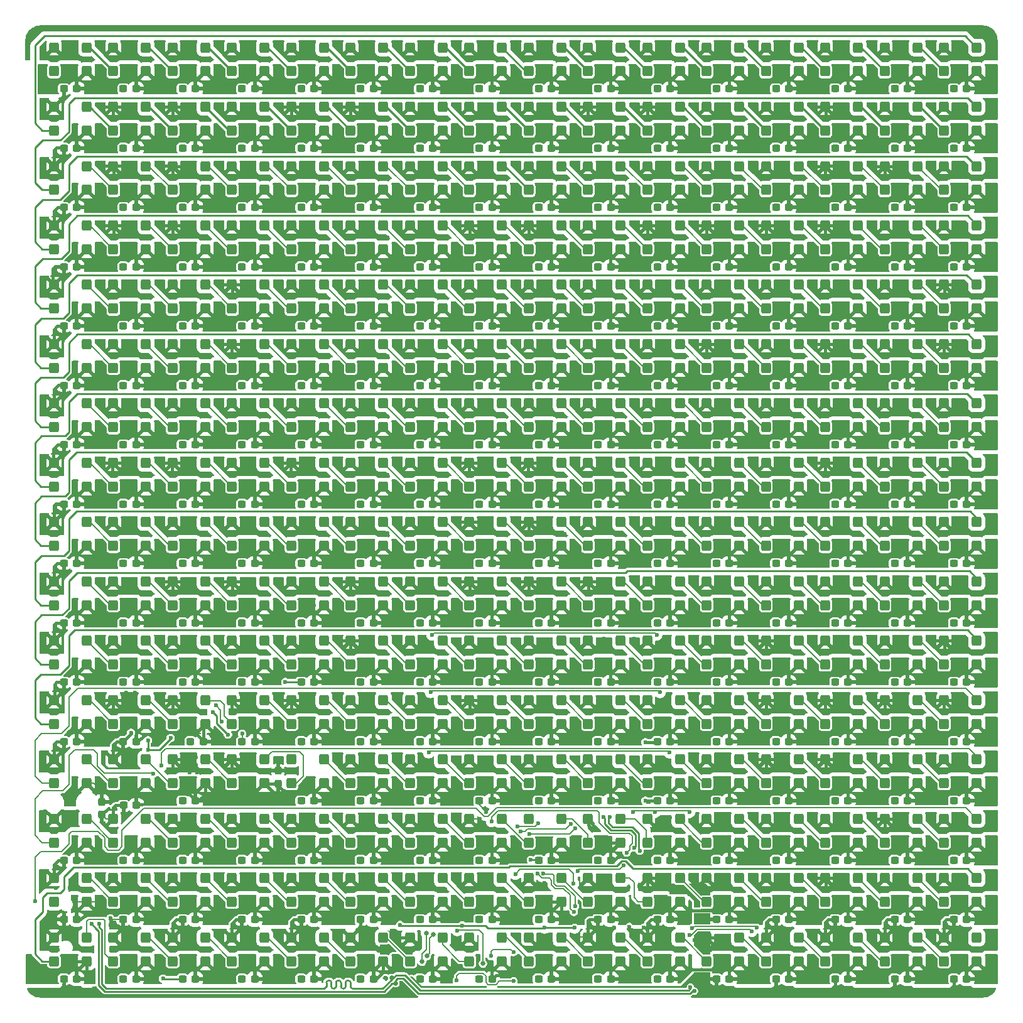
<source format=gbr>
%TF.GenerationSoftware,KiCad,Pcbnew,9.0.2*%
%TF.CreationDate,2025-08-05T20:22:48-05:00*%
%TF.ProjectId,led_matrix,6c65645f-6d61-4747-9269-782e6b696361,rev?*%
%TF.SameCoordinates,Original*%
%TF.FileFunction,Copper,L1,Top*%
%TF.FilePolarity,Positive*%
%FSLAX46Y46*%
G04 Gerber Fmt 4.6, Leading zero omitted, Abs format (unit mm)*
G04 Created by KiCad (PCBNEW 9.0.2) date 2025-08-05 20:22:48*
%MOMM*%
%LPD*%
G01*
G04 APERTURE LIST*
G04 Aperture macros list*
%AMRoundRect*
0 Rectangle with rounded corners*
0 $1 Rounding radius*
0 $2 $3 $4 $5 $6 $7 $8 $9 X,Y pos of 4 corners*
0 Add a 4 corners polygon primitive as box body*
4,1,4,$2,$3,$4,$5,$6,$7,$8,$9,$2,$3,0*
0 Add four circle primitives for the rounded corners*
1,1,$1+$1,$2,$3*
1,1,$1+$1,$4,$5*
1,1,$1+$1,$6,$7*
1,1,$1+$1,$8,$9*
0 Add four rect primitives between the rounded corners*
20,1,$1+$1,$2,$3,$4,$5,0*
20,1,$1+$1,$4,$5,$6,$7,0*
20,1,$1+$1,$6,$7,$8,$9,0*
20,1,$1+$1,$8,$9,$2,$3,0*%
G04 Aperture macros list end*
%TA.AperFunction,SMDPad,CuDef*%
%ADD10RoundRect,0.237500X0.300000X0.237500X-0.300000X0.237500X-0.300000X-0.237500X0.300000X-0.237500X0*%
%TD*%
%TA.AperFunction,SMDPad,CuDef*%
%ADD11RoundRect,0.195000X0.455000X0.505000X-0.455000X0.505000X-0.455000X-0.505000X0.455000X-0.505000X0*%
%TD*%
%TA.AperFunction,SMDPad,CuDef*%
%ADD12RoundRect,0.237500X0.237500X-0.300000X0.237500X0.300000X-0.237500X0.300000X-0.237500X-0.300000X0*%
%TD*%
%TA.AperFunction,SMDPad,CuDef*%
%ADD13RoundRect,0.237500X-0.237500X0.300000X-0.237500X-0.300000X0.237500X-0.300000X0.237500X0.300000X0*%
%TD*%
%TA.AperFunction,ViaPad*%
%ADD14C,0.600000*%
%TD*%
%TA.AperFunction,ViaPad*%
%ADD15C,0.635000*%
%TD*%
%TA.AperFunction,Conductor*%
%ADD16C,0.381000*%
%TD*%
%TA.AperFunction,Conductor*%
%ADD17C,0.200000*%
%TD*%
%TA.AperFunction,Conductor*%
%ADD18C,0.254000*%
%TD*%
%TA.AperFunction,Conductor*%
%ADD19C,0.177800*%
%TD*%
%TA.AperFunction,Conductor*%
%ADD20C,0.152400*%
%TD*%
%TA.AperFunction,Conductor*%
%ADD21C,0.283464*%
%TD*%
G04 APERTURE END LIST*
D10*
%TO.P,C25,1*%
%TO.N,+5V*%
X115862500Y-45000000D03*
%TO.P,C25,2*%
%TO.N,GND*%
X114137500Y-45000000D03*
%TD*%
D11*
%TO.P,D136,1,VDD*%
%TO.N,+5V*%
X109200000Y-98620000D03*
%TO.P,D136,2,DO*%
%TO.N,Net-(D136-DO)*%
X109200000Y-95420000D03*
%TO.P,D136,3,GND*%
%TO.N,GND*%
X104800000Y-95420000D03*
%TO.P,D136,4,DI*%
%TO.N,Net-(D135-DO)*%
X104800000Y-98620000D03*
%TD*%
D10*
%TO.P,C14,1*%
%TO.N,+5V*%
X155862500Y-37000000D03*
%TO.P,C14,2*%
%TO.N,GND*%
X154137500Y-37000000D03*
%TD*%
D11*
%TO.P,D235,1,VDD*%
%TO.N,+5V*%
X133200000Y-146620000D03*
%TO.P,D235,2,DO*%
%TO.N,Net-(D235-DO)*%
X133200000Y-143420000D03*
%TO.P,D235,3,GND*%
%TO.N,GND*%
X128800000Y-143420000D03*
%TO.P,D235,4,DI*%
%TO.N,Net-(D234-DO)*%
X128800000Y-146620000D03*
%TD*%
%TO.P,D126,1,VDD*%
%TO.N,+5V*%
X157200000Y-90620000D03*
%TO.P,D126,2,DO*%
%TO.N,Net-(D126-DO)*%
X157200000Y-87420000D03*
%TO.P,D126,3,GND*%
%TO.N,GND*%
X152800000Y-87420000D03*
%TO.P,D126,4,DI*%
%TO.N,Net-(D125-DO)*%
X152800000Y-90620000D03*
%TD*%
D10*
%TO.P,C171,1*%
%TO.N,+5V*%
X131862500Y-117000000D03*
%TO.P,C171,2*%
%TO.N,GND*%
X130137500Y-117000000D03*
%TD*%
%TO.P,C177,1*%
%TO.N,+5V*%
X51862500Y-125000000D03*
%TO.P,C177,2*%
%TO.N,GND*%
X50137500Y-125000000D03*
%TD*%
%TO.P,C61,1*%
%TO.N,+5V*%
X147862500Y-61000000D03*
%TO.P,C61,2*%
%TO.N,GND*%
X146137500Y-61000000D03*
%TD*%
D11*
%TO.P,D114,1,VDD*%
%TO.N,+5V*%
X61200000Y-90620000D03*
%TO.P,D114,2,DO*%
%TO.N,Net-(D114-DO)*%
X61200000Y-87420000D03*
%TO.P,D114,3,GND*%
%TO.N,GND*%
X56800000Y-87420000D03*
%TO.P,D114,4,DI*%
%TO.N,Net-(D113-DO)*%
X56800000Y-90620000D03*
%TD*%
D10*
%TO.P,C189,1*%
%TO.N,+5V*%
X147862500Y-125000000D03*
%TO.P,C189,2*%
%TO.N,GND*%
X146137500Y-125000000D03*
%TD*%
D11*
%TO.P,D223,1,VDD*%
%TO.N,+5V*%
X165200000Y-138620000D03*
%TO.P,D223,2,DO*%
%TO.N,Net-(D223-DO)*%
X165200000Y-135420000D03*
%TO.P,D223,3,GND*%
%TO.N,GND*%
X160800000Y-135420000D03*
%TO.P,D223,4,DI*%
%TO.N,Net-(D222-DO)*%
X160800000Y-138620000D03*
%TD*%
D10*
%TO.P,C245,1*%
%TO.N,+5V*%
X83862500Y-157000000D03*
%TO.P,C245,2*%
%TO.N,GND*%
X82137500Y-157000000D03*
%TD*%
%TO.P,C44,1*%
%TO.N,+5V*%
X139862500Y-53000000D03*
%TO.P,C44,2*%
%TO.N,GND*%
X138137500Y-53000000D03*
%TD*%
D11*
%TO.P,D34,1,VDD*%
%TO.N,+5V*%
X61200000Y-50620000D03*
%TO.P,D34,2,DO*%
%TO.N,Net-(D34-DO)*%
X61200000Y-47420000D03*
%TO.P,D34,3,GND*%
%TO.N,GND*%
X56800000Y-47420000D03*
%TO.P,D34,4,DI*%
%TO.N,Net-(D33-DO)*%
X56800000Y-50620000D03*
%TD*%
%TO.P,D111,1,VDD*%
%TO.N,+5V*%
X165200000Y-82620000D03*
%TO.P,D111,2,DO*%
%TO.N,Net-(D111-DO)*%
X165200000Y-79420000D03*
%TO.P,D111,3,GND*%
%TO.N,GND*%
X160800000Y-79420000D03*
%TO.P,D111,4,DI*%
%TO.N,Net-(D110-DO)*%
X160800000Y-82620000D03*
%TD*%
D10*
%TO.P,C49,1*%
%TO.N,+5V*%
X51862500Y-61000000D03*
%TO.P,C49,2*%
%TO.N,GND*%
X50137500Y-61000000D03*
%TD*%
D11*
%TO.P,D195,1,VDD*%
%TO.N,+5V*%
X69200000Y-130620000D03*
%TO.P,D195,2,DO*%
%TO.N,Net-(D195-DO)*%
X69200000Y-127420000D03*
%TO.P,D195,3,GND*%
%TO.N,GND*%
X64800000Y-127420000D03*
%TO.P,D195,4,DI*%
%TO.N,Net-(D194-DO)*%
X64800000Y-130620000D03*
%TD*%
D10*
%TO.P,C96,1*%
%TO.N,+5V*%
X171862500Y-77000000D03*
%TO.P,C96,2*%
%TO.N,GND*%
X170137500Y-77000000D03*
%TD*%
%TO.P,C32,1*%
%TO.N,+5V*%
X171862500Y-45000000D03*
%TO.P,C32,2*%
%TO.N,GND*%
X170137500Y-45000000D03*
%TD*%
D11*
%TO.P,D35,1,VDD*%
%TO.N,+5V*%
X69200000Y-50620000D03*
%TO.P,D35,2,DO*%
%TO.N,Net-(D35-DO)*%
X69200000Y-47420000D03*
%TO.P,D35,3,GND*%
%TO.N,GND*%
X64800000Y-47420000D03*
%TO.P,D35,4,DI*%
%TO.N,Net-(D34-DO)*%
X64800000Y-50620000D03*
%TD*%
D10*
%TO.P,C23,1*%
%TO.N,+5V*%
X99862500Y-45000000D03*
%TO.P,C23,2*%
%TO.N,GND*%
X98137500Y-45000000D03*
%TD*%
D11*
%TO.P,D15,1,VDD*%
%TO.N,+5V*%
X165200000Y-34620000D03*
%TO.P,D15,2,DO*%
%TO.N,Net-(D15-DO)*%
X165200000Y-31420000D03*
%TO.P,D15,3,GND*%
%TO.N,GND*%
X160800000Y-31420000D03*
%TO.P,D15,4,DI*%
%TO.N,Net-(D14-DO)*%
X160800000Y-34620000D03*
%TD*%
D10*
%TO.P,C142,1*%
%TO.N,+5V*%
X155862500Y-101000000D03*
%TO.P,C142,2*%
%TO.N,GND*%
X154137500Y-101000000D03*
%TD*%
%TO.P,C22,1*%
%TO.N,+5V*%
X91862500Y-45000000D03*
%TO.P,C22,2*%
%TO.N,GND*%
X90137500Y-45000000D03*
%TD*%
D11*
%TO.P,D72,1,VDD*%
%TO.N,+5V*%
X109200000Y-66620000D03*
%TO.P,D72,2,DO*%
%TO.N,Net-(D72-DO)*%
X109200000Y-63420000D03*
%TO.P,D72,3,GND*%
%TO.N,GND*%
X104800000Y-63420000D03*
%TO.P,D72,4,DI*%
%TO.N,Net-(D71-DO)*%
X104800000Y-66620000D03*
%TD*%
D10*
%TO.P,C125,1*%
%TO.N,+5V*%
X147862500Y-93000000D03*
%TO.P,C125,2*%
%TO.N,GND*%
X146137500Y-93000000D03*
%TD*%
%TO.P,C210,1*%
%TO.N,+5V*%
X59862500Y-141000000D03*
%TO.P,C210,2*%
%TO.N,GND*%
X58137500Y-141000000D03*
%TD*%
D11*
%TO.P,D96,1,VDD*%
%TO.N,+5V*%
X173200000Y-74620000D03*
%TO.P,D96,2,DO*%
%TO.N,D96_DO*%
X173200000Y-71420000D03*
%TO.P,D96,3,GND*%
%TO.N,GND*%
X168800000Y-71420000D03*
%TO.P,D96,4,DI*%
%TO.N,Net-(D95-DO)*%
X168800000Y-74620000D03*
%TD*%
%TO.P,D203,1,VDD*%
%TO.N,+5V*%
X133200000Y-130620000D03*
%TO.P,D203,2,DO*%
%TO.N,Net-(D203-DO)*%
X133200000Y-127420000D03*
%TO.P,D203,3,GND*%
%TO.N,GND*%
X128800000Y-127420000D03*
%TO.P,D203,4,DI*%
%TO.N,Net-(D202-DO)*%
X128800000Y-130620000D03*
%TD*%
D10*
%TO.P,C106,1*%
%TO.N,+5V*%
X123862500Y-85000000D03*
%TO.P,C106,2*%
%TO.N,GND*%
X122137500Y-85000000D03*
%TD*%
%TO.P,C78,1*%
%TO.N,+5V*%
X155862500Y-69000000D03*
%TO.P,C78,2*%
%TO.N,GND*%
X154137500Y-69000000D03*
%TD*%
%TO.P,C34,1*%
%TO.N,+5V*%
X59862500Y-53000000D03*
%TO.P,C34,2*%
%TO.N,GND*%
X58137500Y-53000000D03*
%TD*%
D11*
%TO.P,D233,1,VDD*%
%TO.N,+5V*%
X117200000Y-146620000D03*
%TO.P,D233,2,DO*%
%TO.N,Net-(D233-DO)*%
X117200000Y-143420000D03*
%TO.P,D233,3,GND*%
%TO.N,GND*%
X112800000Y-143420000D03*
%TO.P,D233,4,DI*%
%TO.N,Net-(D232-DO)*%
X112800000Y-146620000D03*
%TD*%
D10*
%TO.P,C69,1*%
%TO.N,+5V*%
X83862500Y-69000000D03*
%TO.P,C69,2*%
%TO.N,GND*%
X82137500Y-69000000D03*
%TD*%
D11*
%TO.P,D133,1,VDD*%
%TO.N,+5V*%
X85200000Y-98620000D03*
%TO.P,D133,2,DO*%
%TO.N,Net-(D133-DO)*%
X85200000Y-95420000D03*
%TO.P,D133,3,GND*%
%TO.N,GND*%
X80800000Y-95420000D03*
%TO.P,D133,4,DI*%
%TO.N,Net-(D132-DO)*%
X80800000Y-98620000D03*
%TD*%
%TO.P,D98,1,VDD*%
%TO.N,+5V*%
X61200000Y-82620000D03*
%TO.P,D98,2,DO*%
%TO.N,Net-(D98-DO)*%
X61200000Y-79420000D03*
%TO.P,D98,3,GND*%
%TO.N,GND*%
X56800000Y-79420000D03*
%TO.P,D98,4,DI*%
%TO.N,Net-(D97-DO)*%
X56800000Y-82620000D03*
%TD*%
%TO.P,D166,1,VDD*%
%TO.N,+5V*%
X93200000Y-114620000D03*
%TO.P,D166,2,DO*%
%TO.N,Net-(D166-DO)*%
X93200000Y-111420000D03*
%TO.P,D166,3,GND*%
%TO.N,GND*%
X88800000Y-111420000D03*
%TO.P,D166,4,DI*%
%TO.N,Net-(D165-DO)*%
X88800000Y-114620000D03*
%TD*%
%TO.P,D17,1,VDD*%
%TO.N,+5V*%
X53200000Y-42620000D03*
%TO.P,D17,2,DO*%
%TO.N,Net-(D17-DO)*%
X53200000Y-39420000D03*
%TO.P,D17,3,GND*%
%TO.N,GND*%
X48800000Y-39420000D03*
%TO.P,D17,4,DI*%
%TO.N,D16_DO*%
X48800000Y-42620000D03*
%TD*%
D10*
%TO.P,C115,1*%
%TO.N,+5V*%
X67862500Y-93000000D03*
%TO.P,C115,2*%
%TO.N,GND*%
X66137500Y-93000000D03*
%TD*%
%TO.P,C20,1*%
%TO.N,+5V*%
X75862500Y-45000000D03*
%TO.P,C20,2*%
%TO.N,GND*%
X74137500Y-45000000D03*
%TD*%
D11*
%TO.P,D217,1,VDD*%
%TO.N,+5V*%
X117200000Y-138620000D03*
%TO.P,D217,2,DO*%
%TO.N,Net-(D217-DO)*%
X117200000Y-135420000D03*
%TO.P,D217,3,GND*%
%TO.N,GND*%
X112800000Y-135420000D03*
%TO.P,D217,4,DI*%
%TO.N,Net-(D216-DO)*%
X112800000Y-138620000D03*
%TD*%
D10*
%TO.P,C26,1*%
%TO.N,+5V*%
X123862500Y-45000000D03*
%TO.P,C26,2*%
%TO.N,GND*%
X122137500Y-45000000D03*
%TD*%
D11*
%TO.P,D117,1,VDD*%
%TO.N,+5V*%
X85200000Y-90620000D03*
%TO.P,D117,2,DO*%
%TO.N,Net-(D117-DO)*%
X85200000Y-87420000D03*
%TO.P,D117,3,GND*%
%TO.N,GND*%
X80800000Y-87420000D03*
%TO.P,D117,4,DI*%
%TO.N,Net-(D116-DO)*%
X80800000Y-90620000D03*
%TD*%
D10*
%TO.P,C101,1*%
%TO.N,+5V*%
X83862500Y-85000000D03*
%TO.P,C101,2*%
%TO.N,GND*%
X82137500Y-85000000D03*
%TD*%
D11*
%TO.P,D245,1,VDD*%
%TO.N,+5V*%
X85200000Y-154620000D03*
%TO.P,D245,2,DO*%
%TO.N,Net-(D245-DO)*%
X85200000Y-151420000D03*
%TO.P,D245,3,GND*%
%TO.N,GND*%
X80800000Y-151420000D03*
%TO.P,D245,4,DI*%
%TO.N,Net-(D244-DO)*%
X80800000Y-154620000D03*
%TD*%
%TO.P,D18,1,VDD*%
%TO.N,+5V*%
X61200000Y-42620000D03*
%TO.P,D18,2,DO*%
%TO.N,Net-(D18-DO)*%
X61200000Y-39420000D03*
%TO.P,D18,3,GND*%
%TO.N,GND*%
X56800000Y-39420000D03*
%TO.P,D18,4,DI*%
%TO.N,Net-(D17-DO)*%
X56800000Y-42620000D03*
%TD*%
%TO.P,D174,1,VDD*%
%TO.N,+5V*%
X157200000Y-114620000D03*
%TO.P,D174,2,DO*%
%TO.N,Net-(D174-DO)*%
X157200000Y-111420000D03*
%TO.P,D174,3,GND*%
%TO.N,GND*%
X152800000Y-111420000D03*
%TO.P,D174,4,DI*%
%TO.N,Net-(D173-DO)*%
X152800000Y-114620000D03*
%TD*%
D10*
%TO.P,C229,1*%
%TO.N,+5V*%
X83862500Y-149000000D03*
%TO.P,C229,2*%
%TO.N,GND*%
X82137500Y-149000000D03*
%TD*%
%TO.P,C185,1*%
%TO.N,+5V*%
X115862500Y-125000000D03*
%TO.P,C185,2*%
%TO.N,GND*%
X114137500Y-125000000D03*
%TD*%
D11*
%TO.P,D49,1,VDD*%
%TO.N,+5V*%
X53200000Y-58620000D03*
%TO.P,D49,2,DO*%
%TO.N,Net-(D49-DO)*%
X53200000Y-55420000D03*
%TO.P,D49,3,GND*%
%TO.N,GND*%
X48800000Y-55420000D03*
%TO.P,D49,4,DI*%
%TO.N,D48_DO*%
X48800000Y-58620000D03*
%TD*%
D10*
%TO.P,C82,1*%
%TO.N,+5V*%
X59862500Y-77000000D03*
%TO.P,C82,2*%
%TO.N,GND*%
X58137500Y-77000000D03*
%TD*%
%TO.P,C199,1*%
%TO.N,+5V*%
X99862500Y-133000000D03*
%TO.P,C199,2*%
%TO.N,GND*%
X98137500Y-133000000D03*
%TD*%
D11*
%TO.P,D172,1,VDD*%
%TO.N,+5V*%
X141200000Y-114620000D03*
%TO.P,D172,2,DO*%
%TO.N,Net-(D172-DO)*%
X141200000Y-111420000D03*
%TO.P,D172,3,GND*%
%TO.N,GND*%
X136800000Y-111420000D03*
%TO.P,D172,4,DI*%
%TO.N,Net-(D171-DO)*%
X136800000Y-114620000D03*
%TD*%
%TO.P,D115,1,VDD*%
%TO.N,+5V*%
X69200000Y-90620000D03*
%TO.P,D115,2,DO*%
%TO.N,Net-(D115-DO)*%
X69200000Y-87420000D03*
%TO.P,D115,3,GND*%
%TO.N,GND*%
X64800000Y-87420000D03*
%TO.P,D115,4,DI*%
%TO.N,Net-(D114-DO)*%
X64800000Y-90620000D03*
%TD*%
%TO.P,D176,1,VDD*%
%TO.N,+5V*%
X173200000Y-114620000D03*
%TO.P,D176,2,DO*%
%TO.N,D176_DO*%
X173200000Y-111420000D03*
%TO.P,D176,3,GND*%
%TO.N,GND*%
X168800000Y-111420000D03*
%TO.P,D176,4,DI*%
%TO.N,Net-(D175-DO)*%
X168800000Y-114620000D03*
%TD*%
%TO.P,D107,1,VDD*%
%TO.N,+5V*%
X133200000Y-82620000D03*
%TO.P,D107,2,DO*%
%TO.N,Net-(D107-DO)*%
X133200000Y-79420000D03*
%TO.P,D107,3,GND*%
%TO.N,GND*%
X128800000Y-79420000D03*
%TO.P,D107,4,DI*%
%TO.N,Net-(D106-DO)*%
X128800000Y-82620000D03*
%TD*%
%TO.P,D57,1,VDD*%
%TO.N,+5V*%
X117200000Y-58620000D03*
%TO.P,D57,2,DO*%
%TO.N,Net-(D57-DO)*%
X117200000Y-55420000D03*
%TO.P,D57,3,GND*%
%TO.N,GND*%
X112800000Y-55420000D03*
%TO.P,D57,4,DI*%
%TO.N,Net-(D56-DO)*%
X112800000Y-58620000D03*
%TD*%
%TO.P,D10,1,VDD*%
%TO.N,+5V*%
X125200000Y-34620000D03*
%TO.P,D10,2,DO*%
%TO.N,Net-(D10-DO)*%
X125200000Y-31420000D03*
%TO.P,D10,3,GND*%
%TO.N,GND*%
X120800000Y-31420000D03*
%TO.P,D10,4,DI*%
%TO.N,Net-(D10-DI)*%
X120800000Y-34620000D03*
%TD*%
%TO.P,D79,1,VDD*%
%TO.N,+5V*%
X165200000Y-66620000D03*
%TO.P,D79,2,DO*%
%TO.N,Net-(D79-DO)*%
X165200000Y-63420000D03*
%TO.P,D79,3,GND*%
%TO.N,GND*%
X160800000Y-63420000D03*
%TO.P,D79,4,DI*%
%TO.N,Net-(D78-DO)*%
X160800000Y-66620000D03*
%TD*%
%TO.P,D134,1,VDD*%
%TO.N,+5V*%
X93200000Y-98620000D03*
%TO.P,D134,2,DO*%
%TO.N,Net-(D134-DO)*%
X93200000Y-95420000D03*
%TO.P,D134,3,GND*%
%TO.N,GND*%
X88800000Y-95420000D03*
%TO.P,D134,4,DI*%
%TO.N,Net-(D133-DO)*%
X88800000Y-98620000D03*
%TD*%
%TO.P,D148,1,VDD*%
%TO.N,+5V*%
X77200000Y-106620000D03*
%TO.P,D148,2,DO*%
%TO.N,Net-(D148-DO)*%
X77200000Y-103420000D03*
%TO.P,D148,3,GND*%
%TO.N,GND*%
X72800000Y-103420000D03*
%TO.P,D148,4,DI*%
%TO.N,Net-(D147-DO)*%
X72800000Y-106620000D03*
%TD*%
D10*
%TO.P,C184,1*%
%TO.N,+5V*%
X107862500Y-125000000D03*
%TO.P,C184,2*%
%TO.N,GND*%
X106137500Y-125000000D03*
%TD*%
D11*
%TO.P,D179,1,VDD*%
%TO.N,+5V*%
X69200000Y-122620000D03*
%TO.P,D179,2,DO*%
%TO.N,Net-(D179-DO)*%
X69200000Y-119420000D03*
%TO.P,D179,3,GND*%
%TO.N,GND*%
X64800000Y-119420000D03*
%TO.P,D179,4,DI*%
%TO.N,Net-(D178-DO)*%
X64800000Y-122620000D03*
%TD*%
%TO.P,D73,1,VDD*%
%TO.N,+5V*%
X117200000Y-66620000D03*
%TO.P,D73,2,DO*%
%TO.N,Net-(D73-DO)*%
X117200000Y-63420000D03*
%TO.P,D73,3,GND*%
%TO.N,GND*%
X112800000Y-63420000D03*
%TO.P,D73,4,DI*%
%TO.N,Net-(D72-DO)*%
X112800000Y-66620000D03*
%TD*%
%TO.P,D45,1,VDD*%
%TO.N,+5V*%
X149200000Y-50620000D03*
%TO.P,D45,2,DO*%
%TO.N,Net-(D45-DO)*%
X149200000Y-47420000D03*
%TO.P,D45,3,GND*%
%TO.N,GND*%
X144800000Y-47420000D03*
%TO.P,D45,4,DI*%
%TO.N,Net-(D44-DO)*%
X144800000Y-50620000D03*
%TD*%
%TO.P,D59,1,VDD*%
%TO.N,+5V*%
X133200000Y-58620000D03*
%TO.P,D59,2,DO*%
%TO.N,Net-(D59-DO)*%
X133200000Y-55420000D03*
%TO.P,D59,3,GND*%
%TO.N,GND*%
X128800000Y-55420000D03*
%TO.P,D59,4,DI*%
%TO.N,Net-(D58-DO)*%
X128800000Y-58620000D03*
%TD*%
%TO.P,D222,1,VDD*%
%TO.N,+5V*%
X157200000Y-138620000D03*
%TO.P,D222,2,DO*%
%TO.N,Net-(D222-DO)*%
X157200000Y-135420000D03*
%TO.P,D222,3,GND*%
%TO.N,GND*%
X152800000Y-135420000D03*
%TO.P,D222,4,DI*%
%TO.N,Net-(D221-DO)*%
X152800000Y-138620000D03*
%TD*%
D10*
%TO.P,C117,1*%
%TO.N,+5V*%
X83862500Y-93000000D03*
%TO.P,C117,2*%
%TO.N,GND*%
X82137500Y-93000000D03*
%TD*%
%TO.P,C2,1*%
%TO.N,+5V*%
X59862500Y-37000000D03*
%TO.P,C2,2*%
%TO.N,GND*%
X58137500Y-37000000D03*
%TD*%
D11*
%TO.P,D178,1,VDD*%
%TO.N,+5V*%
X61200000Y-122620000D03*
%TO.P,D178,2,DO*%
%TO.N,Net-(D178-DO)*%
X61200000Y-119420000D03*
%TO.P,D178,3,GND*%
%TO.N,GND*%
X56800000Y-119420000D03*
%TO.P,D178,4,DI*%
%TO.N,Net-(D177-DO)*%
X56800000Y-122620000D03*
%TD*%
%TO.P,D181,1,VDD*%
%TO.N,+5V*%
X85200000Y-122620000D03*
%TO.P,D181,2,DO*%
%TO.N,Net-(D181-DO)*%
X85200000Y-119420000D03*
%TO.P,D181,3,GND*%
%TO.N,GND*%
X80800000Y-119420000D03*
%TO.P,D181,4,DI*%
%TO.N,Net-(D180-DO)*%
X80800000Y-122620000D03*
%TD*%
D10*
%TO.P,C218,1*%
%TO.N,+5V*%
X123862500Y-141000000D03*
%TO.P,C218,2*%
%TO.N,GND*%
X122137500Y-141000000D03*
%TD*%
D11*
%TO.P,D254,1,VDD*%
%TO.N,+5V*%
X157200000Y-154620000D03*
%TO.P,D254,2,DO*%
%TO.N,Net-(D254-DO)*%
X157200000Y-151420000D03*
%TO.P,D254,3,GND*%
%TO.N,GND*%
X152800000Y-151420000D03*
%TO.P,D254,4,DI*%
%TO.N,Net-(D253-DO)*%
X152800000Y-154620000D03*
%TD*%
D10*
%TO.P,C100,1*%
%TO.N,+5V*%
X75862500Y-85000000D03*
%TO.P,C100,2*%
%TO.N,GND*%
X74137500Y-85000000D03*
%TD*%
%TO.P,C3,1*%
%TO.N,+5V*%
X67862500Y-37000000D03*
%TO.P,C3,2*%
%TO.N,GND*%
X66137500Y-37000000D03*
%TD*%
D11*
%TO.P,D152,1,VDD*%
%TO.N,+5V*%
X109200000Y-106620000D03*
%TO.P,D152,2,DO*%
%TO.N,Net-(D152-DO)*%
X109200000Y-103420000D03*
%TO.P,D152,3,GND*%
%TO.N,GND*%
X104800000Y-103420000D03*
%TO.P,D152,4,DI*%
%TO.N,Net-(D151-DO)*%
X104800000Y-106620000D03*
%TD*%
%TO.P,D8,1,VDD*%
%TO.N,+5V*%
X109200000Y-34620000D03*
%TO.P,D8,2,DO*%
%TO.N,Net-(D8-DO)*%
X109200000Y-31420000D03*
%TO.P,D8,3,GND*%
%TO.N,GND*%
X104800000Y-31420000D03*
%TO.P,D8,4,DI*%
%TO.N,Net-(D7-DO)*%
X104800000Y-34620000D03*
%TD*%
%TO.P,D5,1,VDD*%
%TO.N,+5V*%
X85200000Y-34620000D03*
%TO.P,D5,2,DO*%
%TO.N,Net-(D5-DO)*%
X85200000Y-31420000D03*
%TO.P,D5,3,GND*%
%TO.N,GND*%
X80800000Y-31420000D03*
%TO.P,D5,4,DI*%
%TO.N,Net-(D4-DO)*%
X80800000Y-34620000D03*
%TD*%
%TO.P,D51,1,VDD*%
%TO.N,+5V*%
X69200000Y-58620000D03*
%TO.P,D51,2,DO*%
%TO.N,Net-(D51-DO)*%
X69200000Y-55420000D03*
%TO.P,D51,3,GND*%
%TO.N,GND*%
X64800000Y-55420000D03*
%TO.P,D51,4,DI*%
%TO.N,Net-(D50-DO)*%
X64800000Y-58620000D03*
%TD*%
%TO.P,D237,1,VDD*%
%TO.N,+5V*%
X149200000Y-146620000D03*
%TO.P,D237,2,DO*%
%TO.N,Net-(D237-DO)*%
X149200000Y-143420000D03*
%TO.P,D237,3,GND*%
%TO.N,GND*%
X144800000Y-143420000D03*
%TO.P,D237,4,DI*%
%TO.N,Net-(D236-DO)*%
X144800000Y-146620000D03*
%TD*%
%TO.P,D154,1,VDD*%
%TO.N,+5V*%
X125200000Y-106620000D03*
%TO.P,D154,2,DO*%
%TO.N,Net-(D154-DO)*%
X125200000Y-103420000D03*
%TO.P,D154,3,GND*%
%TO.N,GND*%
X120800000Y-103420000D03*
%TO.P,D154,4,DI*%
%TO.N,Net-(D153-DO)*%
X120800000Y-106620000D03*
%TD*%
D10*
%TO.P,C137,1*%
%TO.N,+5V*%
X115862500Y-101000000D03*
%TO.P,C137,2*%
%TO.N,GND*%
X114137500Y-101000000D03*
%TD*%
%TO.P,C46,1*%
%TO.N,+5V*%
X155862500Y-53000000D03*
%TO.P,C46,2*%
%TO.N,GND*%
X154137500Y-53000000D03*
%TD*%
D11*
%TO.P,D146,1,VDD*%
%TO.N,+5V*%
X61200000Y-106620000D03*
%TO.P,D146,2,DO*%
%TO.N,Net-(D146-DO)*%
X61200000Y-103420000D03*
%TO.P,D146,3,GND*%
%TO.N,GND*%
X56800000Y-103420000D03*
%TO.P,D146,4,DI*%
%TO.N,Net-(D145-DO)*%
X56800000Y-106620000D03*
%TD*%
D10*
%TO.P,C217,1*%
%TO.N,+5V*%
X115862500Y-141000000D03*
%TO.P,C217,2*%
%TO.N,GND*%
X114137500Y-141000000D03*
%TD*%
%TO.P,C231,1*%
%TO.N,+5V*%
X99862500Y-149000000D03*
%TO.P,C231,2*%
%TO.N,GND*%
X98137500Y-149000000D03*
%TD*%
%TO.P,C150,1*%
%TO.N,+5V*%
X91862500Y-109000000D03*
%TO.P,C150,2*%
%TO.N,GND*%
X90137500Y-109000000D03*
%TD*%
%TO.P,C36,1*%
%TO.N,+5V*%
X75862500Y-53000000D03*
%TO.P,C36,2*%
%TO.N,GND*%
X74137500Y-53000000D03*
%TD*%
D11*
%TO.P,D248,1,VDD*%
%TO.N,+5V*%
X109200000Y-154620000D03*
%TO.P,D248,2,DO*%
%TO.N,Net-(D248-DO)*%
X109200000Y-151420000D03*
%TO.P,D248,3,GND*%
%TO.N,GND*%
X104800000Y-151420000D03*
%TO.P,D248,4,DI*%
%TO.N,Net-(D247-DO)*%
X104800000Y-154620000D03*
%TD*%
D10*
%TO.P,C161,1*%
%TO.N,+5V*%
X51862500Y-117000000D03*
%TO.P,C161,2*%
%TO.N,GND*%
X50137500Y-117000000D03*
%TD*%
%TO.P,C213,1*%
%TO.N,+5V*%
X83862500Y-141000000D03*
%TO.P,C213,2*%
%TO.N,GND*%
X82137500Y-141000000D03*
%TD*%
D11*
%TO.P,D110,1,VDD*%
%TO.N,+5V*%
X157200000Y-82620000D03*
%TO.P,D110,2,DO*%
%TO.N,Net-(D110-DO)*%
X157200000Y-79420000D03*
%TO.P,D110,3,GND*%
%TO.N,GND*%
X152800000Y-79420000D03*
%TO.P,D110,4,DI*%
%TO.N,Net-(D109-DO)*%
X152800000Y-82620000D03*
%TD*%
D10*
%TO.P,C225,1*%
%TO.N,+5V*%
X51862500Y-149000000D03*
%TO.P,C225,2*%
%TO.N,GND*%
X50137500Y-149000000D03*
%TD*%
%TO.P,C33,1*%
%TO.N,+5V*%
X51862500Y-53000000D03*
%TO.P,C33,2*%
%TO.N,GND*%
X50137500Y-53000000D03*
%TD*%
%TO.P,C99,1*%
%TO.N,+5V*%
X67862500Y-85000000D03*
%TO.P,C99,2*%
%TO.N,GND*%
X66137500Y-85000000D03*
%TD*%
D11*
%TO.P,D158,1,VDD*%
%TO.N,+5V*%
X157200000Y-106620000D03*
%TO.P,D158,2,DO*%
%TO.N,Net-(D158-DO)*%
X157200000Y-103420000D03*
%TO.P,D158,3,GND*%
%TO.N,GND*%
X152800000Y-103420000D03*
%TO.P,D158,4,DI*%
%TO.N,Net-(D157-DO)*%
X152800000Y-106620000D03*
%TD*%
D10*
%TO.P,C56,1*%
%TO.N,+5V*%
X107862500Y-61000000D03*
%TO.P,C56,2*%
%TO.N,GND*%
X106137500Y-61000000D03*
%TD*%
D11*
%TO.P,D151,1,VDD*%
%TO.N,+5V*%
X101200000Y-106620000D03*
%TO.P,D151,2,DO*%
%TO.N,Net-(D151-DO)*%
X101200000Y-103420000D03*
%TO.P,D151,3,GND*%
%TO.N,GND*%
X96800000Y-103420000D03*
%TO.P,D151,4,DI*%
%TO.N,Net-(D150-DO)*%
X96800000Y-106620000D03*
%TD*%
D10*
%TO.P,C160,1*%
%TO.N,+5V*%
X171862500Y-109000000D03*
%TO.P,C160,2*%
%TO.N,GND*%
X170137500Y-109000000D03*
%TD*%
D11*
%TO.P,D46,1,VDD*%
%TO.N,+5V*%
X157200000Y-50620000D03*
%TO.P,D46,2,DO*%
%TO.N,Net-(D46-DO)*%
X157200000Y-47420000D03*
%TO.P,D46,3,GND*%
%TO.N,GND*%
X152800000Y-47420000D03*
%TO.P,D46,4,DI*%
%TO.N,Net-(D45-DO)*%
X152800000Y-50620000D03*
%TD*%
D10*
%TO.P,C249,1*%
%TO.N,+5V*%
X115862500Y-157000000D03*
%TO.P,C249,2*%
%TO.N,GND*%
X114137500Y-157000000D03*
%TD*%
D11*
%TO.P,D247,1,VDD*%
%TO.N,+5V*%
X101200000Y-154620000D03*
%TO.P,D247,2,DO*%
%TO.N,Net-(D247-DO)*%
X101200000Y-151420000D03*
%TO.P,D247,3,GND*%
%TO.N,GND*%
X96800000Y-151420000D03*
%TO.P,D247,4,DI*%
%TO.N,Net-(D246-DO)*%
X96800000Y-154620000D03*
%TD*%
D10*
%TO.P,C242,1*%
%TO.N,+5V*%
X59862500Y-157000000D03*
%TO.P,C242,2*%
%TO.N,GND*%
X58137500Y-157000000D03*
%TD*%
%TO.P,C80,1*%
%TO.N,+5V*%
X171862500Y-69000000D03*
%TO.P,C80,2*%
%TO.N,GND*%
X170137500Y-69000000D03*
%TD*%
D11*
%TO.P,D156,1,VDD*%
%TO.N,+5V*%
X141200000Y-106620000D03*
%TO.P,D156,2,DO*%
%TO.N,Net-(D156-DO)*%
X141200000Y-103420000D03*
%TO.P,D156,3,GND*%
%TO.N,GND*%
X136800000Y-103420000D03*
%TO.P,D156,4,DI*%
%TO.N,Net-(D155-DO)*%
X136800000Y-106620000D03*
%TD*%
%TO.P,D27,1,VDD*%
%TO.N,+5V*%
X133200000Y-42620000D03*
%TO.P,D27,2,DO*%
%TO.N,Net-(D27-DO)*%
X133200000Y-39420000D03*
%TO.P,D27,3,GND*%
%TO.N,GND*%
X128800000Y-39420000D03*
%TO.P,D27,4,DI*%
%TO.N,Net-(D26-DO)*%
X128800000Y-42620000D03*
%TD*%
D10*
%TO.P,C135,1*%
%TO.N,+5V*%
X99862500Y-101000000D03*
%TO.P,C135,2*%
%TO.N,GND*%
X98137500Y-101000000D03*
%TD*%
%TO.P,C206,1*%
%TO.N,+5V*%
X155862500Y-133000000D03*
%TO.P,C206,2*%
%TO.N,GND*%
X154137500Y-133000000D03*
%TD*%
D11*
%TO.P,D39,1,VDD*%
%TO.N,+5V*%
X101200000Y-50620000D03*
%TO.P,D39,2,DO*%
%TO.N,Net-(D39-DO)*%
X101200000Y-47420000D03*
%TO.P,D39,3,GND*%
%TO.N,GND*%
X96800000Y-47420000D03*
%TO.P,D39,4,DI*%
%TO.N,Net-(D38-DO)*%
X96800000Y-50620000D03*
%TD*%
%TO.P,D48,1,VDD*%
%TO.N,+5V*%
X173200000Y-50620000D03*
%TO.P,D48,2,DO*%
%TO.N,D48_DO*%
X173200000Y-47420000D03*
%TO.P,D48,3,GND*%
%TO.N,GND*%
X168800000Y-47420000D03*
%TO.P,D48,4,DI*%
%TO.N,Net-(D47-DO)*%
X168800000Y-50620000D03*
%TD*%
D10*
%TO.P,C87,1*%
%TO.N,+5V*%
X99862500Y-77000000D03*
%TO.P,C87,2*%
%TO.N,GND*%
X98137500Y-77000000D03*
%TD*%
%TO.P,C174,1*%
%TO.N,+5V*%
X155862500Y-117000000D03*
%TO.P,C174,2*%
%TO.N,GND*%
X154137500Y-117000000D03*
%TD*%
D11*
%TO.P,D109,1,VDD*%
%TO.N,+5V*%
X149200000Y-82620000D03*
%TO.P,D109,2,DO*%
%TO.N,Net-(D109-DO)*%
X149200000Y-79420000D03*
%TO.P,D109,3,GND*%
%TO.N,GND*%
X144800000Y-79420000D03*
%TO.P,D109,4,DI*%
%TO.N,Net-(D108-DO)*%
X144800000Y-82620000D03*
%TD*%
%TO.P,D87,1,VDD*%
%TO.N,+5V*%
X101200000Y-74620000D03*
%TO.P,D87,2,DO*%
%TO.N,Net-(D87-DO)*%
X101200000Y-71420000D03*
%TO.P,D87,3,GND*%
%TO.N,GND*%
X96800000Y-71420000D03*
%TO.P,D87,4,DI*%
%TO.N,Net-(D86-DO)*%
X96800000Y-74620000D03*
%TD*%
D10*
%TO.P,C124,1*%
%TO.N,+5V*%
X139862500Y-93000000D03*
%TO.P,C124,2*%
%TO.N,GND*%
X138137500Y-93000000D03*
%TD*%
%TO.P,C58,1*%
%TO.N,+5V*%
X123862500Y-61000000D03*
%TO.P,C58,2*%
%TO.N,GND*%
X122137500Y-61000000D03*
%TD*%
D11*
%TO.P,D84,1,VDD*%
%TO.N,+5V*%
X77200000Y-74620000D03*
%TO.P,D84,2,DO*%
%TO.N,Net-(D84-DO)*%
X77200000Y-71420000D03*
%TO.P,D84,3,GND*%
%TO.N,GND*%
X72800000Y-71420000D03*
%TO.P,D84,4,DI*%
%TO.N,Net-(D83-DO)*%
X72800000Y-74620000D03*
%TD*%
D10*
%TO.P,C204,1*%
%TO.N,+5V*%
X139862500Y-133000000D03*
%TO.P,C204,2*%
%TO.N,GND*%
X138137500Y-133000000D03*
%TD*%
D11*
%TO.P,D50,1,VDD*%
%TO.N,+5V*%
X61200000Y-58620000D03*
%TO.P,D50,2,DO*%
%TO.N,Net-(D50-DO)*%
X61200000Y-55420000D03*
%TO.P,D50,3,GND*%
%TO.N,GND*%
X56800000Y-55420000D03*
%TO.P,D50,4,DI*%
%TO.N,Net-(D49-DO)*%
X56800000Y-58620000D03*
%TD*%
D10*
%TO.P,C166,1*%
%TO.N,+5V*%
X91862500Y-117000000D03*
%TO.P,C166,2*%
%TO.N,GND*%
X90137500Y-117000000D03*
%TD*%
%TO.P,C13,1*%
%TO.N,+5V*%
X147862500Y-37000000D03*
%TO.P,C13,2*%
%TO.N,GND*%
X146137500Y-37000000D03*
%TD*%
D11*
%TO.P,D246,1,VDD*%
%TO.N,+5V*%
X93200000Y-154620000D03*
%TO.P,D246,2,DO*%
%TO.N,Net-(D246-DO)*%
X93200000Y-151420000D03*
%TO.P,D246,3,GND*%
%TO.N,GND*%
X88800000Y-151420000D03*
%TO.P,D246,4,DI*%
%TO.N,Net-(D245-DO)*%
X88800000Y-154620000D03*
%TD*%
D10*
%TO.P,C140,1*%
%TO.N,+5V*%
X139862500Y-101000000D03*
%TO.P,C140,2*%
%TO.N,GND*%
X138137500Y-101000000D03*
%TD*%
D11*
%TO.P,D190,1,VDD*%
%TO.N,+5V*%
X157200000Y-122620000D03*
%TO.P,D190,2,DO*%
%TO.N,Net-(D190-DO)*%
X157200000Y-119420000D03*
%TO.P,D190,3,GND*%
%TO.N,GND*%
X152800000Y-119420000D03*
%TO.P,D190,4,DI*%
%TO.N,Net-(D189-DO)*%
X152800000Y-122620000D03*
%TD*%
%TO.P,D250,1,VDD*%
%TO.N,+5V*%
X125200000Y-154620000D03*
%TO.P,D250,2,DO*%
%TO.N,Net-(D250-DO)*%
X125200000Y-151420000D03*
%TO.P,D250,3,GND*%
%TO.N,GND*%
X120800000Y-151420000D03*
%TO.P,D250,4,DI*%
%TO.N,Net-(D249-DO)*%
X120800000Y-154620000D03*
%TD*%
D10*
%TO.P,C31,1*%
%TO.N,+5V*%
X163862500Y-45000000D03*
%TO.P,C31,2*%
%TO.N,GND*%
X162137500Y-45000000D03*
%TD*%
%TO.P,C8,1*%
%TO.N,+5V*%
X107862500Y-37000000D03*
%TO.P,C8,2*%
%TO.N,GND*%
X106137500Y-37000000D03*
%TD*%
%TO.P,C131,1*%
%TO.N,+5V*%
X67862500Y-101000000D03*
%TO.P,C131,2*%
%TO.N,GND*%
X66137500Y-101000000D03*
%TD*%
D11*
%TO.P,D61,1,VDD*%
%TO.N,+5V*%
X149200000Y-58620000D03*
%TO.P,D61,2,DO*%
%TO.N,Net-(D61-DO)*%
X149200000Y-55420000D03*
%TO.P,D61,3,GND*%
%TO.N,GND*%
X144800000Y-55420000D03*
%TO.P,D61,4,DI*%
%TO.N,Net-(D60-DO)*%
X144800000Y-58620000D03*
%TD*%
D10*
%TO.P,C221,1*%
%TO.N,+5V*%
X147862500Y-141000000D03*
%TO.P,C221,2*%
%TO.N,GND*%
X146137500Y-141000000D03*
%TD*%
D11*
%TO.P,D132,1,VDD*%
%TO.N,+5V*%
X77200000Y-98620000D03*
%TO.P,D132,2,DO*%
%TO.N,Net-(D132-DO)*%
X77200000Y-95420000D03*
%TO.P,D132,3,GND*%
%TO.N,GND*%
X72800000Y-95420000D03*
%TO.P,D132,4,DI*%
%TO.N,Net-(D131-DO)*%
X72800000Y-98620000D03*
%TD*%
%TO.P,D99,1,VDD*%
%TO.N,+5V*%
X69200000Y-82620000D03*
%TO.P,D99,2,DO*%
%TO.N,Net-(D100-DI)*%
X69200000Y-79420000D03*
%TO.P,D99,3,GND*%
%TO.N,GND*%
X64800000Y-79420000D03*
%TO.P,D99,4,DI*%
%TO.N,Net-(D98-DO)*%
X64800000Y-82620000D03*
%TD*%
D10*
%TO.P,C86,1*%
%TO.N,+5V*%
X91862500Y-77000000D03*
%TO.P,C86,2*%
%TO.N,GND*%
X90137500Y-77000000D03*
%TD*%
D11*
%TO.P,D26,1,VDD*%
%TO.N,+5V*%
X125200000Y-42620000D03*
%TO.P,D26,2,DO*%
%TO.N,Net-(D26-DO)*%
X125200000Y-39420000D03*
%TO.P,D26,3,GND*%
%TO.N,GND*%
X120800000Y-39420000D03*
%TO.P,D26,4,DI*%
%TO.N,Net-(D25-DO)*%
X120800000Y-42620000D03*
%TD*%
D10*
%TO.P,C9,1*%
%TO.N,+5V*%
X115862500Y-37000000D03*
%TO.P,C9,2*%
%TO.N,GND*%
X114137500Y-37000000D03*
%TD*%
%TO.P,C244,1*%
%TO.N,+5V*%
X75862500Y-157000000D03*
%TO.P,C244,2*%
%TO.N,GND*%
X74137500Y-157000000D03*
%TD*%
D11*
%TO.P,D129,1,VDD*%
%TO.N,+5V*%
X53200000Y-98620000D03*
%TO.P,D129,2,DO*%
%TO.N,Net-(D129-DO)*%
X53200000Y-95420000D03*
%TO.P,D129,3,GND*%
%TO.N,GND*%
X48800000Y-95420000D03*
%TO.P,D129,4,DI*%
%TO.N,D128_DO*%
X48800000Y-98620000D03*
%TD*%
D10*
%TO.P,C114,1*%
%TO.N,+5V*%
X59862500Y-93000000D03*
%TO.P,C114,2*%
%TO.N,GND*%
X58137500Y-93000000D03*
%TD*%
D11*
%TO.P,D232,1,VDD*%
%TO.N,+5V*%
X109200000Y-146620000D03*
%TO.P,D232,2,DO*%
%TO.N,Net-(D232-DO)*%
X109200000Y-143420000D03*
%TO.P,D232,3,GND*%
%TO.N,GND*%
X104800000Y-143420000D03*
%TO.P,D232,4,DI*%
%TO.N,Net-(D231-DO)*%
X104800000Y-146620000D03*
%TD*%
%TO.P,D47,1,VDD*%
%TO.N,+5V*%
X165200000Y-50620000D03*
%TO.P,D47,2,DO*%
%TO.N,Net-(D47-DO)*%
X165200000Y-47420000D03*
%TO.P,D47,3,GND*%
%TO.N,GND*%
X160800000Y-47420000D03*
%TO.P,D47,4,DI*%
%TO.N,Net-(D46-DO)*%
X160800000Y-50620000D03*
%TD*%
D10*
%TO.P,C158,1*%
%TO.N,+5V*%
X155862500Y-109000000D03*
%TO.P,C158,2*%
%TO.N,GND*%
X154137500Y-109000000D03*
%TD*%
%TO.P,C57,1*%
%TO.N,+5V*%
X115862500Y-61000000D03*
%TO.P,C57,2*%
%TO.N,GND*%
X114137500Y-61000000D03*
%TD*%
%TO.P,C11,1*%
%TO.N,+5V*%
X131862500Y-37000000D03*
%TO.P,C11,2*%
%TO.N,GND*%
X130137500Y-37000000D03*
%TD*%
D11*
%TO.P,D189,1,VDD*%
%TO.N,+5V*%
X149200000Y-122620000D03*
%TO.P,D189,2,DO*%
%TO.N,Net-(D189-DO)*%
X149200000Y-119420000D03*
%TO.P,D189,3,GND*%
%TO.N,GND*%
X144800000Y-119420000D03*
%TO.P,D189,4,DI*%
%TO.N,Net-(D188-DO)*%
X144800000Y-122620000D03*
%TD*%
%TO.P,D140,1,VDD*%
%TO.N,+5V*%
X141200000Y-98620000D03*
%TO.P,D140,2,DO*%
%TO.N,Net-(D140-DO)*%
X141200000Y-95420000D03*
%TO.P,D140,3,GND*%
%TO.N,GND*%
X136800000Y-95420000D03*
%TO.P,D140,4,DI*%
%TO.N,Net-(D139-DO)*%
X136800000Y-98620000D03*
%TD*%
%TO.P,D252,1,VDD*%
%TO.N,+5V*%
X141200000Y-154620000D03*
%TO.P,D252,2,DO*%
%TO.N,Net-(D252-DO)*%
X141200000Y-151420000D03*
%TO.P,D252,3,GND*%
%TO.N,GND*%
X136800000Y-151420000D03*
%TO.P,D252,4,DI*%
%TO.N,Net-(D251-DO)*%
X136800000Y-154620000D03*
%TD*%
%TO.P,D22,1,VDD*%
%TO.N,+5V*%
X93200000Y-42620000D03*
%TO.P,D22,2,DO*%
%TO.N,Net-(D22-DO)*%
X93200000Y-39420000D03*
%TO.P,D22,3,GND*%
%TO.N,GND*%
X88800000Y-39420000D03*
%TO.P,D22,4,DI*%
%TO.N,Net-(D21-DO)*%
X88800000Y-42620000D03*
%TD*%
D10*
%TO.P,C102,1*%
%TO.N,+5V*%
X91862500Y-85000000D03*
%TO.P,C102,2*%
%TO.N,GND*%
X90137500Y-85000000D03*
%TD*%
D11*
%TO.P,D200,1,VDD*%
%TO.N,+5V*%
X109200000Y-130620000D03*
%TO.P,D200,2,DO*%
%TO.N,Net-(D200-DO)*%
X109200000Y-127420000D03*
%TO.P,D200,3,GND*%
%TO.N,GND*%
X104800000Y-127420000D03*
%TO.P,D200,4,DI*%
%TO.N,Net-(D199-DO)*%
X104800000Y-130620000D03*
%TD*%
%TO.P,D177,1,VDD*%
%TO.N,+5V*%
X53200000Y-122620000D03*
%TO.P,D177,2,DO*%
%TO.N,Net-(D177-DO)*%
X53200000Y-119420000D03*
%TO.P,D177,3,GND*%
%TO.N,GND*%
X48800000Y-119420000D03*
%TO.P,D177,4,DI*%
%TO.N,D176_DO*%
X48800000Y-122620000D03*
%TD*%
%TO.P,D149,1,VDD*%
%TO.N,+5V*%
X85200000Y-106620000D03*
%TO.P,D149,2,DO*%
%TO.N,Net-(D149-DO)*%
X85200000Y-103420000D03*
%TO.P,D149,3,GND*%
%TO.N,GND*%
X80800000Y-103420000D03*
%TO.P,D149,4,DI*%
%TO.N,Net-(D148-DO)*%
X80800000Y-106620000D03*
%TD*%
%TO.P,D80,1,VDD*%
%TO.N,+5V*%
X173200000Y-66620000D03*
%TO.P,D80,2,DO*%
%TO.N,D80_DO*%
X173200000Y-63420000D03*
%TO.P,D80,3,GND*%
%TO.N,GND*%
X168800000Y-63420000D03*
%TO.P,D80,4,DI*%
%TO.N,Net-(D79-DO)*%
X168800000Y-66620000D03*
%TD*%
%TO.P,D2,1,VDD*%
%TO.N,+5V*%
X61200000Y-34620000D03*
%TO.P,D2,2,DO*%
%TO.N,Net-(D2-DO)*%
X61200000Y-31420000D03*
%TO.P,D2,3,GND*%
%TO.N,GND*%
X56800000Y-31420000D03*
%TO.P,D2,4,DI*%
%TO.N,Net-(D1-DO)*%
X56800000Y-34620000D03*
%TD*%
%TO.P,D97,1,VDD*%
%TO.N,+5V*%
X53200000Y-82620000D03*
%TO.P,D97,2,DO*%
%TO.N,Net-(D97-DO)*%
X53200000Y-79420000D03*
%TO.P,D97,3,GND*%
%TO.N,GND*%
X48800000Y-79420000D03*
%TO.P,D97,4,DI*%
%TO.N,D96_DO*%
X48800000Y-82620000D03*
%TD*%
D10*
%TO.P,C155,1*%
%TO.N,+5V*%
X131862500Y-109000000D03*
%TO.P,C155,2*%
%TO.N,GND*%
X130137500Y-109000000D03*
%TD*%
%TO.P,C1,1*%
%TO.N,+5V*%
X51862500Y-37000000D03*
%TO.P,C1,2*%
%TO.N,GND*%
X50137500Y-37000000D03*
%TD*%
D11*
%TO.P,D137,1,VDD*%
%TO.N,+5V*%
X117200000Y-98620000D03*
%TO.P,D137,2,DO*%
%TO.N,Net-(D137-DO)*%
X117200000Y-95420000D03*
%TO.P,D137,3,GND*%
%TO.N,GND*%
X112800000Y-95420000D03*
%TO.P,D137,4,DI*%
%TO.N,Net-(D136-DO)*%
X112800000Y-98620000D03*
%TD*%
D10*
%TO.P,C105,1*%
%TO.N,+5V*%
X115862500Y-85000000D03*
%TO.P,C105,2*%
%TO.N,GND*%
X114137500Y-85000000D03*
%TD*%
D11*
%TO.P,D16,1,VDD*%
%TO.N,+5V*%
X173200000Y-34620000D03*
%TO.P,D16,2,DO*%
%TO.N,D16_DO*%
X173200000Y-31420000D03*
%TO.P,D16,3,GND*%
%TO.N,GND*%
X168800000Y-31420000D03*
%TO.P,D16,4,DI*%
%TO.N,Net-(D15-DO)*%
X168800000Y-34620000D03*
%TD*%
D10*
%TO.P,C255,1*%
%TO.N,+5V*%
X163862500Y-157000000D03*
%TO.P,C255,2*%
%TO.N,GND*%
X162137500Y-157000000D03*
%TD*%
D11*
%TO.P,D209,1,VDD*%
%TO.N,+5V*%
X53200000Y-138620000D03*
%TO.P,D209,2,DO*%
%TO.N,Net-(D209-DO)*%
X53200000Y-135420000D03*
%TO.P,D209,3,GND*%
%TO.N,GND*%
X48800000Y-135420000D03*
%TO.P,D209,4,DI*%
%TO.N,D208_DO*%
X48800000Y-138620000D03*
%TD*%
%TO.P,D242,1,VDD*%
%TO.N,+5V*%
X61200000Y-154620000D03*
%TO.P,D242,2,DO*%
%TO.N,Net-(D242-DO)*%
X61200000Y-151420000D03*
%TO.P,D242,3,GND*%
%TO.N,GND*%
X56800000Y-151420000D03*
%TO.P,D242,4,DI*%
%TO.N,Net-(D241-DO)*%
X56800000Y-154620000D03*
%TD*%
D10*
%TO.P,C237,1*%
%TO.N,+5V*%
X147862500Y-149000000D03*
%TO.P,C237,2*%
%TO.N,GND*%
X146137500Y-149000000D03*
%TD*%
D11*
%TO.P,D62,1,VDD*%
%TO.N,+5V*%
X157200000Y-58620000D03*
%TO.P,D62,2,DO*%
%TO.N,Net-(D62-DO)*%
X157200000Y-55420000D03*
%TO.P,D62,3,GND*%
%TO.N,GND*%
X152800000Y-55420000D03*
%TO.P,D62,4,DI*%
%TO.N,Net-(D61-DO)*%
X152800000Y-58620000D03*
%TD*%
D10*
%TO.P,C104,1*%
%TO.N,+5V*%
X107862500Y-85000000D03*
%TO.P,C104,2*%
%TO.N,GND*%
X106137500Y-85000000D03*
%TD*%
D11*
%TO.P,D251,1,VDD*%
%TO.N,+5V*%
X133200000Y-154620000D03*
%TO.P,D251,2,DO*%
%TO.N,Net-(D251-DO)*%
X133200000Y-151420000D03*
%TO.P,D251,3,GND*%
%TO.N,GND*%
X128800000Y-151420000D03*
%TO.P,D251,4,DI*%
%TO.N,Net-(D250-DO)*%
X128800000Y-154620000D03*
%TD*%
D10*
%TO.P,C85,1*%
%TO.N,+5V*%
X83862500Y-77000000D03*
%TO.P,C85,2*%
%TO.N,GND*%
X82137500Y-77000000D03*
%TD*%
%TO.P,C30,1*%
%TO.N,+5V*%
X155862500Y-45000000D03*
%TO.P,C30,2*%
%TO.N,GND*%
X154137500Y-45000000D03*
%TD*%
%TO.P,C27,1*%
%TO.N,+5V*%
X131862500Y-45000000D03*
%TO.P,C27,2*%
%TO.N,GND*%
X130137500Y-45000000D03*
%TD*%
D11*
%TO.P,D65,1,VDD*%
%TO.N,+5V*%
X53200000Y-66620000D03*
%TO.P,D65,2,DO*%
%TO.N,Net-(D65-DO)*%
X53200000Y-63420000D03*
%TO.P,D65,3,GND*%
%TO.N,GND*%
X48800000Y-63420000D03*
%TO.P,D65,4,DI*%
%TO.N,D64_DO*%
X48800000Y-66620000D03*
%TD*%
%TO.P,D30,1,VDD*%
%TO.N,+5V*%
X157200000Y-42620000D03*
%TO.P,D30,2,DO*%
%TO.N,Net-(D30-DO)*%
X157200000Y-39420000D03*
%TO.P,D30,3,GND*%
%TO.N,GND*%
X152800000Y-39420000D03*
%TO.P,D30,4,DI*%
%TO.N,Net-(D29-DO)*%
X152800000Y-42620000D03*
%TD*%
%TO.P,D33,1,VDD*%
%TO.N,+5V*%
X53200000Y-50620000D03*
%TO.P,D33,2,DO*%
%TO.N,Net-(D33-DO)*%
X53200000Y-47420000D03*
%TO.P,D33,3,GND*%
%TO.N,GND*%
X48800000Y-47420000D03*
%TO.P,D33,4,DI*%
%TO.N,D32_DO*%
X48800000Y-50620000D03*
%TD*%
D10*
%TO.P,C194,1*%
%TO.N,+5V*%
X59917500Y-133604000D03*
%TO.P,C194,2*%
%TO.N,GND*%
X58192500Y-133604000D03*
%TD*%
D11*
%TO.P,D102,1,VDD*%
%TO.N,+5V*%
X93200000Y-82620000D03*
%TO.P,D102,2,DO*%
%TO.N,Net-(D102-DO)*%
X93200000Y-79420000D03*
%TO.P,D102,3,GND*%
%TO.N,GND*%
X88800000Y-79420000D03*
%TO.P,D102,4,DI*%
%TO.N,Net-(D101-DO)*%
X88800000Y-82620000D03*
%TD*%
D10*
%TO.P,C147,1*%
%TO.N,+5V*%
X67862500Y-109000000D03*
%TO.P,C147,2*%
%TO.N,GND*%
X66137500Y-109000000D03*
%TD*%
D11*
%TO.P,D13,1,VDD*%
%TO.N,+5V*%
X149200000Y-34620000D03*
%TO.P,D13,2,DO*%
%TO.N,Net-(D13-DO)*%
X149200000Y-31420000D03*
%TO.P,D13,3,GND*%
%TO.N,GND*%
X144800000Y-31420000D03*
%TO.P,D13,4,DI*%
%TO.N,Net-(D12-DO)*%
X144800000Y-34620000D03*
%TD*%
D10*
%TO.P,C18,1*%
%TO.N,+5V*%
X59862500Y-45000000D03*
%TO.P,C18,2*%
%TO.N,GND*%
X58137500Y-45000000D03*
%TD*%
%TO.P,C66,1*%
%TO.N,+5V*%
X59862500Y-69000000D03*
%TO.P,C66,2*%
%TO.N,GND*%
X58137500Y-69000000D03*
%TD*%
D11*
%TO.P,D60,1,VDD*%
%TO.N,+5V*%
X141200000Y-58620000D03*
%TO.P,D60,2,DO*%
%TO.N,Net-(D60-DO)*%
X141200000Y-55420000D03*
%TO.P,D60,3,GND*%
%TO.N,GND*%
X136800000Y-55420000D03*
%TO.P,D60,4,DI*%
%TO.N,Net-(D59-DO)*%
X136800000Y-58620000D03*
%TD*%
D10*
%TO.P,C170,1*%
%TO.N,+5V*%
X123862500Y-117000000D03*
%TO.P,C170,2*%
%TO.N,GND*%
X122137500Y-117000000D03*
%TD*%
%TO.P,C29,1*%
%TO.N,+5V*%
X147862500Y-45000000D03*
%TO.P,C29,2*%
%TO.N,GND*%
X146137500Y-45000000D03*
%TD*%
%TO.P,C62,1*%
%TO.N,+5V*%
X155862500Y-61000000D03*
%TO.P,C62,2*%
%TO.N,GND*%
X154137500Y-61000000D03*
%TD*%
%TO.P,C222,1*%
%TO.N,+5V*%
X155862500Y-141000000D03*
%TO.P,C222,2*%
%TO.N,GND*%
X154137500Y-141000000D03*
%TD*%
%TO.P,C7,1*%
%TO.N,+5V*%
X99862500Y-37000000D03*
%TO.P,C7,2*%
%TO.N,GND*%
X98137500Y-37000000D03*
%TD*%
%TO.P,C198,1*%
%TO.N,+5V*%
X91862500Y-133000000D03*
%TO.P,C198,2*%
%TO.N,GND*%
X90137500Y-133000000D03*
%TD*%
%TO.P,C240,1*%
%TO.N,+5V*%
X171862500Y-149000000D03*
%TO.P,C240,2*%
%TO.N,GND*%
X170137500Y-149000000D03*
%TD*%
D11*
%TO.P,D3,1,VDD*%
%TO.N,+5V*%
X69200000Y-34620000D03*
%TO.P,D3,2,DO*%
%TO.N,Net-(D3-DO)*%
X69200000Y-31420000D03*
%TO.P,D3,3,GND*%
%TO.N,GND*%
X64800000Y-31420000D03*
%TO.P,D3,4,DI*%
%TO.N,Net-(D2-DO)*%
X64800000Y-34620000D03*
%TD*%
%TO.P,D120,1,VDD*%
%TO.N,+5V*%
X109200000Y-90620000D03*
%TO.P,D120,2,DO*%
%TO.N,Net-(D120-DO)*%
X109200000Y-87420000D03*
%TO.P,D120,3,GND*%
%TO.N,GND*%
X104800000Y-87420000D03*
%TO.P,D120,4,DI*%
%TO.N,Net-(D119-DO)*%
X104800000Y-90620000D03*
%TD*%
%TO.P,D255,1,VDD*%
%TO.N,+5V*%
X165200000Y-154620000D03*
%TO.P,D255,2,DO*%
%TO.N,Net-(D255-DO)*%
X165200000Y-151420000D03*
%TO.P,D255,3,GND*%
%TO.N,GND*%
X160800000Y-151420000D03*
%TO.P,D255,4,DI*%
%TO.N,Net-(D254-DO)*%
X160800000Y-154620000D03*
%TD*%
%TO.P,D175,1,VDD*%
%TO.N,+5V*%
X165200000Y-114620000D03*
%TO.P,D175,2,DO*%
%TO.N,Net-(D175-DO)*%
X165200000Y-111420000D03*
%TO.P,D175,3,GND*%
%TO.N,GND*%
X160800000Y-111420000D03*
%TO.P,D175,4,DI*%
%TO.N,Net-(D174-DO)*%
X160800000Y-114620000D03*
%TD*%
D10*
%TO.P,C179,1*%
%TO.N,+5V*%
X68934500Y-125000000D03*
%TO.P,C179,2*%
%TO.N,GND*%
X67209500Y-125000000D03*
%TD*%
%TO.P,C113,1*%
%TO.N,+5V*%
X51862500Y-93000000D03*
%TO.P,C113,2*%
%TO.N,GND*%
X50137500Y-93000000D03*
%TD*%
D11*
%TO.P,D229,1,VDD*%
%TO.N,+5V*%
X85200000Y-146620000D03*
%TO.P,D229,2,DO*%
%TO.N,Net-(D229-DO)*%
X85200000Y-143420000D03*
%TO.P,D229,3,GND*%
%TO.N,GND*%
X80800000Y-143420000D03*
%TO.P,D229,4,DI*%
%TO.N,Net-(D228-DO)*%
X80800000Y-146620000D03*
%TD*%
D10*
%TO.P,C175,1*%
%TO.N,+5V*%
X163862500Y-117000000D03*
%TO.P,C175,2*%
%TO.N,GND*%
X162137500Y-117000000D03*
%TD*%
D11*
%TO.P,D171,1,VDD*%
%TO.N,+5V*%
X133200000Y-114620000D03*
%TO.P,D171,2,DO*%
%TO.N,Net-(D171-DO)*%
X133200000Y-111420000D03*
%TO.P,D171,3,GND*%
%TO.N,GND*%
X128800000Y-111420000D03*
%TO.P,D171,4,DI*%
%TO.N,Net-(D170-DO)*%
X128800000Y-114620000D03*
%TD*%
%TO.P,D100,1,VDD*%
%TO.N,+5V*%
X77200000Y-82620000D03*
%TO.P,D100,2,DO*%
%TO.N,Net-(D100-DO)*%
X77200000Y-79420000D03*
%TO.P,D100,3,GND*%
%TO.N,GND*%
X72800000Y-79420000D03*
%TO.P,D100,4,DI*%
%TO.N,Net-(D100-DI)*%
X72800000Y-82620000D03*
%TD*%
D10*
%TO.P,C145,1*%
%TO.N,+5V*%
X51862500Y-109000000D03*
%TO.P,C145,2*%
%TO.N,GND*%
X50137500Y-109000000D03*
%TD*%
D11*
%TO.P,D125,1,VDD*%
%TO.N,+5V*%
X149200000Y-90620000D03*
%TO.P,D125,2,DO*%
%TO.N,Net-(D125-DO)*%
X149200000Y-87420000D03*
%TO.P,D125,3,GND*%
%TO.N,GND*%
X144800000Y-87420000D03*
%TO.P,D125,4,DI*%
%TO.N,Net-(D124-DO)*%
X144800000Y-90620000D03*
%TD*%
D10*
%TO.P,C232,1*%
%TO.N,+5V*%
X107862500Y-149000000D03*
%TO.P,C232,2*%
%TO.N,GND*%
X106137500Y-149000000D03*
%TD*%
D11*
%TO.P,D123,1,VDD*%
%TO.N,+5V*%
X133200000Y-90620000D03*
%TO.P,D123,2,DO*%
%TO.N,Net-(D123-DO)*%
X133200000Y-87420000D03*
%TO.P,D123,3,GND*%
%TO.N,GND*%
X128800000Y-87420000D03*
%TO.P,D123,4,DI*%
%TO.N,Net-(D122-DO)*%
X128800000Y-90620000D03*
%TD*%
%TO.P,D139,1,VDD*%
%TO.N,+5V*%
X133200000Y-98620000D03*
%TO.P,D139,2,DO*%
%TO.N,Net-(D139-DO)*%
X133200000Y-95420000D03*
%TO.P,D139,3,GND*%
%TO.N,GND*%
X128800000Y-95420000D03*
%TO.P,D139,4,DI*%
%TO.N,Net-(D138-DO)*%
X128800000Y-98620000D03*
%TD*%
D10*
%TO.P,C247,1*%
%TO.N,+5V*%
X99862500Y-157000000D03*
%TO.P,C247,2*%
%TO.N,GND*%
X98137500Y-157000000D03*
%TD*%
D11*
%TO.P,D121,1,VDD*%
%TO.N,+5V*%
X117200000Y-90620000D03*
%TO.P,D121,2,DO*%
%TO.N,Net-(D121-DO)*%
X117200000Y-87420000D03*
%TO.P,D121,3,GND*%
%TO.N,GND*%
X112800000Y-87420000D03*
%TO.P,D121,4,DI*%
%TO.N,Net-(D120-DO)*%
X112800000Y-90620000D03*
%TD*%
%TO.P,D56,1,VDD*%
%TO.N,+5V*%
X109200000Y-58620000D03*
%TO.P,D56,2,DO*%
%TO.N,Net-(D56-DO)*%
X109200000Y-55420000D03*
%TO.P,D56,3,GND*%
%TO.N,GND*%
X104800000Y-55420000D03*
%TO.P,D56,4,DI*%
%TO.N,Net-(D55-DO)*%
X104800000Y-58620000D03*
%TD*%
%TO.P,D193,1,VDD*%
%TO.N,+5V*%
X53200000Y-130620000D03*
%TO.P,D193,2,DO*%
%TO.N,Net-(D193-DO)*%
X53200000Y-127420000D03*
%TO.P,D193,3,GND*%
%TO.N,GND*%
X48800000Y-127420000D03*
%TO.P,D193,4,DI*%
%TO.N,D192_DO*%
X48800000Y-130620000D03*
%TD*%
%TO.P,D68,1,VDD*%
%TO.N,+5V*%
X77200000Y-66620000D03*
%TO.P,D68,2,DO*%
%TO.N,Net-(D68-DO)*%
X77200000Y-63420000D03*
%TO.P,D68,3,GND*%
%TO.N,GND*%
X72800000Y-63420000D03*
%TO.P,D68,4,DI*%
%TO.N,Net-(D67-DO)*%
X72800000Y-66620000D03*
%TD*%
%TO.P,D55,1,VDD*%
%TO.N,+5V*%
X101200000Y-58620000D03*
%TO.P,D55,2,DO*%
%TO.N,Net-(D55-DO)*%
X101200000Y-55420000D03*
%TO.P,D55,3,GND*%
%TO.N,GND*%
X96800000Y-55420000D03*
%TO.P,D55,4,DI*%
%TO.N,Net-(D54-DO)*%
X96800000Y-58620000D03*
%TD*%
%TO.P,D52,1,VDD*%
%TO.N,+5V*%
X77200000Y-58620000D03*
%TO.P,D52,2,DO*%
%TO.N,Net-(D52-DO)*%
X77200000Y-55420000D03*
%TO.P,D52,3,GND*%
%TO.N,GND*%
X72800000Y-55420000D03*
%TO.P,D52,4,DI*%
%TO.N,Net-(D51-DO)*%
X72800000Y-58620000D03*
%TD*%
D10*
%TO.P,C47,1*%
%TO.N,+5V*%
X163862500Y-53000000D03*
%TO.P,C47,2*%
%TO.N,GND*%
X162137500Y-53000000D03*
%TD*%
%TO.P,C239,1*%
%TO.N,+5V*%
X163862500Y-149000000D03*
%TO.P,C239,2*%
%TO.N,GND*%
X162137500Y-149000000D03*
%TD*%
%TO.P,C214,1*%
%TO.N,+5V*%
X91862500Y-141000000D03*
%TO.P,C214,2*%
%TO.N,GND*%
X90137500Y-141000000D03*
%TD*%
D11*
%TO.P,D184,1,VDD*%
%TO.N,+5V*%
X109200000Y-122620000D03*
%TO.P,D184,2,DO*%
%TO.N,Net-(D184-DO)*%
X109200000Y-119420000D03*
%TO.P,D184,3,GND*%
%TO.N,GND*%
X104800000Y-119420000D03*
%TO.P,D184,4,DI*%
%TO.N,Net-(D183-DO)*%
X104800000Y-122620000D03*
%TD*%
D10*
%TO.P,C139,1*%
%TO.N,+5V*%
X131862500Y-101000000D03*
%TO.P,C139,2*%
%TO.N,GND*%
X130137500Y-101000000D03*
%TD*%
%TO.P,C15,1*%
%TO.N,+5V*%
X163862500Y-37000000D03*
%TO.P,C15,2*%
%TO.N,GND*%
X162137500Y-37000000D03*
%TD*%
D11*
%TO.P,D230,1,VDD*%
%TO.N,+5V*%
X93200000Y-146620000D03*
%TO.P,D230,2,DO*%
%TO.N,Net-(D230-DO)*%
X93200000Y-143420000D03*
%TO.P,D230,3,GND*%
%TO.N,GND*%
X88800000Y-143420000D03*
%TO.P,D230,4,DI*%
%TO.N,Net-(D229-DO)*%
X88800000Y-146620000D03*
%TD*%
%TO.P,D78,1,VDD*%
%TO.N,+5V*%
X157200000Y-66620000D03*
%TO.P,D78,2,DO*%
%TO.N,Net-(D78-DO)*%
X157200000Y-63420000D03*
%TO.P,D78,3,GND*%
%TO.N,GND*%
X152800000Y-63420000D03*
%TO.P,D78,4,DI*%
%TO.N,Net-(D77-DO)*%
X152800000Y-66620000D03*
%TD*%
D10*
%TO.P,C234,1*%
%TO.N,+5V*%
X123862500Y-149000000D03*
%TO.P,C234,2*%
%TO.N,GND*%
X122137500Y-149000000D03*
%TD*%
D11*
%TO.P,D240,1,VDD*%
%TO.N,+5V*%
X173200000Y-146620000D03*
%TO.P,D240,2,DO*%
%TO.N,D240_DO*%
X173200000Y-143420000D03*
%TO.P,D240,3,GND*%
%TO.N,GND*%
X168800000Y-143420000D03*
%TO.P,D240,4,DI*%
%TO.N,Net-(D239-DO)*%
X168800000Y-146620000D03*
%TD*%
D10*
%TO.P,C17,1*%
%TO.N,+5V*%
X51862500Y-45000000D03*
%TO.P,C17,2*%
%TO.N,GND*%
X50137500Y-45000000D03*
%TD*%
D11*
%TO.P,D141,1,VDD*%
%TO.N,+5V*%
X149200000Y-98620000D03*
%TO.P,D141,2,DO*%
%TO.N,Net-(D141-DO)*%
X149200000Y-95420000D03*
%TO.P,D141,3,GND*%
%TO.N,GND*%
X144800000Y-95420000D03*
%TO.P,D141,4,DI*%
%TO.N,Net-(D140-DO)*%
X144800000Y-98620000D03*
%TD*%
D10*
%TO.P,C111,1*%
%TO.N,+5V*%
X163862500Y-85000000D03*
%TO.P,C111,2*%
%TO.N,GND*%
X162137500Y-85000000D03*
%TD*%
D11*
%TO.P,D244,1,VDD*%
%TO.N,+5V*%
X77200000Y-154620000D03*
%TO.P,D244,2,DO*%
%TO.N,Net-(D244-DO)*%
X77200000Y-151420000D03*
%TO.P,D244,3,GND*%
%TO.N,GND*%
X72800000Y-151420000D03*
%TO.P,D244,4,DI*%
%TO.N,Net-(D243-DO)*%
X72800000Y-154620000D03*
%TD*%
D10*
%TO.P,C75,1*%
%TO.N,+5V*%
X131862500Y-69000000D03*
%TO.P,C75,2*%
%TO.N,GND*%
X130137500Y-69000000D03*
%TD*%
%TO.P,C84,1*%
%TO.N,+5V*%
X75862500Y-77000000D03*
%TO.P,C84,2*%
%TO.N,GND*%
X74137500Y-77000000D03*
%TD*%
D11*
%TO.P,D161,1,VDD*%
%TO.N,+5V*%
X53200000Y-114620000D03*
%TO.P,D161,2,DO*%
%TO.N,Net-(D161-DO)*%
X53200000Y-111420000D03*
%TO.P,D161,3,GND*%
%TO.N,GND*%
X48800000Y-111420000D03*
%TO.P,D161,4,DI*%
%TO.N,D160_DO*%
X48800000Y-114620000D03*
%TD*%
%TO.P,D199,1,VDD*%
%TO.N,+5V*%
X101200000Y-130620000D03*
%TO.P,D199,2,DO*%
%TO.N,Net-(D199-DO)*%
X101200000Y-127420000D03*
%TO.P,D199,3,GND*%
%TO.N,GND*%
X96800000Y-127420000D03*
%TO.P,D199,4,DI*%
%TO.N,Net-(D198-DO)*%
X96800000Y-130620000D03*
%TD*%
D10*
%TO.P,C94,1*%
%TO.N,+5V*%
X155862500Y-77000000D03*
%TO.P,C94,2*%
%TO.N,GND*%
X154137500Y-77000000D03*
%TD*%
%TO.P,C68,1*%
%TO.N,+5V*%
X75862500Y-69000000D03*
%TO.P,C68,2*%
%TO.N,GND*%
X74137500Y-69000000D03*
%TD*%
%TO.P,C216,1*%
%TO.N,+5V*%
X107862500Y-141000000D03*
%TO.P,C216,2*%
%TO.N,GND*%
X106137500Y-141000000D03*
%TD*%
%TO.P,C197,1*%
%TO.N,+5V*%
X83862500Y-133000000D03*
%TO.P,C197,2*%
%TO.N,GND*%
X82137500Y-133000000D03*
%TD*%
D11*
%TO.P,D94,1,VDD*%
%TO.N,+5V*%
X157200000Y-74620000D03*
%TO.P,D94,2,DO*%
%TO.N,Net-(D94-DO)*%
X157200000Y-71420000D03*
%TO.P,D94,3,GND*%
%TO.N,GND*%
X152800000Y-71420000D03*
%TO.P,D94,4,DI*%
%TO.N,Net-(D93-DO)*%
X152800000Y-74620000D03*
%TD*%
D10*
%TO.P,C159,1*%
%TO.N,+5V*%
X163862500Y-109000000D03*
%TO.P,C159,2*%
%TO.N,GND*%
X162137500Y-109000000D03*
%TD*%
D11*
%TO.P,D191,1,VDD*%
%TO.N,+5V*%
X165200000Y-122620000D03*
%TO.P,D191,2,DO*%
%TO.N,Net-(D191-DO)*%
X165200000Y-119420000D03*
%TO.P,D191,3,GND*%
%TO.N,GND*%
X160800000Y-119420000D03*
%TO.P,D191,4,DI*%
%TO.N,Net-(D190-DO)*%
X160800000Y-122620000D03*
%TD*%
%TO.P,D101,1,VDD*%
%TO.N,+5V*%
X85200000Y-82620000D03*
%TO.P,D101,2,DO*%
%TO.N,Net-(D101-DO)*%
X85200000Y-79420000D03*
%TO.P,D101,3,GND*%
%TO.N,GND*%
X80800000Y-79420000D03*
%TO.P,D101,4,DI*%
%TO.N,Net-(D100-DO)*%
X80800000Y-82620000D03*
%TD*%
D10*
%TO.P,C215,1*%
%TO.N,+5V*%
X99862500Y-141000000D03*
%TO.P,C215,2*%
%TO.N,GND*%
X98137500Y-141000000D03*
%TD*%
%TO.P,C202,1*%
%TO.N,+5V*%
X123862500Y-133000000D03*
%TO.P,C202,2*%
%TO.N,GND*%
X122137500Y-133000000D03*
%TD*%
%TO.P,C119,1*%
%TO.N,+5V*%
X99862500Y-93000000D03*
%TO.P,C119,2*%
%TO.N,GND*%
X98137500Y-93000000D03*
%TD*%
%TO.P,C187,1*%
%TO.N,+5V*%
X131862500Y-125000000D03*
%TO.P,C187,2*%
%TO.N,GND*%
X130137500Y-125000000D03*
%TD*%
%TO.P,C40,1*%
%TO.N,+5V*%
X107862500Y-53000000D03*
%TO.P,C40,2*%
%TO.N,GND*%
X106137500Y-53000000D03*
%TD*%
D11*
%TO.P,D173,1,VDD*%
%TO.N,+5V*%
X149200000Y-114620000D03*
%TO.P,D173,2,DO*%
%TO.N,Net-(D173-DO)*%
X149200000Y-111420000D03*
%TO.P,D173,3,GND*%
%TO.N,GND*%
X144800000Y-111420000D03*
%TO.P,D173,4,DI*%
%TO.N,Net-(D172-DO)*%
X144800000Y-114620000D03*
%TD*%
D10*
%TO.P,C151,1*%
%TO.N,+5V*%
X99862500Y-109000000D03*
%TO.P,C151,2*%
%TO.N,GND*%
X98137500Y-109000000D03*
%TD*%
D11*
%TO.P,D69,1,VDD*%
%TO.N,+5V*%
X85200000Y-66620000D03*
%TO.P,D69,2,DO*%
%TO.N,Net-(D69-DO)*%
X85200000Y-63420000D03*
%TO.P,D69,3,GND*%
%TO.N,GND*%
X80800000Y-63420000D03*
%TO.P,D69,4,DI*%
%TO.N,Net-(D68-DO)*%
X80800000Y-66620000D03*
%TD*%
%TO.P,D180,1,VDD*%
%TO.N,+5V*%
X77200000Y-122620000D03*
%TO.P,D180,2,DO*%
%TO.N,Net-(D180-DO)*%
X77200000Y-119420000D03*
%TO.P,D180,3,GND*%
%TO.N,GND*%
X72800000Y-119420000D03*
%TO.P,D180,4,DI*%
%TO.N,Net-(D179-DO)*%
X72800000Y-122620000D03*
%TD*%
%TO.P,D211,1,VDD*%
%TO.N,+5V*%
X69200000Y-138620000D03*
%TO.P,D211,2,DO*%
%TO.N,Net-(D211-DO)*%
X69200000Y-135420000D03*
%TO.P,D211,3,GND*%
%TO.N,GND*%
X64800000Y-135420000D03*
%TO.P,D211,4,DI*%
%TO.N,Net-(D210-DO)*%
X64800000Y-138620000D03*
%TD*%
D10*
%TO.P,C238,1*%
%TO.N,+5V*%
X155862500Y-149000000D03*
%TO.P,C238,2*%
%TO.N,GND*%
X154137500Y-149000000D03*
%TD*%
%TO.P,C28,1*%
%TO.N,+5V*%
X139862500Y-45000000D03*
%TO.P,C28,2*%
%TO.N,GND*%
X138137500Y-45000000D03*
%TD*%
%TO.P,C172,1*%
%TO.N,+5V*%
X139862500Y-117000000D03*
%TO.P,C172,2*%
%TO.N,GND*%
X138137500Y-117000000D03*
%TD*%
D11*
%TO.P,D153,1,VDD*%
%TO.N,+5V*%
X117200000Y-106620000D03*
%TO.P,D153,2,DO*%
%TO.N,Net-(D153-DO)*%
X117200000Y-103420000D03*
%TO.P,D153,3,GND*%
%TO.N,GND*%
X112800000Y-103420000D03*
%TO.P,D153,4,DI*%
%TO.N,Net-(D152-DO)*%
X112800000Y-106620000D03*
%TD*%
%TO.P,D216,1,VDD*%
%TO.N,+5V*%
X109200000Y-138620000D03*
%TO.P,D216,2,DO*%
%TO.N,Net-(D216-DO)*%
X109200000Y-135420000D03*
%TO.P,D216,3,GND*%
%TO.N,GND*%
X104800000Y-135420000D03*
%TO.P,D216,4,DI*%
%TO.N,Net-(D215-DO)*%
X104800000Y-138620000D03*
%TD*%
D10*
%TO.P,C120,1*%
%TO.N,+5V*%
X107862500Y-93000000D03*
%TO.P,C120,2*%
%TO.N,GND*%
X106137500Y-93000000D03*
%TD*%
D11*
%TO.P,D66,1,VDD*%
%TO.N,+5V*%
X61200000Y-66620000D03*
%TO.P,D66,2,DO*%
%TO.N,Net-(D66-DO)*%
X61200000Y-63420000D03*
%TO.P,D66,3,GND*%
%TO.N,GND*%
X56800000Y-63420000D03*
%TO.P,D66,4,DI*%
%TO.N,Net-(D65-DO)*%
X56800000Y-66620000D03*
%TD*%
%TO.P,D1,1,VDD*%
%TO.N,+5V*%
X53200000Y-34620000D03*
%TO.P,D1,2,DO*%
%TO.N,Net-(D1-DO)*%
X53200000Y-31420000D03*
%TO.P,D1,3,GND*%
%TO.N,GND*%
X48800000Y-31420000D03*
%TO.P,D1,4,DI*%
%TO.N,/MCU/LED_DI*%
X48800000Y-34620000D03*
%TD*%
D10*
%TO.P,C243,1*%
%TO.N,+5V*%
X67862500Y-157000000D03*
%TO.P,C243,2*%
%TO.N,GND*%
X66137500Y-157000000D03*
%TD*%
D11*
%TO.P,D196,1,VDD*%
%TO.N,+5V*%
X77200000Y-130620000D03*
%TO.P,D196,2,DO*%
%TO.N,Net-(D196-DO)*%
X77200000Y-127420000D03*
%TO.P,D196,3,GND*%
%TO.N,GND*%
X72800000Y-127420000D03*
%TO.P,D196,4,DI*%
%TO.N,Net-(D195-DO)*%
X72800000Y-130620000D03*
%TD*%
%TO.P,D70,1,VDD*%
%TO.N,+5V*%
X93200000Y-66620000D03*
%TO.P,D70,2,DO*%
%TO.N,Net-(D70-DO)*%
X93200000Y-63420000D03*
%TO.P,D70,3,GND*%
%TO.N,GND*%
X88800000Y-63420000D03*
%TO.P,D70,4,DI*%
%TO.N,Net-(D69-DO)*%
X88800000Y-66620000D03*
%TD*%
%TO.P,D23,1,VDD*%
%TO.N,+5V*%
X101200000Y-42620000D03*
%TO.P,D23,2,DO*%
%TO.N,Net-(D23-DO)*%
X101200000Y-39420000D03*
%TO.P,D23,3,GND*%
%TO.N,GND*%
X96800000Y-39420000D03*
%TO.P,D23,4,DI*%
%TO.N,Net-(D22-DO)*%
X96800000Y-42620000D03*
%TD*%
%TO.P,D19,1,VDD*%
%TO.N,+5V*%
X69200000Y-42620000D03*
%TO.P,D19,2,DO*%
%TO.N,Net-(D19-DO)*%
X69200000Y-39420000D03*
%TO.P,D19,3,GND*%
%TO.N,GND*%
X64800000Y-39420000D03*
%TO.P,D19,4,DI*%
%TO.N,Net-(D18-DO)*%
X64800000Y-42620000D03*
%TD*%
D10*
%TO.P,C190,1*%
%TO.N,+5V*%
X155862500Y-125000000D03*
%TO.P,C190,2*%
%TO.N,GND*%
X154137500Y-125000000D03*
%TD*%
%TO.P,C63,1*%
%TO.N,+5V*%
X163862500Y-61000000D03*
%TO.P,C63,2*%
%TO.N,GND*%
X162137500Y-61000000D03*
%TD*%
D11*
%TO.P,D192,1,VDD*%
%TO.N,+5V*%
X173200000Y-122620000D03*
%TO.P,D192,2,DO*%
%TO.N,D192_DO*%
X173200000Y-119420000D03*
%TO.P,D192,3,GND*%
%TO.N,GND*%
X168800000Y-119420000D03*
%TO.P,D192,4,DI*%
%TO.N,Net-(D191-DO)*%
X168800000Y-122620000D03*
%TD*%
D10*
%TO.P,C77,1*%
%TO.N,+5V*%
X147862500Y-69000000D03*
%TO.P,C77,2*%
%TO.N,GND*%
X146137500Y-69000000D03*
%TD*%
D11*
%TO.P,D91,1,VDD*%
%TO.N,+5V*%
X133200000Y-74620000D03*
%TO.P,D91,2,DO*%
%TO.N,Net-(D91-DO)*%
X133200000Y-71420000D03*
%TO.P,D91,3,GND*%
%TO.N,GND*%
X128800000Y-71420000D03*
%TO.P,D91,4,DI*%
%TO.N,Net-(D90-DO)*%
X128800000Y-74620000D03*
%TD*%
%TO.P,D162,1,VDD*%
%TO.N,+5V*%
X61200000Y-114620000D03*
%TO.P,D162,2,DO*%
%TO.N,Net-(D162-DO)*%
X61200000Y-111420000D03*
%TO.P,D162,3,GND*%
%TO.N,GND*%
X56800000Y-111420000D03*
%TO.P,D162,4,DI*%
%TO.N,Net-(D161-DO)*%
X56800000Y-114620000D03*
%TD*%
%TO.P,D239,1,VDD*%
%TO.N,+5V*%
X165200000Y-146620000D03*
%TO.P,D239,2,DO*%
%TO.N,Net-(D239-DO)*%
X165200000Y-143420000D03*
%TO.P,D239,3,GND*%
%TO.N,GND*%
X160800000Y-143420000D03*
%TO.P,D239,4,DI*%
%TO.N,Net-(D238-DO)*%
X160800000Y-146620000D03*
%TD*%
D10*
%TO.P,C164,1*%
%TO.N,+5V*%
X75862500Y-117000000D03*
%TO.P,C164,2*%
%TO.N,GND*%
X74137500Y-117000000D03*
%TD*%
%TO.P,C70,1*%
%TO.N,+5V*%
X91862500Y-69000000D03*
%TO.P,C70,2*%
%TO.N,GND*%
X90137500Y-69000000D03*
%TD*%
D11*
%TO.P,D58,1,VDD*%
%TO.N,+5V*%
X125200000Y-58620000D03*
%TO.P,D58,2,DO*%
%TO.N,Net-(D58-DO)*%
X125200000Y-55420000D03*
%TO.P,D58,3,GND*%
%TO.N,GND*%
X120800000Y-55420000D03*
%TO.P,D58,4,DI*%
%TO.N,Net-(D57-DO)*%
X120800000Y-58620000D03*
%TD*%
%TO.P,D228,1,VDD*%
%TO.N,+5V*%
X77200000Y-146620000D03*
%TO.P,D228,2,DO*%
%TO.N,Net-(D228-DO)*%
X77200000Y-143420000D03*
%TO.P,D228,3,GND*%
%TO.N,GND*%
X72800000Y-143420000D03*
%TO.P,D228,4,DI*%
%TO.N,Net-(D227-DO)*%
X72800000Y-146620000D03*
%TD*%
%TO.P,D113,1,VDD*%
%TO.N,+5V*%
X53200000Y-90620000D03*
%TO.P,D113,2,DO*%
%TO.N,Net-(D113-DO)*%
X53200000Y-87420000D03*
%TO.P,D113,3,GND*%
%TO.N,GND*%
X48800000Y-87420000D03*
%TO.P,D113,4,DI*%
%TO.N,D112_DO*%
X48800000Y-90620000D03*
%TD*%
%TO.P,D238,1,VDD*%
%TO.N,+5V*%
X157200000Y-146620000D03*
%TO.P,D238,2,DO*%
%TO.N,Net-(D238-DO)*%
X157200000Y-143420000D03*
%TO.P,D238,3,GND*%
%TO.N,GND*%
X152800000Y-143420000D03*
%TO.P,D238,4,DI*%
%TO.N,Net-(D237-DO)*%
X152800000Y-146620000D03*
%TD*%
D10*
%TO.P,C41,1*%
%TO.N,+5V*%
X115862500Y-53000000D03*
%TO.P,C41,2*%
%TO.N,GND*%
X114137500Y-53000000D03*
%TD*%
%TO.P,C200,1*%
%TO.N,+5V*%
X107862500Y-133000000D03*
%TO.P,C200,2*%
%TO.N,GND*%
X106137500Y-133000000D03*
%TD*%
D11*
%TO.P,D92,1,VDD*%
%TO.N,+5V*%
X141200000Y-74620000D03*
%TO.P,D92,2,DO*%
%TO.N,Net-(D92-DO)*%
X141200000Y-71420000D03*
%TO.P,D92,3,GND*%
%TO.N,GND*%
X136800000Y-71420000D03*
%TO.P,D92,4,DI*%
%TO.N,Net-(D91-DO)*%
X136800000Y-74620000D03*
%TD*%
D10*
%TO.P,C251,1*%
%TO.N,+5V*%
X131862500Y-157000000D03*
%TO.P,C251,2*%
%TO.N,GND*%
X130137500Y-157000000D03*
%TD*%
D11*
%TO.P,D104,1,VDD*%
%TO.N,+5V*%
X109200000Y-82620000D03*
%TO.P,D104,2,DO*%
%TO.N,Net-(D104-DO)*%
X109200000Y-79420000D03*
%TO.P,D104,3,GND*%
%TO.N,GND*%
X104800000Y-79420000D03*
%TO.P,D104,4,DI*%
%TO.N,Net-(D103-DO)*%
X104800000Y-82620000D03*
%TD*%
D10*
%TO.P,C201,1*%
%TO.N,+5V*%
X115862500Y-133000000D03*
%TO.P,C201,2*%
%TO.N,GND*%
X114137500Y-133000000D03*
%TD*%
%TO.P,C149,1*%
%TO.N,+5V*%
X83862500Y-109000000D03*
%TO.P,C149,2*%
%TO.N,GND*%
X82137500Y-109000000D03*
%TD*%
D11*
%TO.P,D168,1,VDD*%
%TO.N,+5V*%
X109200000Y-114620000D03*
%TO.P,D168,2,DO*%
%TO.N,Net-(D168-DO)*%
X109200000Y-111420000D03*
%TO.P,D168,3,GND*%
%TO.N,GND*%
X104800000Y-111420000D03*
%TO.P,D168,4,DI*%
%TO.N,Net-(D167-DO)*%
X104800000Y-114620000D03*
%TD*%
D10*
%TO.P,C163,1*%
%TO.N,+5V*%
X67862500Y-117000000D03*
%TO.P,C163,2*%
%TO.N,GND*%
X66137500Y-117000000D03*
%TD*%
D11*
%TO.P,D157,1,VDD*%
%TO.N,+5V*%
X149200000Y-106620000D03*
%TO.P,D157,2,DO*%
%TO.N,Net-(D157-DO)*%
X149200000Y-103420000D03*
%TO.P,D157,3,GND*%
%TO.N,GND*%
X144800000Y-103420000D03*
%TO.P,D157,4,DI*%
%TO.N,Net-(D156-DO)*%
X144800000Y-106620000D03*
%TD*%
D10*
%TO.P,C248,1*%
%TO.N,+5V*%
X107862500Y-157000000D03*
%TO.P,C248,2*%
%TO.N,GND*%
X106137500Y-157000000D03*
%TD*%
%TO.P,C203,1*%
%TO.N,+5V*%
X131862500Y-133000000D03*
%TO.P,C203,2*%
%TO.N,GND*%
X130137500Y-133000000D03*
%TD*%
%TO.P,C233,1*%
%TO.N,+5V*%
X115862500Y-149000000D03*
%TO.P,C233,2*%
%TO.N,GND*%
X114137500Y-149000000D03*
%TD*%
D11*
%TO.P,D210,1,VDD*%
%TO.N,+5V*%
X61200000Y-138620000D03*
%TO.P,D210,2,DO*%
%TO.N,Net-(D210-DO)*%
X61200000Y-135420000D03*
%TO.P,D210,3,GND*%
%TO.N,GND*%
X56800000Y-135420000D03*
%TO.P,D210,4,DI*%
%TO.N,Net-(D209-DO)*%
X56800000Y-138620000D03*
%TD*%
%TO.P,D147,1,VDD*%
%TO.N,+5V*%
X69200000Y-106620000D03*
%TO.P,D147,2,DO*%
%TO.N,Net-(D147-DO)*%
X69200000Y-103420000D03*
%TO.P,D147,3,GND*%
%TO.N,GND*%
X64800000Y-103420000D03*
%TO.P,D147,4,DI*%
%TO.N,Net-(D146-DO)*%
X64800000Y-106620000D03*
%TD*%
D10*
%TO.P,C173,1*%
%TO.N,+5V*%
X147862500Y-117000000D03*
%TO.P,C173,2*%
%TO.N,GND*%
X146137500Y-117000000D03*
%TD*%
%TO.P,C50,1*%
%TO.N,+5V*%
X59862500Y-61000000D03*
%TO.P,C50,2*%
%TO.N,GND*%
X58137500Y-61000000D03*
%TD*%
D11*
%TO.P,D21,1,VDD*%
%TO.N,+5V*%
X85200000Y-42620000D03*
%TO.P,D21,2,DO*%
%TO.N,Net-(D21-DO)*%
X85200000Y-39420000D03*
%TO.P,D21,3,GND*%
%TO.N,GND*%
X80800000Y-39420000D03*
%TO.P,D21,4,DI*%
%TO.N,Net-(D20-DO)*%
X80800000Y-42620000D03*
%TD*%
%TO.P,D218,1,VDD*%
%TO.N,+5V*%
X125200000Y-138620000D03*
%TO.P,D218,2,DO*%
%TO.N,Net-(D218-DO)*%
X125200000Y-135420000D03*
%TO.P,D218,3,GND*%
%TO.N,GND*%
X120800000Y-135420000D03*
%TO.P,D218,4,DI*%
%TO.N,Net-(D217-DO)*%
X120800000Y-138620000D03*
%TD*%
D10*
%TO.P,C52,1*%
%TO.N,+5V*%
X75862500Y-61000000D03*
%TO.P,C52,2*%
%TO.N,GND*%
X74137500Y-61000000D03*
%TD*%
%TO.P,C107,1*%
%TO.N,+5V*%
X131862500Y-85000000D03*
%TO.P,C107,2*%
%TO.N,GND*%
X130137500Y-85000000D03*
%TD*%
%TO.P,C72,1*%
%TO.N,+5V*%
X107862500Y-69000000D03*
%TO.P,C72,2*%
%TO.N,GND*%
X106137500Y-69000000D03*
%TD*%
%TO.P,C64,1*%
%TO.N,+5V*%
X171862500Y-61000000D03*
%TO.P,C64,2*%
%TO.N,GND*%
X170137500Y-61000000D03*
%TD*%
D11*
%TO.P,D150,1,VDD*%
%TO.N,+5V*%
X93200000Y-106620000D03*
%TO.P,D150,2,DO*%
%TO.N,Net-(D150-DO)*%
X93200000Y-103420000D03*
%TO.P,D150,3,GND*%
%TO.N,GND*%
X88800000Y-103420000D03*
%TO.P,D150,4,DI*%
%TO.N,Net-(D149-DO)*%
X88800000Y-106620000D03*
%TD*%
D10*
%TO.P,C92,1*%
%TO.N,+5V*%
X139862500Y-77000000D03*
%TO.P,C92,2*%
%TO.N,GND*%
X138137500Y-77000000D03*
%TD*%
D11*
%TO.P,D20,1,VDD*%
%TO.N,+5V*%
X77200000Y-42620000D03*
%TO.P,D20,2,DO*%
%TO.N,Net-(D20-DO)*%
X77200000Y-39420000D03*
%TO.P,D20,3,GND*%
%TO.N,GND*%
X72800000Y-39420000D03*
%TO.P,D20,4,DI*%
%TO.N,Net-(D19-DO)*%
X72800000Y-42620000D03*
%TD*%
%TO.P,D205,1,VDD*%
%TO.N,+5V*%
X149200000Y-130620000D03*
%TO.P,D205,2,DO*%
%TO.N,Net-(D205-DO)*%
X149200000Y-127420000D03*
%TO.P,D205,3,GND*%
%TO.N,GND*%
X144800000Y-127420000D03*
%TO.P,D205,4,DI*%
%TO.N,Net-(D204-DO)*%
X144800000Y-130620000D03*
%TD*%
%TO.P,D206,1,VDD*%
%TO.N,+5V*%
X157200000Y-130620000D03*
%TO.P,D206,2,DO*%
%TO.N,Net-(D206-DO)*%
X157200000Y-127420000D03*
%TO.P,D206,3,GND*%
%TO.N,GND*%
X152800000Y-127420000D03*
%TO.P,D206,4,DI*%
%TO.N,Net-(D205-DO)*%
X152800000Y-130620000D03*
%TD*%
D10*
%TO.P,C43,1*%
%TO.N,+5V*%
X131862500Y-53000000D03*
%TO.P,C43,2*%
%TO.N,GND*%
X130137500Y-53000000D03*
%TD*%
%TO.P,C136,1*%
%TO.N,+5V*%
X107862500Y-101000000D03*
%TO.P,C136,2*%
%TO.N,GND*%
X106137500Y-101000000D03*
%TD*%
D11*
%TO.P,D241,1,VDD*%
%TO.N,+5V*%
X53200000Y-154620000D03*
%TO.P,D241,2,DO*%
%TO.N,Net-(D241-DO)*%
X53200000Y-151420000D03*
%TO.P,D241,3,GND*%
%TO.N,GND*%
X48800000Y-151420000D03*
%TO.P,D241,4,DI*%
%TO.N,D240_DO*%
X48800000Y-154620000D03*
%TD*%
D10*
%TO.P,C90,1*%
%TO.N,+5V*%
X123862500Y-77000000D03*
%TO.P,C90,2*%
%TO.N,GND*%
X122137500Y-77000000D03*
%TD*%
D11*
%TO.P,D164,1,VDD*%
%TO.N,+5V*%
X77200000Y-114620000D03*
%TO.P,D164,2,DO*%
%TO.N,Net-(D164-DO)*%
X77200000Y-111420000D03*
%TO.P,D164,3,GND*%
%TO.N,GND*%
X72800000Y-111420000D03*
%TO.P,D164,4,DI*%
%TO.N,Net-(D163-DO)*%
X72800000Y-114620000D03*
%TD*%
%TO.P,D12,1,VDD*%
%TO.N,+5V*%
X141200000Y-34620000D03*
%TO.P,D12,2,DO*%
%TO.N,Net-(D12-DO)*%
X141200000Y-31420000D03*
%TO.P,D12,3,GND*%
%TO.N,GND*%
X136800000Y-31420000D03*
%TO.P,D12,4,DI*%
%TO.N,Net-(D11-DO)*%
X136800000Y-34620000D03*
%TD*%
%TO.P,D37,1,VDD*%
%TO.N,+5V*%
X85200000Y-50620000D03*
%TO.P,D37,2,DO*%
%TO.N,Net-(D37-DO)*%
X85200000Y-47420000D03*
%TO.P,D37,3,GND*%
%TO.N,GND*%
X80800000Y-47420000D03*
%TO.P,D37,4,DI*%
%TO.N,Net-(D36-DO)*%
X80800000Y-50620000D03*
%TD*%
D10*
%TO.P,C132,1*%
%TO.N,+5V*%
X75862500Y-101000000D03*
%TO.P,C132,2*%
%TO.N,GND*%
X74137500Y-101000000D03*
%TD*%
%TO.P,C65,1*%
%TO.N,+5V*%
X51862500Y-69000000D03*
%TO.P,C65,2*%
%TO.N,GND*%
X50137500Y-69000000D03*
%TD*%
%TO.P,C110,1*%
%TO.N,+5V*%
X155862500Y-85000000D03*
%TO.P,C110,2*%
%TO.N,GND*%
X154137500Y-85000000D03*
%TD*%
%TO.P,C220,1*%
%TO.N,+5V*%
X139862500Y-141000000D03*
%TO.P,C220,2*%
%TO.N,GND*%
X138137500Y-141000000D03*
%TD*%
%TO.P,C59,1*%
%TO.N,+5V*%
X131862500Y-61000000D03*
%TO.P,C59,2*%
%TO.N,GND*%
X130137500Y-61000000D03*
%TD*%
D11*
%TO.P,D243,1,VDD*%
%TO.N,+5V*%
X69200000Y-154620000D03*
%TO.P,D243,2,DO*%
%TO.N,Net-(D243-DO)*%
X69200000Y-151420000D03*
%TO.P,D243,3,GND*%
%TO.N,GND*%
X64800000Y-151420000D03*
%TO.P,D243,4,DI*%
%TO.N,Net-(D242-DO)*%
X64800000Y-154620000D03*
%TD*%
%TO.P,D236,1,VDD*%
%TO.N,+5V*%
X141200000Y-146620000D03*
%TO.P,D236,2,DO*%
%TO.N,Net-(D236-DO)*%
X141200000Y-143420000D03*
%TO.P,D236,3,GND*%
%TO.N,GND*%
X136800000Y-143420000D03*
%TO.P,D236,4,DI*%
%TO.N,Net-(D235-DO)*%
X136800000Y-146620000D03*
%TD*%
%TO.P,D225,1,VDD*%
%TO.N,+5V*%
X53200000Y-146620000D03*
%TO.P,D225,2,DO*%
%TO.N,Net-(D225-DO)*%
X53200000Y-143420000D03*
%TO.P,D225,3,GND*%
%TO.N,GND*%
X48800000Y-143420000D03*
%TO.P,D225,4,DI*%
%TO.N,D224_DO*%
X48800000Y-146620000D03*
%TD*%
%TO.P,D127,1,VDD*%
%TO.N,+5V*%
X165200000Y-90620000D03*
%TO.P,D127,2,DO*%
%TO.N,Net-(D127-DO)*%
X165200000Y-87420000D03*
%TO.P,D127,3,GND*%
%TO.N,GND*%
X160800000Y-87420000D03*
%TO.P,D127,4,DI*%
%TO.N,Net-(D126-DO)*%
X160800000Y-90620000D03*
%TD*%
%TO.P,D38,1,VDD*%
%TO.N,+5V*%
X93200000Y-50620000D03*
%TO.P,D38,2,DO*%
%TO.N,Net-(D38-DO)*%
X93200000Y-47420000D03*
%TO.P,D38,3,GND*%
%TO.N,GND*%
X88800000Y-47420000D03*
%TO.P,D38,4,DI*%
%TO.N,Net-(D37-DO)*%
X88800000Y-50620000D03*
%TD*%
D10*
%TO.P,C24,1*%
%TO.N,+5V*%
X107862500Y-45000000D03*
%TO.P,C24,2*%
%TO.N,GND*%
X106137500Y-45000000D03*
%TD*%
%TO.P,C162,1*%
%TO.N,+5V*%
X59862500Y-117000000D03*
%TO.P,C162,2*%
%TO.N,GND*%
X58137500Y-117000000D03*
%TD*%
%TO.P,C133,1*%
%TO.N,+5V*%
X83862500Y-101000000D03*
%TO.P,C133,2*%
%TO.N,GND*%
X82137500Y-101000000D03*
%TD*%
%TO.P,C95,1*%
%TO.N,+5V*%
X163862500Y-77000000D03*
%TO.P,C95,2*%
%TO.N,GND*%
X162137500Y-77000000D03*
%TD*%
%TO.P,C39,1*%
%TO.N,+5V*%
X99862500Y-53000000D03*
%TO.P,C39,2*%
%TO.N,GND*%
X98137500Y-53000000D03*
%TD*%
%TO.P,C76,1*%
%TO.N,+5V*%
X139862500Y-69000000D03*
%TO.P,C76,2*%
%TO.N,GND*%
X138137500Y-69000000D03*
%TD*%
%TO.P,C156,1*%
%TO.N,+5V*%
X139862500Y-109000000D03*
%TO.P,C156,2*%
%TO.N,GND*%
X138137500Y-109000000D03*
%TD*%
D11*
%TO.P,D155,1,VDD*%
%TO.N,+5V*%
X133200000Y-106620000D03*
%TO.P,D155,2,DO*%
%TO.N,Net-(D155-DO)*%
X133200000Y-103420000D03*
%TO.P,D155,3,GND*%
%TO.N,GND*%
X128800000Y-103420000D03*
%TO.P,D155,4,DI*%
%TO.N,Net-(D154-DO)*%
X128800000Y-106620000D03*
%TD*%
%TO.P,D9,1,VDD*%
%TO.N,+5V*%
X117200000Y-34620000D03*
%TO.P,D9,2,DO*%
%TO.N,Net-(D10-DI)*%
X117200000Y-31420000D03*
%TO.P,D9,3,GND*%
%TO.N,GND*%
X112800000Y-31420000D03*
%TO.P,D9,4,DI*%
%TO.N,Net-(D8-DO)*%
X112800000Y-34620000D03*
%TD*%
%TO.P,D256,1,VDD*%
%TO.N,+5V*%
X173200000Y-154620000D03*
%TO.P,D256,2,DO*%
%TO.N,Net-(D256-DO)*%
X173200000Y-151420000D03*
%TO.P,D256,3,GND*%
%TO.N,GND*%
X168800000Y-151420000D03*
%TO.P,D256,4,DI*%
%TO.N,Net-(D255-DO)*%
X168800000Y-154620000D03*
%TD*%
%TO.P,D159,1,VDD*%
%TO.N,+5V*%
X165200000Y-106620000D03*
%TO.P,D159,2,DO*%
%TO.N,Net-(D159-DO)*%
X165200000Y-103420000D03*
%TO.P,D159,3,GND*%
%TO.N,GND*%
X160800000Y-103420000D03*
%TO.P,D159,4,DI*%
%TO.N,Net-(D158-DO)*%
X160800000Y-106620000D03*
%TD*%
%TO.P,D118,1,VDD*%
%TO.N,+5V*%
X93200000Y-90620000D03*
%TO.P,D118,2,DO*%
%TO.N,Net-(D118-DO)*%
X93200000Y-87420000D03*
%TO.P,D118,3,GND*%
%TO.N,GND*%
X88800000Y-87420000D03*
%TO.P,D118,4,DI*%
%TO.N,Net-(D117-DO)*%
X88800000Y-90620000D03*
%TD*%
%TO.P,D93,1,VDD*%
%TO.N,+5V*%
X149200000Y-74620000D03*
%TO.P,D93,2,DO*%
%TO.N,Net-(D93-DO)*%
X149200000Y-71420000D03*
%TO.P,D93,3,GND*%
%TO.N,GND*%
X144800000Y-71420000D03*
%TO.P,D93,4,DI*%
%TO.N,Net-(D92-DO)*%
X144800000Y-74620000D03*
%TD*%
%TO.P,D143,1,VDD*%
%TO.N,+5V*%
X165200000Y-98620000D03*
%TO.P,D143,2,DO*%
%TO.N,Net-(D143-DO)*%
X165200000Y-95420000D03*
%TO.P,D143,3,GND*%
%TO.N,GND*%
X160800000Y-95420000D03*
%TO.P,D143,4,DI*%
%TO.N,Net-(D142-DO)*%
X160800000Y-98620000D03*
%TD*%
D10*
%TO.P,C241,1*%
%TO.N,+5V*%
X51862500Y-157000000D03*
%TO.P,C241,2*%
%TO.N,GND*%
X50137500Y-157000000D03*
%TD*%
%TO.P,C10,1*%
%TO.N,+5V*%
X123862500Y-37000000D03*
%TO.P,C10,2*%
%TO.N,GND*%
X122137500Y-37000000D03*
%TD*%
%TO.P,C45,1*%
%TO.N,+5V*%
X147862500Y-53000000D03*
%TO.P,C45,2*%
%TO.N,GND*%
X146137500Y-53000000D03*
%TD*%
%TO.P,C116,1*%
%TO.N,+5V*%
X75862500Y-93000000D03*
%TO.P,C116,2*%
%TO.N,GND*%
X74137500Y-93000000D03*
%TD*%
D11*
%TO.P,D128,1,VDD*%
%TO.N,+5V*%
X173200000Y-90620000D03*
%TO.P,D128,2,DO*%
%TO.N,D128_DO*%
X173200000Y-87420000D03*
%TO.P,D128,3,GND*%
%TO.N,GND*%
X168800000Y-87420000D03*
%TO.P,D128,4,DI*%
%TO.N,Net-(D127-DO)*%
X168800000Y-90620000D03*
%TD*%
D10*
%TO.P,C152,1*%
%TO.N,+5V*%
X107862500Y-109000000D03*
%TO.P,C152,2*%
%TO.N,GND*%
X106137500Y-109000000D03*
%TD*%
D11*
%TO.P,D42,1,VDD*%
%TO.N,+5V*%
X125200000Y-50620000D03*
%TO.P,D42,2,DO*%
%TO.N,Net-(D42-DO)*%
X125200000Y-47420000D03*
%TO.P,D42,3,GND*%
%TO.N,GND*%
X120800000Y-47420000D03*
%TO.P,D42,4,DI*%
%TO.N,Net-(D41-DO)*%
X120800000Y-50620000D03*
%TD*%
D10*
%TO.P,C230,1*%
%TO.N,+5V*%
X91862500Y-149000000D03*
%TO.P,C230,2*%
%TO.N,GND*%
X90137500Y-149000000D03*
%TD*%
D11*
%TO.P,D28,1,VDD*%
%TO.N,+5V*%
X141200000Y-42620000D03*
%TO.P,D28,2,DO*%
%TO.N,Net-(D28-DO)*%
X141200000Y-39420000D03*
%TO.P,D28,3,GND*%
%TO.N,GND*%
X136800000Y-39420000D03*
%TO.P,D28,4,DI*%
%TO.N,Net-(D27-DO)*%
X136800000Y-42620000D03*
%TD*%
%TO.P,D165,1,VDD*%
%TO.N,+5V*%
X85200000Y-114620000D03*
%TO.P,D165,2,DO*%
%TO.N,Net-(D165-DO)*%
X85200000Y-111420000D03*
%TO.P,D165,3,GND*%
%TO.N,GND*%
X80800000Y-111420000D03*
%TO.P,D165,4,DI*%
%TO.N,Net-(D164-DO)*%
X80800000Y-114620000D03*
%TD*%
%TO.P,D130,1,VDD*%
%TO.N,+5V*%
X61200000Y-98620000D03*
%TO.P,D130,2,DO*%
%TO.N,Net-(D130-DO)*%
X61200000Y-95420000D03*
%TO.P,D130,3,GND*%
%TO.N,GND*%
X56800000Y-95420000D03*
%TO.P,D130,4,DI*%
%TO.N,Net-(D129-DO)*%
X56800000Y-98620000D03*
%TD*%
D10*
%TO.P,C138,1*%
%TO.N,+5V*%
X123862500Y-101000000D03*
%TO.P,C138,2*%
%TO.N,GND*%
X122137500Y-101000000D03*
%TD*%
D11*
%TO.P,D41,1,VDD*%
%TO.N,+5V*%
X117200000Y-50620000D03*
%TO.P,D41,2,DO*%
%TO.N,Net-(D41-DO)*%
X117200000Y-47420000D03*
%TO.P,D41,3,GND*%
%TO.N,GND*%
X112800000Y-47420000D03*
%TO.P,D41,4,DI*%
%TO.N,Net-(D40-DO)*%
X112800000Y-50620000D03*
%TD*%
D10*
%TO.P,C207,1*%
%TO.N,+5V*%
X163862500Y-133000000D03*
%TO.P,C207,2*%
%TO.N,GND*%
X162137500Y-133000000D03*
%TD*%
D11*
%TO.P,D14,1,VDD*%
%TO.N,+5V*%
X157200000Y-34620000D03*
%TO.P,D14,2,DO*%
%TO.N,Net-(D14-DO)*%
X157200000Y-31420000D03*
%TO.P,D14,3,GND*%
%TO.N,GND*%
X152800000Y-31420000D03*
%TO.P,D14,4,DI*%
%TO.N,Net-(D13-DO)*%
X152800000Y-34620000D03*
%TD*%
D10*
%TO.P,C236,1*%
%TO.N,+5V*%
X139862500Y-149000000D03*
%TO.P,C236,2*%
%TO.N,GND*%
X138137500Y-149000000D03*
%TD*%
%TO.P,C83,1*%
%TO.N,+5V*%
X67862500Y-77000000D03*
%TO.P,C83,2*%
%TO.N,GND*%
X66137500Y-77000000D03*
%TD*%
%TO.P,C148,1*%
%TO.N,+5V*%
X75862500Y-109000000D03*
%TO.P,C148,2*%
%TO.N,GND*%
X74137500Y-109000000D03*
%TD*%
D11*
%TO.P,D74,1,VDD*%
%TO.N,+5V*%
X125200000Y-66620000D03*
%TO.P,D74,2,DO*%
%TO.N,Net-(D74-DO)*%
X125200000Y-63420000D03*
%TO.P,D74,3,GND*%
%TO.N,GND*%
X120800000Y-63420000D03*
%TO.P,D74,4,DI*%
%TO.N,Net-(D73-DO)*%
X120800000Y-66620000D03*
%TD*%
%TO.P,D197,1,VDD*%
%TO.N,+5V*%
X85200000Y-130620000D03*
%TO.P,D197,2,DO*%
%TO.N,Net-(D197-DO)*%
X85200000Y-127420000D03*
%TO.P,D197,3,GND*%
%TO.N,GND*%
X80800000Y-127420000D03*
%TO.P,D197,4,DI*%
%TO.N,Net-(D196-DO)*%
X80800000Y-130620000D03*
%TD*%
D10*
%TO.P,C93,1*%
%TO.N,+5V*%
X147862500Y-77000000D03*
%TO.P,C93,2*%
%TO.N,GND*%
X146137500Y-77000000D03*
%TD*%
%TO.P,C167,1*%
%TO.N,+5V*%
X99862500Y-117000000D03*
%TO.P,C167,2*%
%TO.N,GND*%
X98137500Y-117000000D03*
%TD*%
D11*
%TO.P,D71,1,VDD*%
%TO.N,+5V*%
X101200000Y-66620000D03*
%TO.P,D71,2,DO*%
%TO.N,Net-(D71-DO)*%
X101200000Y-63420000D03*
%TO.P,D71,3,GND*%
%TO.N,GND*%
X96800000Y-63420000D03*
%TO.P,D71,4,DI*%
%TO.N,Net-(D70-DO)*%
X96800000Y-66620000D03*
%TD*%
D10*
%TO.P,C51,1*%
%TO.N,+5V*%
X67862500Y-61000000D03*
%TO.P,C51,2*%
%TO.N,GND*%
X66137500Y-61000000D03*
%TD*%
D11*
%TO.P,D105,1,VDD*%
%TO.N,+5V*%
X117200000Y-82620000D03*
%TO.P,D105,2,DO*%
%TO.N,Net-(D105-DO)*%
X117200000Y-79420000D03*
%TO.P,D105,3,GND*%
%TO.N,GND*%
X112800000Y-79420000D03*
%TO.P,D105,4,DI*%
%TO.N,Net-(D104-DO)*%
X112800000Y-82620000D03*
%TD*%
%TO.P,D167,1,VDD*%
%TO.N,+5V*%
X101200000Y-114620000D03*
%TO.P,D167,2,DO*%
%TO.N,Net-(D167-DO)*%
X101200000Y-111420000D03*
%TO.P,D167,3,GND*%
%TO.N,GND*%
X96800000Y-111420000D03*
%TO.P,D167,4,DI*%
%TO.N,Net-(D166-DO)*%
X96800000Y-114620000D03*
%TD*%
%TO.P,D36,1,VDD*%
%TO.N,+5V*%
X77200000Y-50620000D03*
%TO.P,D36,2,DO*%
%TO.N,Net-(D36-DO)*%
X77200000Y-47420000D03*
%TO.P,D36,3,GND*%
%TO.N,GND*%
X72800000Y-47420000D03*
%TO.P,D36,4,DI*%
%TO.N,Net-(D35-DO)*%
X72800000Y-50620000D03*
%TD*%
D10*
%TO.P,C97,1*%
%TO.N,+5V*%
X51862500Y-85000000D03*
%TO.P,C97,2*%
%TO.N,GND*%
X50137500Y-85000000D03*
%TD*%
%TO.P,C48,1*%
%TO.N,+5V*%
X171862500Y-53000000D03*
%TO.P,C48,2*%
%TO.N,GND*%
X170137500Y-53000000D03*
%TD*%
%TO.P,C88,1*%
%TO.N,+5V*%
X107862500Y-77000000D03*
%TO.P,C88,2*%
%TO.N,GND*%
X106137500Y-77000000D03*
%TD*%
D11*
%TO.P,D204,1,VDD*%
%TO.N,+5V*%
X141200000Y-130620000D03*
%TO.P,D204,2,DO*%
%TO.N,Net-(D204-DO)*%
X141200000Y-127420000D03*
%TO.P,D204,3,GND*%
%TO.N,GND*%
X136800000Y-127420000D03*
%TO.P,D204,4,DI*%
%TO.N,Net-(D203-DO)*%
X136800000Y-130620000D03*
%TD*%
%TO.P,D207,1,VDD*%
%TO.N,+5V*%
X165200000Y-130620000D03*
%TO.P,D207,2,DO*%
%TO.N,Net-(D207-DO)*%
X165200000Y-127420000D03*
%TO.P,D207,3,GND*%
%TO.N,GND*%
X160800000Y-127420000D03*
%TO.P,D207,4,DI*%
%TO.N,Net-(D206-DO)*%
X160800000Y-130620000D03*
%TD*%
D10*
%TO.P,C168,1*%
%TO.N,+5V*%
X107862500Y-117000000D03*
%TO.P,C168,2*%
%TO.N,GND*%
X106137500Y-117000000D03*
%TD*%
D11*
%TO.P,D31,1,VDD*%
%TO.N,+5V*%
X165200000Y-42620000D03*
%TO.P,D31,2,DO*%
%TO.N,Net-(D31-DO)*%
X165200000Y-39420000D03*
%TO.P,D31,3,GND*%
%TO.N,GND*%
X160800000Y-39420000D03*
%TO.P,D31,4,DI*%
%TO.N,Net-(D30-DO)*%
X160800000Y-42620000D03*
%TD*%
D10*
%TO.P,C144,1*%
%TO.N,+5V*%
X171862500Y-101000000D03*
%TO.P,C144,2*%
%TO.N,GND*%
X170137500Y-101000000D03*
%TD*%
%TO.P,C212,1*%
%TO.N,+5V*%
X75862500Y-141000000D03*
%TO.P,C212,2*%
%TO.N,GND*%
X74137500Y-141000000D03*
%TD*%
D11*
%TO.P,D221,1,VDD*%
%TO.N,+5V*%
X149200000Y-138620000D03*
%TO.P,D221,2,DO*%
%TO.N,Net-(D221-DO)*%
X149200000Y-135420000D03*
%TO.P,D221,3,GND*%
%TO.N,GND*%
X144800000Y-135420000D03*
%TO.P,D221,4,DI*%
%TO.N,Net-(D220-DO)*%
X144800000Y-138620000D03*
%TD*%
D10*
%TO.P,C128,1*%
%TO.N,+5V*%
X171862500Y-93000000D03*
%TO.P,C128,2*%
%TO.N,GND*%
X170137500Y-93000000D03*
%TD*%
%TO.P,C122,1*%
%TO.N,+5V*%
X123862500Y-93000000D03*
%TO.P,C122,2*%
%TO.N,GND*%
X122137500Y-93000000D03*
%TD*%
%TO.P,C256,1*%
%TO.N,+5V*%
X171862500Y-157000000D03*
%TO.P,C256,2*%
%TO.N,GND*%
X170137500Y-157000000D03*
%TD*%
D11*
%TO.P,D7,1,VDD*%
%TO.N,+5V*%
X101200000Y-34620000D03*
%TO.P,D7,2,DO*%
%TO.N,Net-(D7-DO)*%
X101200000Y-31420000D03*
%TO.P,D7,3,GND*%
%TO.N,GND*%
X96800000Y-31420000D03*
%TO.P,D7,4,DI*%
%TO.N,Net-(D6-DO)*%
X96800000Y-34620000D03*
%TD*%
D10*
%TO.P,C180,1*%
%TO.N,+5V*%
X75862500Y-125000000D03*
%TO.P,C180,2*%
%TO.N,GND*%
X74137500Y-125000000D03*
%TD*%
%TO.P,C224,1*%
%TO.N,+5V*%
X171862500Y-141000000D03*
%TO.P,C224,2*%
%TO.N,GND*%
X170137500Y-141000000D03*
%TD*%
D11*
%TO.P,D119,1,VDD*%
%TO.N,+5V*%
X101200000Y-90620000D03*
%TO.P,D119,2,DO*%
%TO.N,Net-(D119-DO)*%
X101200000Y-87420000D03*
%TO.P,D119,3,GND*%
%TO.N,GND*%
X96800000Y-87420000D03*
%TO.P,D119,4,DI*%
%TO.N,Net-(D118-DO)*%
X96800000Y-90620000D03*
%TD*%
%TO.P,D11,1,VDD*%
%TO.N,+5V*%
X133200000Y-34620000D03*
%TO.P,D11,2,DO*%
%TO.N,Net-(D11-DO)*%
X133200000Y-31420000D03*
%TO.P,D11,3,GND*%
%TO.N,GND*%
X128800000Y-31420000D03*
%TO.P,D11,4,DI*%
%TO.N,Net-(D10-DO)*%
X128800000Y-34620000D03*
%TD*%
D10*
%TO.P,C219,1*%
%TO.N,+5V*%
X131862500Y-141000000D03*
%TO.P,C219,2*%
%TO.N,GND*%
X130137500Y-141000000D03*
%TD*%
%TO.P,C19,1*%
%TO.N,+5V*%
X67862500Y-45000000D03*
%TO.P,C19,2*%
%TO.N,GND*%
X66137500Y-45000000D03*
%TD*%
D11*
%TO.P,D85,1,VDD*%
%TO.N,+5V*%
X85200000Y-74620000D03*
%TO.P,D85,2,DO*%
%TO.N,Net-(D85-DO)*%
X85200000Y-71420000D03*
%TO.P,D85,3,GND*%
%TO.N,GND*%
X80800000Y-71420000D03*
%TO.P,D85,4,DI*%
%TO.N,Net-(D84-DO)*%
X80800000Y-74620000D03*
%TD*%
D10*
%TO.P,C73,1*%
%TO.N,+5V*%
X115862500Y-69000000D03*
%TO.P,C73,2*%
%TO.N,GND*%
X114137500Y-69000000D03*
%TD*%
%TO.P,C252,1*%
%TO.N,+5V*%
X139862500Y-157000000D03*
%TO.P,C252,2*%
%TO.N,GND*%
X138137500Y-157000000D03*
%TD*%
%TO.P,C205,1*%
%TO.N,+5V*%
X147862500Y-133000000D03*
%TO.P,C205,2*%
%TO.N,GND*%
X146137500Y-133000000D03*
%TD*%
%TO.P,C130,1*%
%TO.N,+5V*%
X59862500Y-101000000D03*
%TO.P,C130,2*%
%TO.N,GND*%
X58137500Y-101000000D03*
%TD*%
D11*
%TO.P,D76,1,VDD*%
%TO.N,+5V*%
X141200000Y-66620000D03*
%TO.P,D76,2,DO*%
%TO.N,Net-(D76-DO)*%
X141200000Y-63420000D03*
%TO.P,D76,3,GND*%
%TO.N,GND*%
X136800000Y-63420000D03*
%TO.P,D76,4,DI*%
%TO.N,Net-(D75-DO)*%
X136800000Y-66620000D03*
%TD*%
%TO.P,D32,1,VDD*%
%TO.N,+5V*%
X173200000Y-42620000D03*
%TO.P,D32,2,DO*%
%TO.N,D32_DO*%
X173200000Y-39420000D03*
%TO.P,D32,3,GND*%
%TO.N,GND*%
X168800000Y-39420000D03*
%TO.P,D32,4,DI*%
%TO.N,Net-(D31-DO)*%
X168800000Y-42620000D03*
%TD*%
D10*
%TO.P,C35,1*%
%TO.N,+5V*%
X67862500Y-53000000D03*
%TO.P,C35,2*%
%TO.N,GND*%
X66137500Y-53000000D03*
%TD*%
D11*
%TO.P,D4,1,VDD*%
%TO.N,+5V*%
X77200000Y-34620000D03*
%TO.P,D4,2,DO*%
%TO.N,Net-(D4-DO)*%
X77200000Y-31420000D03*
%TO.P,D4,3,GND*%
%TO.N,GND*%
X72800000Y-31420000D03*
%TO.P,D4,4,DI*%
%TO.N,Net-(D3-DO)*%
X72800000Y-34620000D03*
%TD*%
D10*
%TO.P,C188,1*%
%TO.N,+5V*%
X139862500Y-125000000D03*
%TO.P,C188,2*%
%TO.N,GND*%
X138137500Y-125000000D03*
%TD*%
D11*
%TO.P,D89,1,VDD*%
%TO.N,+5V*%
X117200000Y-74620000D03*
%TO.P,D89,2,DO*%
%TO.N,Net-(D89-DO)*%
X117200000Y-71420000D03*
%TO.P,D89,3,GND*%
%TO.N,GND*%
X112800000Y-71420000D03*
%TO.P,D89,4,DI*%
%TO.N,Net-(D88-DO)*%
X112800000Y-74620000D03*
%TD*%
%TO.P,D53,1,VDD*%
%TO.N,+5V*%
X85200000Y-58620000D03*
%TO.P,D53,2,DO*%
%TO.N,Net-(D53-DO)*%
X85200000Y-55420000D03*
%TO.P,D53,3,GND*%
%TO.N,GND*%
X80800000Y-55420000D03*
%TO.P,D53,4,DI*%
%TO.N,Net-(D52-DO)*%
X80800000Y-58620000D03*
%TD*%
D10*
%TO.P,C208,1*%
%TO.N,+5V*%
X171862500Y-133000000D03*
%TO.P,C208,2*%
%TO.N,GND*%
X170137500Y-133000000D03*
%TD*%
%TO.P,C37,1*%
%TO.N,+5V*%
X83862500Y-53000000D03*
%TO.P,C37,2*%
%TO.N,GND*%
X82137500Y-53000000D03*
%TD*%
%TO.P,C118,1*%
%TO.N,+5V*%
X91862500Y-93000000D03*
%TO.P,C118,2*%
%TO.N,GND*%
X90137500Y-93000000D03*
%TD*%
D11*
%TO.P,D67,1,VDD*%
%TO.N,+5V*%
X69200000Y-66620000D03*
%TO.P,D67,2,DO*%
%TO.N,Net-(D67-DO)*%
X69200000Y-63420000D03*
%TO.P,D67,3,GND*%
%TO.N,GND*%
X64800000Y-63420000D03*
%TO.P,D67,4,DI*%
%TO.N,Net-(D66-DO)*%
X64800000Y-66620000D03*
%TD*%
D10*
%TO.P,C143,1*%
%TO.N,+5V*%
X163862500Y-101000000D03*
%TO.P,C143,2*%
%TO.N,GND*%
X162137500Y-101000000D03*
%TD*%
%TO.P,C81,1*%
%TO.N,+5V*%
X51862500Y-77000000D03*
%TO.P,C81,2*%
%TO.N,GND*%
X50137500Y-77000000D03*
%TD*%
D11*
%TO.P,D212,1,VDD*%
%TO.N,+5V*%
X77200000Y-138620000D03*
%TO.P,D212,2,DO*%
%TO.N,Net-(D212-DO)*%
X77200000Y-135420000D03*
%TO.P,D212,3,GND*%
%TO.N,GND*%
X72800000Y-135420000D03*
%TO.P,D212,4,DI*%
%TO.N,Net-(D211-DO)*%
X72800000Y-138620000D03*
%TD*%
D10*
%TO.P,C103,1*%
%TO.N,+5V*%
X99862500Y-85000000D03*
%TO.P,C103,2*%
%TO.N,GND*%
X98137500Y-85000000D03*
%TD*%
D11*
%TO.P,D202,1,VDD*%
%TO.N,+5V*%
X125200000Y-130620000D03*
%TO.P,D202,2,DO*%
%TO.N,Net-(D202-DO)*%
X125200000Y-127420000D03*
%TO.P,D202,3,GND*%
%TO.N,GND*%
X120800000Y-127420000D03*
%TO.P,D202,4,DI*%
%TO.N,Net-(D201-DO)*%
X120800000Y-130620000D03*
%TD*%
D10*
%TO.P,C89,1*%
%TO.N,+5V*%
X115862500Y-77000000D03*
%TO.P,C89,2*%
%TO.N,GND*%
X114137500Y-77000000D03*
%TD*%
%TO.P,C182,1*%
%TO.N,+5V*%
X91862500Y-125000000D03*
%TO.P,C182,2*%
%TO.N,GND*%
X90137500Y-125000000D03*
%TD*%
D11*
%TO.P,D145,1,VDD*%
%TO.N,+5V*%
X53200000Y-106620000D03*
%TO.P,D145,2,DO*%
%TO.N,Net-(D145-DO)*%
X53200000Y-103420000D03*
%TO.P,D145,3,GND*%
%TO.N,GND*%
X48800000Y-103420000D03*
%TO.P,D145,4,DI*%
%TO.N,D144_DO*%
X48800000Y-106620000D03*
%TD*%
%TO.P,D116,1,VDD*%
%TO.N,+5V*%
X77200000Y-90620000D03*
%TO.P,D116,2,DO*%
%TO.N,Net-(D116-DO)*%
X77200000Y-87420000D03*
%TO.P,D116,3,GND*%
%TO.N,GND*%
X72800000Y-87420000D03*
%TO.P,D116,4,DI*%
%TO.N,Net-(D115-DO)*%
X72800000Y-90620000D03*
%TD*%
%TO.P,D40,1,VDD*%
%TO.N,+5V*%
X109200000Y-50620000D03*
%TO.P,D40,2,DO*%
%TO.N,Net-(D40-DO)*%
X109200000Y-47420000D03*
%TO.P,D40,3,GND*%
%TO.N,GND*%
X104800000Y-47420000D03*
%TO.P,D40,4,DI*%
%TO.N,Net-(D39-DO)*%
X104800000Y-50620000D03*
%TD*%
%TO.P,D43,1,VDD*%
%TO.N,+5V*%
X133200000Y-50620000D03*
%TO.P,D43,2,DO*%
%TO.N,Net-(D43-DO)*%
X133200000Y-47420000D03*
%TO.P,D43,3,GND*%
%TO.N,GND*%
X128800000Y-47420000D03*
%TO.P,D43,4,DI*%
%TO.N,Net-(D42-DO)*%
X128800000Y-50620000D03*
%TD*%
%TO.P,D63,1,VDD*%
%TO.N,+5V*%
X165200000Y-58620000D03*
%TO.P,D63,2,DO*%
%TO.N,Net-(D63-DO)*%
X165200000Y-55420000D03*
%TO.P,D63,3,GND*%
%TO.N,GND*%
X160800000Y-55420000D03*
%TO.P,D63,4,DI*%
%TO.N,Net-(D62-DO)*%
X160800000Y-58620000D03*
%TD*%
D10*
%TO.P,C157,1*%
%TO.N,+5V*%
X147862500Y-109000000D03*
%TO.P,C157,2*%
%TO.N,GND*%
X146137500Y-109000000D03*
%TD*%
D11*
%TO.P,D163,1,VDD*%
%TO.N,+5V*%
X69200000Y-114620000D03*
%TO.P,D163,2,DO*%
%TO.N,Net-(D163-DO)*%
X69200000Y-111420000D03*
%TO.P,D163,3,GND*%
%TO.N,GND*%
X64800000Y-111420000D03*
%TO.P,D163,4,DI*%
%TO.N,Net-(D162-DO)*%
X64800000Y-114620000D03*
%TD*%
D10*
%TO.P,C123,1*%
%TO.N,+5V*%
X131862500Y-93000000D03*
%TO.P,C123,2*%
%TO.N,GND*%
X130137500Y-93000000D03*
%TD*%
%TO.P,C12,1*%
%TO.N,+5V*%
X139862500Y-37000000D03*
%TO.P,C12,2*%
%TO.N,GND*%
X138137500Y-37000000D03*
%TD*%
D11*
%TO.P,D25,1,VDD*%
%TO.N,+5V*%
X117200000Y-42620000D03*
%TO.P,D25,2,DO*%
%TO.N,Net-(D25-DO)*%
X117200000Y-39420000D03*
%TO.P,D25,3,GND*%
%TO.N,GND*%
X112800000Y-39420000D03*
%TO.P,D25,4,DI*%
%TO.N,Net-(D24-DO)*%
X112800000Y-42620000D03*
%TD*%
%TO.P,D201,1,VDD*%
%TO.N,+5V*%
X117200000Y-130620000D03*
%TO.P,D201,2,DO*%
%TO.N,Net-(D201-DO)*%
X117200000Y-127420000D03*
%TO.P,D201,3,GND*%
%TO.N,GND*%
X112800000Y-127420000D03*
%TO.P,D201,4,DI*%
%TO.N,Net-(D200-DO)*%
X112800000Y-130620000D03*
%TD*%
D10*
%TO.P,C195,1*%
%TO.N,+5V*%
X67862500Y-133000000D03*
%TO.P,C195,2*%
%TO.N,GND*%
X66137500Y-133000000D03*
%TD*%
D12*
%TO.P,C196,1*%
%TO.N,+5V*%
X78994000Y-130656500D03*
%TO.P,C196,2*%
%TO.N,GND*%
X78994000Y-128931500D03*
%TD*%
D10*
%TO.P,C227,1*%
%TO.N,+5V*%
X67862500Y-149000000D03*
%TO.P,C227,2*%
%TO.N,GND*%
X66137500Y-149000000D03*
%TD*%
D11*
%TO.P,D186,1,VDD*%
%TO.N,+5V*%
X125200000Y-122620000D03*
%TO.P,D186,2,DO*%
%TO.N,Net-(D186-DO)*%
X125200000Y-119420000D03*
%TO.P,D186,3,GND*%
%TO.N,GND*%
X120800000Y-119420000D03*
%TO.P,D186,4,DI*%
%TO.N,Net-(D185-DO)*%
X120800000Y-122620000D03*
%TD*%
%TO.P,D249,1,VDD*%
%TO.N,+5V*%
X117200000Y-154620000D03*
%TO.P,D249,2,DO*%
%TO.N,Net-(D249-DO)*%
X117200000Y-151420000D03*
%TO.P,D249,3,GND*%
%TO.N,GND*%
X112800000Y-151420000D03*
%TO.P,D249,4,DI*%
%TO.N,Net-(D248-DO)*%
X112800000Y-154620000D03*
%TD*%
%TO.P,D106,1,VDD*%
%TO.N,+5V*%
X125200000Y-82620000D03*
%TO.P,D106,2,DO*%
%TO.N,Net-(D106-DO)*%
X125200000Y-79420000D03*
%TO.P,D106,3,GND*%
%TO.N,GND*%
X120800000Y-79420000D03*
%TO.P,D106,4,DI*%
%TO.N,Net-(D105-DO)*%
X120800000Y-82620000D03*
%TD*%
%TO.P,D253,1,VDD*%
%TO.N,+5V*%
X149200000Y-154620000D03*
%TO.P,D253,2,DO*%
%TO.N,Net-(D253-DO)*%
X149200000Y-151420000D03*
%TO.P,D253,3,GND*%
%TO.N,GND*%
X144800000Y-151420000D03*
%TO.P,D253,4,DI*%
%TO.N,Net-(D252-DO)*%
X144800000Y-154620000D03*
%TD*%
D10*
%TO.P,C246,1*%
%TO.N,+5V*%
X91862500Y-157000000D03*
%TO.P,C246,2*%
%TO.N,GND*%
X90137500Y-157000000D03*
%TD*%
D11*
%TO.P,D82,1,VDD*%
%TO.N,+5V*%
X61200000Y-74620000D03*
%TO.P,D82,2,DO*%
%TO.N,Net-(D82-DO)*%
X61200000Y-71420000D03*
%TO.P,D82,3,GND*%
%TO.N,GND*%
X56800000Y-71420000D03*
%TO.P,D82,4,DI*%
%TO.N,Net-(D81-DO)*%
X56800000Y-74620000D03*
%TD*%
D10*
%TO.P,C91,1*%
%TO.N,+5V*%
X131862500Y-77000000D03*
%TO.P,C91,2*%
%TO.N,GND*%
X130137500Y-77000000D03*
%TD*%
%TO.P,C226,1*%
%TO.N,+5V*%
X59862500Y-149000000D03*
%TO.P,C226,2*%
%TO.N,GND*%
X58137500Y-149000000D03*
%TD*%
%TO.P,C60,1*%
%TO.N,+5V*%
X139862500Y-61000000D03*
%TO.P,C60,2*%
%TO.N,GND*%
X138137500Y-61000000D03*
%TD*%
D11*
%TO.P,D185,1,VDD*%
%TO.N,+5V*%
X117200000Y-122620000D03*
%TO.P,D185,2,DO*%
%TO.N,Net-(D185-DO)*%
X117200000Y-119420000D03*
%TO.P,D185,3,GND*%
%TO.N,GND*%
X112800000Y-119420000D03*
%TO.P,D185,4,DI*%
%TO.N,Net-(D184-DO)*%
X112800000Y-122620000D03*
%TD*%
D10*
%TO.P,C235,1*%
%TO.N,+5V*%
X131862500Y-149000000D03*
%TO.P,C235,2*%
%TO.N,GND*%
X130137500Y-149000000D03*
%TD*%
%TO.P,C228,1*%
%TO.N,+5V*%
X75862500Y-149000000D03*
%TO.P,C228,2*%
%TO.N,GND*%
X74137500Y-149000000D03*
%TD*%
D11*
%TO.P,D144,1,VDD*%
%TO.N,+5V*%
X173200000Y-98620000D03*
%TO.P,D144,2,DO*%
%TO.N,D144_DO*%
X173200000Y-95420000D03*
%TO.P,D144,3,GND*%
%TO.N,GND*%
X168800000Y-95420000D03*
%TO.P,D144,4,DI*%
%TO.N,Net-(D143-DO)*%
X168800000Y-98620000D03*
%TD*%
D10*
%TO.P,C67,1*%
%TO.N,+5V*%
X67862500Y-69000000D03*
%TO.P,C67,2*%
%TO.N,GND*%
X66137500Y-69000000D03*
%TD*%
%TO.P,C186,1*%
%TO.N,+5V*%
X123862500Y-125000000D03*
%TO.P,C186,2*%
%TO.N,GND*%
X122137500Y-125000000D03*
%TD*%
D11*
%TO.P,D220,1,VDD*%
%TO.N,+5V*%
X141200000Y-138620000D03*
%TO.P,D220,2,DO*%
%TO.N,Net-(D220-DO)*%
X141200000Y-135420000D03*
%TO.P,D220,3,GND*%
%TO.N,GND*%
X136800000Y-135420000D03*
%TO.P,D220,4,DI*%
%TO.N,Net-(D219-DO)*%
X136800000Y-138620000D03*
%TD*%
%TO.P,D122,1,VDD*%
%TO.N,+5V*%
X125200000Y-90620000D03*
%TO.P,D122,2,DO*%
%TO.N,Net-(D122-DO)*%
X125200000Y-87420000D03*
%TO.P,D122,3,GND*%
%TO.N,GND*%
X120800000Y-87420000D03*
%TO.P,D122,4,DI*%
%TO.N,Net-(D121-DO)*%
X120800000Y-90620000D03*
%TD*%
%TO.P,D182,1,VDD*%
%TO.N,+5V*%
X93200000Y-122620000D03*
%TO.P,D182,2,DO*%
%TO.N,Net-(D182-DO)*%
X93200000Y-119420000D03*
%TO.P,D182,3,GND*%
%TO.N,GND*%
X88800000Y-119420000D03*
%TO.P,D182,4,DI*%
%TO.N,Net-(D181-DO)*%
X88800000Y-122620000D03*
%TD*%
D13*
%TO.P,C193,1*%
%TO.N,+5V*%
X55245000Y-133122500D03*
%TO.P,C193,2*%
%TO.N,GND*%
X55245000Y-134847500D03*
%TD*%
D11*
%TO.P,D170,1,VDD*%
%TO.N,+5V*%
X125200000Y-114620000D03*
%TO.P,D170,2,DO*%
%TO.N,Net-(D170-DO)*%
X125200000Y-111420000D03*
%TO.P,D170,3,GND*%
%TO.N,GND*%
X120800000Y-111420000D03*
%TO.P,D170,4,DI*%
%TO.N,Net-(D169-DO)*%
X120800000Y-114620000D03*
%TD*%
D10*
%TO.P,C127,1*%
%TO.N,+5V*%
X163862500Y-93000000D03*
%TO.P,C127,2*%
%TO.N,GND*%
X162137500Y-93000000D03*
%TD*%
D11*
%TO.P,D6,1,VDD*%
%TO.N,+5V*%
X93200000Y-34620000D03*
%TO.P,D6,2,DO*%
%TO.N,Net-(D6-DO)*%
X93200000Y-31420000D03*
%TO.P,D6,3,GND*%
%TO.N,GND*%
X88800000Y-31420000D03*
%TO.P,D6,4,DI*%
%TO.N,Net-(D5-DO)*%
X88800000Y-34620000D03*
%TD*%
%TO.P,D24,1,VDD*%
%TO.N,+5V*%
X109200000Y-42620000D03*
%TO.P,D24,2,DO*%
%TO.N,Net-(D24-DO)*%
X109200000Y-39420000D03*
%TO.P,D24,3,GND*%
%TO.N,GND*%
X104800000Y-39420000D03*
%TO.P,D24,4,DI*%
%TO.N,Net-(D23-DO)*%
X104800000Y-42620000D03*
%TD*%
%TO.P,D108,1,VDD*%
%TO.N,+5V*%
X141200000Y-82620000D03*
%TO.P,D108,2,DO*%
%TO.N,Net-(D108-DO)*%
X141200000Y-79420000D03*
%TO.P,D108,3,GND*%
%TO.N,GND*%
X136800000Y-79420000D03*
%TO.P,D108,4,DI*%
%TO.N,Net-(D107-DO)*%
X136800000Y-82620000D03*
%TD*%
D10*
%TO.P,C108,1*%
%TO.N,+5V*%
X139862500Y-85000000D03*
%TO.P,C108,2*%
%TO.N,GND*%
X138137500Y-85000000D03*
%TD*%
%TO.P,C211,1*%
%TO.N,+5V*%
X67862500Y-141000000D03*
%TO.P,C211,2*%
%TO.N,GND*%
X66137500Y-141000000D03*
%TD*%
%TO.P,C223,1*%
%TO.N,+5V*%
X163862500Y-141000000D03*
%TO.P,C223,2*%
%TO.N,GND*%
X162137500Y-141000000D03*
%TD*%
D11*
%TO.P,D103,1,VDD*%
%TO.N,+5V*%
X101200000Y-82620000D03*
%TO.P,D103,2,DO*%
%TO.N,Net-(D103-DO)*%
X101200000Y-79420000D03*
%TO.P,D103,3,GND*%
%TO.N,GND*%
X96800000Y-79420000D03*
%TO.P,D103,4,DI*%
%TO.N,Net-(D102-DO)*%
X96800000Y-82620000D03*
%TD*%
%TO.P,D198,1,VDD*%
%TO.N,+5V*%
X93200000Y-130620000D03*
%TO.P,D198,2,DO*%
%TO.N,Net-(D198-DO)*%
X93200000Y-127420000D03*
%TO.P,D198,3,GND*%
%TO.N,GND*%
X88800000Y-127420000D03*
%TO.P,D198,4,DI*%
%TO.N,Net-(D197-DO)*%
X88800000Y-130620000D03*
%TD*%
%TO.P,D231,1,VDD*%
%TO.N,+5V*%
X101200000Y-146620000D03*
%TO.P,D231,2,DO*%
%TO.N,Net-(D231-DO)*%
X101200000Y-143420000D03*
%TO.P,D231,3,GND*%
%TO.N,GND*%
X96800000Y-143420000D03*
%TO.P,D231,4,DI*%
%TO.N,Net-(D230-DO)*%
X96800000Y-146620000D03*
%TD*%
D10*
%TO.P,C134,1*%
%TO.N,+5V*%
X91862500Y-101000000D03*
%TO.P,C134,2*%
%TO.N,GND*%
X90137500Y-101000000D03*
%TD*%
%TO.P,C178,1*%
%TO.N,+5V*%
X59862500Y-125000000D03*
%TO.P,C178,2*%
%TO.N,GND*%
X58137500Y-125000000D03*
%TD*%
D11*
%TO.P,D29,1,VDD*%
%TO.N,+5V*%
X149200000Y-42620000D03*
%TO.P,D29,2,DO*%
%TO.N,Net-(D29-DO)*%
X149200000Y-39420000D03*
%TO.P,D29,3,GND*%
%TO.N,GND*%
X144800000Y-39420000D03*
%TO.P,D29,4,DI*%
%TO.N,Net-(D28-DO)*%
X144800000Y-42620000D03*
%TD*%
%TO.P,D226,1,VDD*%
%TO.N,+5V*%
X61200000Y-146620000D03*
%TO.P,D226,2,DO*%
%TO.N,Net-(D226-DO)*%
X61200000Y-143420000D03*
%TO.P,D226,3,GND*%
%TO.N,GND*%
X56800000Y-143420000D03*
%TO.P,D226,4,DI*%
%TO.N,Net-(D225-DO)*%
X56800000Y-146620000D03*
%TD*%
D10*
%TO.P,C55,1*%
%TO.N,+5V*%
X99862500Y-61000000D03*
%TO.P,C55,2*%
%TO.N,GND*%
X98137500Y-61000000D03*
%TD*%
D11*
%TO.P,D213,1,VDD*%
%TO.N,+5V*%
X85200000Y-138620000D03*
%TO.P,D213,2,DO*%
%TO.N,Net-(D213-DO)*%
X85200000Y-135420000D03*
%TO.P,D213,3,GND*%
%TO.N,GND*%
X80800000Y-135420000D03*
%TO.P,D213,4,DI*%
%TO.N,Net-(D212-DO)*%
X80800000Y-138620000D03*
%TD*%
D10*
%TO.P,C4,1*%
%TO.N,+5V*%
X75862500Y-37000000D03*
%TO.P,C4,2*%
%TO.N,GND*%
X74137500Y-37000000D03*
%TD*%
D11*
%TO.P,D135,1,VDD*%
%TO.N,+5V*%
X101200000Y-98620000D03*
%TO.P,D135,2,DO*%
%TO.N,Net-(D135-DO)*%
X101200000Y-95420000D03*
%TO.P,D135,3,GND*%
%TO.N,GND*%
X96800000Y-95420000D03*
%TO.P,D135,4,DI*%
%TO.N,Net-(D134-DO)*%
X96800000Y-98620000D03*
%TD*%
D10*
%TO.P,C192,1*%
%TO.N,+5V*%
X171862500Y-125000000D03*
%TO.P,C192,2*%
%TO.N,GND*%
X170137500Y-125000000D03*
%TD*%
D11*
%TO.P,D81,1,VDD*%
%TO.N,+5V*%
X53200000Y-74620000D03*
%TO.P,D81,2,DO*%
%TO.N,Net-(D81-DO)*%
X53200000Y-71420000D03*
%TO.P,D81,3,GND*%
%TO.N,GND*%
X48800000Y-71420000D03*
%TO.P,D81,4,DI*%
%TO.N,D80_DO*%
X48800000Y-74620000D03*
%TD*%
D10*
%TO.P,C141,1*%
%TO.N,+5V*%
X147862500Y-101000000D03*
%TO.P,C141,2*%
%TO.N,GND*%
X146137500Y-101000000D03*
%TD*%
%TO.P,C74,1*%
%TO.N,+5V*%
X123862500Y-69000000D03*
%TO.P,C74,2*%
%TO.N,GND*%
X122137500Y-69000000D03*
%TD*%
D11*
%TO.P,D224,1,VDD*%
%TO.N,+5V*%
X173200000Y-138620000D03*
%TO.P,D224,2,DO*%
%TO.N,D224_DO*%
X173200000Y-135420000D03*
%TO.P,D224,3,GND*%
%TO.N,GND*%
X168800000Y-135420000D03*
%TO.P,D224,4,DI*%
%TO.N,Net-(D223-DO)*%
X168800000Y-138620000D03*
%TD*%
D10*
%TO.P,C53,1*%
%TO.N,+5V*%
X83862500Y-61000000D03*
%TO.P,C53,2*%
%TO.N,GND*%
X82137500Y-61000000D03*
%TD*%
D11*
%TO.P,D95,1,VDD*%
%TO.N,+5V*%
X165200000Y-74620000D03*
%TO.P,D95,2,DO*%
%TO.N,Net-(D95-DO)*%
X165200000Y-71420000D03*
%TO.P,D95,3,GND*%
%TO.N,GND*%
X160800000Y-71420000D03*
%TO.P,D95,4,DI*%
%TO.N,Net-(D94-DO)*%
X160800000Y-74620000D03*
%TD*%
D10*
%TO.P,C112,1*%
%TO.N,+5V*%
X171862500Y-85000000D03*
%TO.P,C112,2*%
%TO.N,GND*%
X170137500Y-85000000D03*
%TD*%
D11*
%TO.P,D215,1,VDD*%
%TO.N,+5V*%
X101200000Y-138620000D03*
%TO.P,D215,2,DO*%
%TO.N,Net-(D215-DO)*%
X101200000Y-135420000D03*
%TO.P,D215,3,GND*%
%TO.N,GND*%
X96800000Y-135420000D03*
%TO.P,D215,4,DI*%
%TO.N,Net-(D214-DO)*%
X96800000Y-138620000D03*
%TD*%
D10*
%TO.P,C183,1*%
%TO.N,+5V*%
X99862500Y-125000000D03*
%TO.P,C183,2*%
%TO.N,GND*%
X98137500Y-125000000D03*
%TD*%
%TO.P,C16,1*%
%TO.N,+5V*%
X171862500Y-37000000D03*
%TO.P,C16,2*%
%TO.N,GND*%
X170137500Y-37000000D03*
%TD*%
%TO.P,C250,1*%
%TO.N,+5V*%
X123862500Y-157000000D03*
%TO.P,C250,2*%
%TO.N,GND*%
X122137500Y-157000000D03*
%TD*%
D11*
%TO.P,D64,1,VDD*%
%TO.N,+5V*%
X173200000Y-58620000D03*
%TO.P,D64,2,DO*%
%TO.N,D64_DO*%
X173200000Y-55420000D03*
%TO.P,D64,3,GND*%
%TO.N,GND*%
X168800000Y-55420000D03*
%TO.P,D64,4,DI*%
%TO.N,Net-(D63-DO)*%
X168800000Y-58620000D03*
%TD*%
%TO.P,D131,1,VDD*%
%TO.N,+5V*%
X69200000Y-98620000D03*
%TO.P,D131,2,DO*%
%TO.N,Net-(D131-DO)*%
X69200000Y-95420000D03*
%TO.P,D131,3,GND*%
%TO.N,GND*%
X64800000Y-95420000D03*
%TO.P,D131,4,DI*%
%TO.N,Net-(D130-DO)*%
X64800000Y-98620000D03*
%TD*%
D10*
%TO.P,C253,1*%
%TO.N,+5V*%
X147862500Y-157000000D03*
%TO.P,C253,2*%
%TO.N,GND*%
X146137500Y-157000000D03*
%TD*%
D11*
%TO.P,D44,1,VDD*%
%TO.N,+5V*%
X141200000Y-50620000D03*
%TO.P,D44,2,DO*%
%TO.N,Net-(D44-DO)*%
X141200000Y-47420000D03*
%TO.P,D44,3,GND*%
%TO.N,GND*%
X136800000Y-47420000D03*
%TO.P,D44,4,DI*%
%TO.N,Net-(D43-DO)*%
X136800000Y-50620000D03*
%TD*%
%TO.P,D75,1,VDD*%
%TO.N,+5V*%
X133200000Y-66620000D03*
%TO.P,D75,2,DO*%
%TO.N,Net-(D75-DO)*%
X133200000Y-63420000D03*
%TO.P,D75,3,GND*%
%TO.N,GND*%
X128800000Y-63420000D03*
%TO.P,D75,4,DI*%
%TO.N,Net-(D74-DO)*%
X128800000Y-66620000D03*
%TD*%
D10*
%TO.P,C169,1*%
%TO.N,+5V*%
X115862500Y-117000000D03*
%TO.P,C169,2*%
%TO.N,GND*%
X114137500Y-117000000D03*
%TD*%
%TO.P,C6,1*%
%TO.N,+5V*%
X91862500Y-37000000D03*
%TO.P,C6,2*%
%TO.N,GND*%
X90137500Y-37000000D03*
%TD*%
D11*
%TO.P,D187,1,VDD*%
%TO.N,+5V*%
X133200000Y-122620000D03*
%TO.P,D187,2,DO*%
%TO.N,Net-(D187-DO)*%
X133200000Y-119420000D03*
%TO.P,D187,3,GND*%
%TO.N,GND*%
X128800000Y-119420000D03*
%TO.P,D187,4,DI*%
%TO.N,Net-(D186-DO)*%
X128800000Y-122620000D03*
%TD*%
D10*
%TO.P,C126,1*%
%TO.N,+5V*%
X155862500Y-93000000D03*
%TO.P,C126,2*%
%TO.N,GND*%
X154137500Y-93000000D03*
%TD*%
D11*
%TO.P,D169,1,VDD*%
%TO.N,+5V*%
X117200000Y-114620000D03*
%TO.P,D169,2,DO*%
%TO.N,Net-(D169-DO)*%
X117200000Y-111420000D03*
%TO.P,D169,3,GND*%
%TO.N,GND*%
X112800000Y-111420000D03*
%TO.P,D169,4,DI*%
%TO.N,Net-(D168-DO)*%
X112800000Y-114620000D03*
%TD*%
D10*
%TO.P,C98,1*%
%TO.N,+5V*%
X59862500Y-85000000D03*
%TO.P,C98,2*%
%TO.N,GND*%
X58137500Y-85000000D03*
%TD*%
%TO.P,C54,1*%
%TO.N,+5V*%
X91862500Y-61000000D03*
%TO.P,C54,2*%
%TO.N,GND*%
X90137500Y-61000000D03*
%TD*%
D11*
%TO.P,D183,1,VDD*%
%TO.N,+5V*%
X101200000Y-122620000D03*
%TO.P,D183,2,DO*%
%TO.N,Net-(D183-DO)*%
X101200000Y-119420000D03*
%TO.P,D183,3,GND*%
%TO.N,GND*%
X96800000Y-119420000D03*
%TO.P,D183,4,DI*%
%TO.N,Net-(D182-DO)*%
X96800000Y-122620000D03*
%TD*%
D10*
%TO.P,C165,1*%
%TO.N,+5V*%
X83862500Y-117000000D03*
%TO.P,C165,2*%
%TO.N,GND*%
X82137500Y-117000000D03*
%TD*%
D11*
%TO.P,D142,1,VDD*%
%TO.N,+5V*%
X157200000Y-98620000D03*
%TO.P,D142,2,DO*%
%TO.N,Net-(D142-DO)*%
X157200000Y-95420000D03*
%TO.P,D142,3,GND*%
%TO.N,GND*%
X152800000Y-95420000D03*
%TO.P,D142,4,DI*%
%TO.N,Net-(D141-DO)*%
X152800000Y-98620000D03*
%TD*%
%TO.P,D90,1,VDD*%
%TO.N,+5V*%
X125200000Y-74620000D03*
%TO.P,D90,2,DO*%
%TO.N,Net-(D90-DO)*%
X125200000Y-71420000D03*
%TO.P,D90,3,GND*%
%TO.N,GND*%
X120800000Y-71420000D03*
%TO.P,D90,4,DI*%
%TO.N,Net-(D89-DO)*%
X120800000Y-74620000D03*
%TD*%
%TO.P,D188,1,VDD*%
%TO.N,+5V*%
X141200000Y-122620000D03*
%TO.P,D188,2,DO*%
%TO.N,Net-(D188-DO)*%
X141200000Y-119420000D03*
%TO.P,D188,3,GND*%
%TO.N,GND*%
X136800000Y-119420000D03*
%TO.P,D188,4,DI*%
%TO.N,Net-(D187-DO)*%
X136800000Y-122620000D03*
%TD*%
D10*
%TO.P,C153,1*%
%TO.N,+5V*%
X115862500Y-109000000D03*
%TO.P,C153,2*%
%TO.N,GND*%
X114137500Y-109000000D03*
%TD*%
D11*
%TO.P,D138,1,VDD*%
%TO.N,+5V*%
X125200000Y-98620000D03*
%TO.P,D138,2,DO*%
%TO.N,Net-(D138-DO)*%
X125200000Y-95420000D03*
%TO.P,D138,3,GND*%
%TO.N,GND*%
X120800000Y-95420000D03*
%TO.P,D138,4,DI*%
%TO.N,Net-(D137-DO)*%
X120800000Y-98620000D03*
%TD*%
D10*
%TO.P,C21,1*%
%TO.N,+5V*%
X83862500Y-45000000D03*
%TO.P,C21,2*%
%TO.N,GND*%
X82137500Y-45000000D03*
%TD*%
D11*
%TO.P,D88,1,VDD*%
%TO.N,+5V*%
X109200000Y-74620000D03*
%TO.P,D88,2,DO*%
%TO.N,Net-(D88-DO)*%
X109200000Y-71420000D03*
%TO.P,D88,3,GND*%
%TO.N,GND*%
X104800000Y-71420000D03*
%TO.P,D88,4,DI*%
%TO.N,Net-(D87-DO)*%
X104800000Y-74620000D03*
%TD*%
D10*
%TO.P,C5,1*%
%TO.N,+5V*%
X83862500Y-37000000D03*
%TO.P,C5,2*%
%TO.N,GND*%
X82137500Y-37000000D03*
%TD*%
D11*
%TO.P,D208,1,VDD*%
%TO.N,+5V*%
X173200000Y-130620000D03*
%TO.P,D208,2,DO*%
%TO.N,D208_DO*%
X173200000Y-127420000D03*
%TO.P,D208,3,GND*%
%TO.N,GND*%
X168800000Y-127420000D03*
%TO.P,D208,4,DI*%
%TO.N,Net-(D207-DO)*%
X168800000Y-130620000D03*
%TD*%
%TO.P,D214,1,VDD*%
%TO.N,+5V*%
X93200000Y-138620000D03*
%TO.P,D214,2,DO*%
%TO.N,Net-(D214-DO)*%
X93200000Y-135420000D03*
%TO.P,D214,3,GND*%
%TO.N,GND*%
X88800000Y-135420000D03*
%TO.P,D214,4,DI*%
%TO.N,Net-(D213-DO)*%
X88800000Y-138620000D03*
%TD*%
%TO.P,D124,1,VDD*%
%TO.N,+5V*%
X141200000Y-90620000D03*
%TO.P,D124,2,DO*%
%TO.N,Net-(D124-DO)*%
X141200000Y-87420000D03*
%TO.P,D124,3,GND*%
%TO.N,GND*%
X136800000Y-87420000D03*
%TO.P,D124,4,DI*%
%TO.N,Net-(D123-DO)*%
X136800000Y-90620000D03*
%TD*%
D10*
%TO.P,C154,1*%
%TO.N,+5V*%
X123862500Y-109000000D03*
%TO.P,C154,2*%
%TO.N,GND*%
X122137500Y-109000000D03*
%TD*%
D11*
%TO.P,D194,1,VDD*%
%TO.N,+5V*%
X61200000Y-130620000D03*
%TO.P,D194,2,DO*%
%TO.N,Net-(D194-DO)*%
X61200000Y-127420000D03*
%TO.P,D194,3,GND*%
%TO.N,GND*%
X56800000Y-127420000D03*
%TO.P,D194,4,DI*%
%TO.N,Net-(D193-DO)*%
X56800000Y-130620000D03*
%TD*%
%TO.P,D160,1,VDD*%
%TO.N,+5V*%
X173200000Y-106620000D03*
%TO.P,D160,2,DO*%
%TO.N,D160_DO*%
X173200000Y-103420000D03*
%TO.P,D160,3,GND*%
%TO.N,GND*%
X168800000Y-103420000D03*
%TO.P,D160,4,DI*%
%TO.N,Net-(D159-DO)*%
X168800000Y-106620000D03*
%TD*%
D10*
%TO.P,C176,1*%
%TO.N,+5V*%
X171862500Y-117000000D03*
%TO.P,C176,2*%
%TO.N,GND*%
X170137500Y-117000000D03*
%TD*%
D11*
%TO.P,D77,1,VDD*%
%TO.N,+5V*%
X149200000Y-66620000D03*
%TO.P,D77,2,DO*%
%TO.N,Net-(D77-DO)*%
X149200000Y-63420000D03*
%TO.P,D77,3,GND*%
%TO.N,GND*%
X144800000Y-63420000D03*
%TO.P,D77,4,DI*%
%TO.N,Net-(D76-DO)*%
X144800000Y-66620000D03*
%TD*%
D10*
%TO.P,C121,1*%
%TO.N,+5V*%
X115862500Y-93000000D03*
%TO.P,C121,2*%
%TO.N,GND*%
X114137500Y-93000000D03*
%TD*%
%TO.P,C42,1*%
%TO.N,+5V*%
X123862500Y-53000000D03*
%TO.P,C42,2*%
%TO.N,GND*%
X122137500Y-53000000D03*
%TD*%
%TO.P,C129,1*%
%TO.N,+5V*%
X51862500Y-101000000D03*
%TO.P,C129,2*%
%TO.N,GND*%
X50137500Y-101000000D03*
%TD*%
%TO.P,C254,1*%
%TO.N,+5V*%
X155862500Y-157000000D03*
%TO.P,C254,2*%
%TO.N,GND*%
X154137500Y-157000000D03*
%TD*%
%TO.P,C146,1*%
%TO.N,+5V*%
X59862500Y-109000000D03*
%TO.P,C146,2*%
%TO.N,GND*%
X58137500Y-109000000D03*
%TD*%
D11*
%TO.P,D112,1,VDD*%
%TO.N,+5V*%
X173200000Y-82620000D03*
%TO.P,D112,2,DO*%
%TO.N,D112_DO*%
X173200000Y-79420000D03*
%TO.P,D112,3,GND*%
%TO.N,GND*%
X168800000Y-79420000D03*
%TO.P,D112,4,DI*%
%TO.N,Net-(D111-DO)*%
X168800000Y-82620000D03*
%TD*%
D10*
%TO.P,C79,1*%
%TO.N,+5V*%
X163862500Y-69000000D03*
%TO.P,C79,2*%
%TO.N,GND*%
X162137500Y-69000000D03*
%TD*%
D11*
%TO.P,D54,1,VDD*%
%TO.N,+5V*%
X93200000Y-58620000D03*
%TO.P,D54,2,DO*%
%TO.N,Net-(D54-DO)*%
X93200000Y-55420000D03*
%TO.P,D54,3,GND*%
%TO.N,GND*%
X88800000Y-55420000D03*
%TO.P,D54,4,DI*%
%TO.N,Net-(D53-DO)*%
X88800000Y-58620000D03*
%TD*%
%TO.P,D86,1,VDD*%
%TO.N,+5V*%
X93200000Y-74620000D03*
%TO.P,D86,2,DO*%
%TO.N,Net-(D86-DO)*%
X93200000Y-71420000D03*
%TO.P,D86,3,GND*%
%TO.N,GND*%
X88800000Y-71420000D03*
%TO.P,D86,4,DI*%
%TO.N,Net-(D85-DO)*%
X88800000Y-74620000D03*
%TD*%
D10*
%TO.P,C38,1*%
%TO.N,+5V*%
X91862500Y-53000000D03*
%TO.P,C38,2*%
%TO.N,GND*%
X90137500Y-53000000D03*
%TD*%
D11*
%TO.P,D234,1,VDD*%
%TO.N,+5V*%
X125200000Y-146620000D03*
%TO.P,D234,2,DO*%
%TO.N,Net-(D234-DO)*%
X125200000Y-143420000D03*
%TO.P,D234,3,GND*%
%TO.N,GND*%
X120800000Y-143420000D03*
%TO.P,D234,4,DI*%
%TO.N,Net-(D233-DO)*%
X120800000Y-146620000D03*
%TD*%
D10*
%TO.P,C209,1*%
%TO.N,+5V*%
X51862500Y-141000000D03*
%TO.P,C209,2*%
%TO.N,GND*%
X50137500Y-141000000D03*
%TD*%
%TO.P,C191,1*%
%TO.N,+5V*%
X163862500Y-125000000D03*
%TO.P,C191,2*%
%TO.N,GND*%
X162137500Y-125000000D03*
%TD*%
%TO.P,C181,1*%
%TO.N,+5V*%
X83862500Y-125000000D03*
%TO.P,C181,2*%
%TO.N,GND*%
X82137500Y-125000000D03*
%TD*%
%TO.P,C109,1*%
%TO.N,+5V*%
X147862500Y-85000000D03*
%TO.P,C109,2*%
%TO.N,GND*%
X146137500Y-85000000D03*
%TD*%
D11*
%TO.P,D219,1,VDD*%
%TO.N,+5V*%
X133200000Y-138620000D03*
%TO.P,D219,2,DO*%
%TO.N,Net-(D219-DO)*%
X133200000Y-135420000D03*
%TO.P,D219,3,GND*%
%TO.N,GND*%
X128800000Y-135420000D03*
%TO.P,D219,4,DI*%
%TO.N,Net-(D218-DO)*%
X128800000Y-138620000D03*
%TD*%
%TO.P,D83,1,VDD*%
%TO.N,+5V*%
X69200000Y-74620000D03*
%TO.P,D83,2,DO*%
%TO.N,Net-(D83-DO)*%
X69200000Y-71420000D03*
%TO.P,D83,3,GND*%
%TO.N,GND*%
X64800000Y-71420000D03*
%TO.P,D83,4,DI*%
%TO.N,Net-(D82-DO)*%
X64800000Y-74620000D03*
%TD*%
%TO.P,D227,1,VDD*%
%TO.N,+5V*%
X69200000Y-146620000D03*
%TO.P,D227,2,DO*%
%TO.N,Net-(D227-DO)*%
X69200000Y-143420000D03*
%TO.P,D227,3,GND*%
%TO.N,GND*%
X64800000Y-143420000D03*
%TO.P,D227,4,DI*%
%TO.N,Net-(D226-DO)*%
X64800000Y-146620000D03*
%TD*%
D10*
%TO.P,C71,1*%
%TO.N,+5V*%
X99862500Y-69000000D03*
%TO.P,C71,2*%
%TO.N,GND*%
X98137500Y-69000000D03*
%TD*%
D14*
%TO.N,+5V*%
X86995000Y-139827000D03*
X86995000Y-138557000D03*
X85598000Y-140843000D03*
X99060000Y-138452500D03*
X83862500Y-109000000D03*
X90297000Y-146558000D03*
X138480800Y-154711400D03*
X85217000Y-90678000D03*
X90297000Y-147701000D03*
X82931000Y-147447000D03*
X91440000Y-138176000D03*
X83820000Y-107823000D03*
X82931000Y-123571000D03*
X87122000Y-42418000D03*
X88028000Y-76886000D03*
X85217000Y-82550000D03*
X85488000Y-93015000D03*
X83312000Y-115443000D03*
X83693000Y-149098000D03*
X85200000Y-106620000D03*
X88028000Y-69012000D03*
X87122000Y-108966000D03*
X83185000Y-131445000D03*
X83566000Y-98171000D03*
X91440000Y-99441000D03*
X88392000Y-101219000D03*
X83058000Y-139446000D03*
X86995000Y-98806000D03*
X88011000Y-44958000D03*
X90568000Y-74346000D03*
X88392000Y-100076000D03*
X88900000Y-132207000D03*
X85488000Y-84887000D03*
X88028000Y-53010000D03*
X85488000Y-76886000D03*
X83566000Y-99441000D03*
X78867000Y-122301000D03*
X82931000Y-146685000D03*
X87122000Y-147955000D03*
X83879500Y-69055000D03*
X85488000Y-149022000D03*
X90568000Y-66472000D03*
X88011000Y-36957000D03*
X90568000Y-154305000D03*
X83879500Y-61054000D03*
X90424000Y-51689000D03*
X85200000Y-34620000D03*
X82931000Y-34417000D03*
X90424000Y-98171000D03*
X56692800Y-157200600D03*
X90170000Y-139446000D03*
X90568000Y-90475000D03*
X139862500Y-149000000D03*
X88028000Y-84887000D03*
X85598000Y-116713000D03*
X90551000Y-34417000D03*
X82550000Y-107823000D03*
X85471000Y-36957000D03*
X91313000Y-115443000D03*
X85217000Y-58674000D03*
X90568000Y-122352000D03*
X83058000Y-138430000D03*
X171862500Y-149000000D03*
X82948000Y-122352000D03*
X87139000Y-58471000D03*
X90170000Y-130175000D03*
X86995000Y-100076000D03*
X86995000Y-140843000D03*
X90551000Y-123444000D03*
X91440000Y-131572000D03*
X91440000Y-139446000D03*
X83185000Y-155448000D03*
X87139000Y-82347000D03*
X86995000Y-101219000D03*
X83879500Y-84930000D03*
X82296000Y-98171000D03*
X82948000Y-74346000D03*
X87139000Y-66472000D03*
X90170000Y-114427000D03*
X88028000Y-61011000D03*
X87122000Y-107823000D03*
X88646000Y-116713000D03*
X82296000Y-115443000D03*
X86995000Y-130810000D03*
X88646000Y-148971000D03*
X85217000Y-74549000D03*
X85471000Y-101219000D03*
X83185000Y-130429000D03*
X85217000Y-154686000D03*
X91440000Y-98171000D03*
X88028000Y-93015000D03*
X82948000Y-50470000D03*
X85488000Y-69012000D03*
X117174000Y-141031000D03*
X83862500Y-37000000D03*
X85217000Y-66675000D03*
X91313000Y-146558000D03*
X90170000Y-131572000D03*
X85488000Y-53010000D03*
X87757000Y-132207000D03*
X85200000Y-42621000D03*
X90568000Y-58471000D03*
X87122000Y-155575000D03*
X82948000Y-66472000D03*
X87122000Y-148971000D03*
X82296000Y-114173000D03*
X91313000Y-147701000D03*
X87122000Y-146685000D03*
X53390800Y-157251400D03*
X82296000Y-99441000D03*
X87139000Y-154483000D03*
X83862500Y-45001000D03*
X85471000Y-44958000D03*
X82948000Y-58471000D03*
X85471000Y-108966000D03*
X83096500Y-154178000D03*
X85217000Y-50673000D03*
X90170000Y-106680000D03*
X83879500Y-124935000D03*
X83862500Y-101000000D03*
X82550000Y-106680000D03*
X85471000Y-100076000D03*
X87122000Y-124841000D03*
X91440000Y-130175000D03*
X87122000Y-106680000D03*
X90568000Y-82347000D03*
X87139000Y-122352000D03*
X85217000Y-146685000D03*
X87122000Y-34417000D03*
X83879500Y-93058000D03*
X90551000Y-155575000D03*
X88595200Y-108534200D03*
X85488000Y-124892000D03*
X88646000Y-124841000D03*
X91313000Y-114427000D03*
X91313000Y-106680000D03*
X87122000Y-123698000D03*
X90170000Y-138176000D03*
X82931000Y-42418000D03*
X53390800Y-156489400D03*
X90424000Y-99441000D03*
X82948000Y-82347000D03*
X83820000Y-106680000D03*
X87122000Y-115443000D03*
X87139000Y-74346000D03*
X83312000Y-114173000D03*
X90170000Y-115443000D03*
X90568000Y-50470000D03*
X82948000Y-90475000D03*
X83879500Y-53053000D03*
X87139000Y-50470000D03*
X85217000Y-122555000D03*
X87122000Y-116713000D03*
X85725000Y-132461000D03*
X56692800Y-156438600D03*
X91313000Y-107823000D03*
X90551000Y-42418000D03*
X85488000Y-61011000D03*
X87122000Y-114427000D03*
X87139000Y-90475000D03*
X88392000Y-140843000D03*
X90170000Y-107823000D03*
X83879500Y-76929000D03*
%TO.N,GND*%
X170165000Y-76962000D03*
X66395600Y-119811800D03*
X175260000Y-134747000D03*
X175260000Y-136525000D03*
X154165000Y-108966000D03*
X66802000Y-111125000D03*
X162814000Y-96393000D03*
X74930000Y-151003000D03*
X109626400Y-113157000D03*
X143002000Y-31115000D03*
X149098000Y-144907000D03*
X146165000Y-132969000D03*
X124968000Y-41021000D03*
X106165000Y-76962000D03*
X79502000Y-127254000D03*
X175260000Y-78867000D03*
X175260000Y-86995000D03*
X93726000Y-128905000D03*
X170165000Y-100965000D03*
X66165000Y-52959000D03*
X146812000Y-47117000D03*
X74168000Y-123952000D03*
X74930000Y-96393000D03*
X47498000Y-149987000D03*
X170942000Y-40513000D03*
X120827500Y-103386000D03*
X70866000Y-143129000D03*
X151130000Y-47371000D03*
X92964000Y-145161000D03*
X157226000Y-112903000D03*
X67310000Y-152273000D03*
X80518000Y-64897000D03*
X130038000Y-92964000D03*
X160827500Y-63381000D03*
X82165000Y-100965000D03*
X154940000Y-152527000D03*
X95250000Y-39243000D03*
X98806000Y-72517000D03*
X56388000Y-148844000D03*
X66165000Y-60960000D03*
X122936000Y-79121000D03*
X168827500Y-47379000D03*
X114165000Y-52959000D03*
X55118000Y-47371000D03*
X122682000Y-64643000D03*
X122936000Y-128397000D03*
X122682000Y-63373000D03*
X48827500Y-79383000D03*
X58165000Y-84963000D03*
X149098000Y-121031000D03*
X146137500Y-37000000D03*
X139446000Y-151409400D03*
X168827500Y-143391000D03*
X63246000Y-87249000D03*
X133096000Y-57023000D03*
X122936000Y-120523000D03*
X154165000Y-116967000D03*
X92964000Y-81153000D03*
X58928000Y-63119000D03*
X165100000Y-80899000D03*
X58928000Y-48641000D03*
X136827500Y-119388000D03*
X114046000Y-48895000D03*
X159004000Y-55245000D03*
X175158400Y-104165400D03*
X165100000Y-137033000D03*
X122936000Y-48641000D03*
X80772000Y-96901000D03*
X58674000Y-32131000D03*
X58165000Y-108966000D03*
X130810000Y-79375000D03*
X92964000Y-128905000D03*
X167132000Y-47371000D03*
X130165000Y-108966000D03*
X136827500Y-103386000D03*
X167132000Y-39243000D03*
X162814000Y-128397000D03*
X47498000Y-72771000D03*
X122936000Y-55245000D03*
X143510000Y-151765000D03*
X80670400Y-88925400D03*
X146165000Y-84963000D03*
X58038000Y-92964000D03*
X66165000Y-140970000D03*
X106476800Y-143281400D03*
X146964400Y-104419400D03*
X94996000Y-111379000D03*
X80827500Y-119388000D03*
X80827500Y-39378000D03*
X162814000Y-119253000D03*
X69342000Y-81153000D03*
X111150400Y-87350600D03*
X62992000Y-95123000D03*
X112877600Y-56921400D03*
X143002000Y-39243000D03*
X141224000Y-121031000D03*
X48768000Y-105029000D03*
X109270800Y-97053400D03*
X130810000Y-95123000D03*
X82165000Y-76962000D03*
X165100000Y-153035000D03*
X116332000Y-112903000D03*
X129895600Y-144856200D03*
X67056000Y-129159000D03*
X58137500Y-101000000D03*
X135128000Y-95123000D03*
X111252000Y-39243000D03*
X159004000Y-111125000D03*
X96800000Y-79420000D03*
X170942000Y-111125000D03*
X154940000Y-111125000D03*
X56388000Y-149733000D03*
X83058000Y-31115000D03*
X167132000Y-151257000D03*
X98137500Y-149000000D03*
X109220000Y-48895000D03*
X47498000Y-56769000D03*
X154165000Y-132969000D03*
X168700500Y-87384000D03*
X112826800Y-96951800D03*
X149352000Y-73025000D03*
X55118000Y-31369000D03*
X90165000Y-84963000D03*
X135382000Y-135763000D03*
X119126000Y-47371000D03*
X82804000Y-32131000D03*
X127000000Y-119253000D03*
X101092000Y-64897000D03*
X72827500Y-103386000D03*
X138988800Y-103251000D03*
X112725200Y-64998600D03*
X66802000Y-64389000D03*
X165100000Y-64897000D03*
X165201600Y-104978200D03*
X112725200Y-81000600D03*
X146812000Y-88519000D03*
X79248000Y-71247000D03*
X167132000Y-79121000D03*
X98137500Y-53000000D03*
X151130000Y-111125000D03*
X162814000Y-127127000D03*
X141224000Y-112903000D03*
X170942000Y-112395000D03*
X71120000Y-63119000D03*
X49022000Y-144780000D03*
X74930000Y-63119000D03*
X110998000Y-71247000D03*
X159004000Y-119253000D03*
X69088000Y-112903000D03*
X167132000Y-87249000D03*
X46101000Y-158623000D03*
X61214000Y-81153000D03*
X162814000Y-39243000D03*
X114038000Y-92964000D03*
X162814000Y-80391000D03*
X146165000Y-108966000D03*
X106934000Y-63119000D03*
X136601200Y-104978200D03*
X71120000Y-79375000D03*
X94437200Y-151053800D03*
X50165000Y-52959000D03*
X122165000Y-132969000D03*
X117551200Y-65049400D03*
X134522336Y-157303086D03*
X96800000Y-71420000D03*
X136827500Y-55380000D03*
X133096000Y-89027000D03*
X58928000Y-104267000D03*
X175006000Y-72263000D03*
X61214000Y-105029000D03*
X120827500Y-135390000D03*
X107061000Y-134493000D03*
X69342000Y-105029000D03*
X66802000Y-55245000D03*
X106934000Y-32131000D03*
X101346000Y-41021000D03*
X64827500Y-47379000D03*
X170942000Y-144653000D03*
X122137500Y-37000000D03*
X90165000Y-60960000D03*
X128524000Y-121031000D03*
X170942000Y-152527000D03*
X138938000Y-71247000D03*
X104827500Y-79383000D03*
X162814000Y-95123000D03*
X72827500Y-119388000D03*
X104827500Y-71382000D03*
X98137500Y-85000000D03*
X106680000Y-127381000D03*
X133096000Y-105029000D03*
X109626400Y-121031000D03*
X94996000Y-79121000D03*
X82165000Y-44958000D03*
X72827500Y-63381000D03*
X141224000Y-33147000D03*
X128270000Y-150114000D03*
X140970000Y-80899000D03*
X98137500Y-157000000D03*
X106934000Y-40513000D03*
X62992000Y-55245000D03*
X101346000Y-48895000D03*
X48800000Y-31420000D03*
X160827500Y-151519000D03*
X119126000Y-31115000D03*
X72827500Y-47379000D03*
X160827500Y-79383000D03*
X143256000Y-135255000D03*
X144827500Y-47379000D03*
X138938000Y-128397000D03*
X124968000Y-65151000D03*
X162814000Y-120523000D03*
X50165000Y-44958000D03*
X108407200Y-112903000D03*
X117754400Y-48945800D03*
X167081200Y-103251000D03*
X97180400Y-144907000D03*
X48827500Y-55380000D03*
X48768000Y-112903000D03*
X110998000Y-79375000D03*
X144827500Y-39378000D03*
X96800000Y-143420000D03*
X82137500Y-37000000D03*
X154165000Y-140970000D03*
X175260000Y-46863000D03*
X55118000Y-63119000D03*
X90165000Y-52959000D03*
X114165000Y-76962000D03*
X95148400Y-143840200D03*
X67056000Y-87249000D03*
X74165000Y-60960000D03*
X168827500Y-95385000D03*
X58928000Y-79375000D03*
X123799600Y-144399000D03*
X136804400Y-144856200D03*
X104827500Y-103386000D03*
X77216000Y-57023000D03*
X106476800Y-144653000D03*
X74930000Y-32131000D03*
X59182000Y-123825000D03*
X119278400Y-103301800D03*
X119126000Y-55245000D03*
X96800000Y-127420000D03*
X114165000Y-132969000D03*
X67056000Y-32131000D03*
X77216000Y-89027000D03*
X106934000Y-64389000D03*
X154940000Y-55245000D03*
X74930000Y-103251000D03*
X130810000Y-72517000D03*
X146165000Y-52959000D03*
X74930000Y-112141000D03*
X114165000Y-84963000D03*
X106680000Y-56515000D03*
X128270000Y-129057400D03*
X66165000Y-68961000D03*
X92710000Y-112903000D03*
X116586000Y-104927400D03*
X106934000Y-47117000D03*
X69088000Y-129159000D03*
X106934000Y-96443800D03*
X61214000Y-64897000D03*
X114808000Y-32131000D03*
X106934000Y-88519000D03*
X130165000Y-116967000D03*
X122936000Y-96393000D03*
X58928000Y-80645000D03*
X118872000Y-87249000D03*
X64827500Y-79383000D03*
X152827500Y-127389000D03*
X80827500Y-111387000D03*
X122936000Y-112395000D03*
X130810000Y-64643000D03*
X122165000Y-116967000D03*
X47244000Y-64643000D03*
X159004000Y-39243000D03*
X117805200Y-104978200D03*
X80827500Y-71382000D03*
X94996000Y-87249000D03*
X50165000Y-157099000D03*
X120800000Y-31420000D03*
X62992000Y-47371000D03*
X147066000Y-72517000D03*
X66802000Y-96393000D03*
X126238000Y-144653000D03*
X78994000Y-47371000D03*
X99060000Y-40513000D03*
X72827500Y-151519000D03*
X62992000Y-39243000D03*
X138684000Y-55245000D03*
X112827500Y-143391000D03*
X69088000Y-144907000D03*
X168827500Y-111387000D03*
X48827500Y-119388000D03*
X50165000Y-108966000D03*
X128827500Y-103386000D03*
X104700500Y-87384000D03*
X160827500Y-127389000D03*
X56700500Y-87384000D03*
X109220000Y-73025000D03*
X160827500Y-103386000D03*
X109474000Y-137033000D03*
X122936000Y-80391000D03*
X48827500Y-103386000D03*
X112826800Y-105029000D03*
X50165000Y-116967000D03*
X136827500Y-95385000D03*
X93726000Y-96901000D03*
X56827500Y-135390000D03*
X112776000Y-72923400D03*
X173075600Y-105029000D03*
X48827500Y-39378000D03*
X125222000Y-57023000D03*
X62992000Y-31369000D03*
X99009200Y-111379000D03*
X67056000Y-103251000D03*
X136827500Y-63381000D03*
X69088000Y-49149000D03*
X160827500Y-47379000D03*
X162165000Y-124968000D03*
X72644000Y-145161000D03*
X136700500Y-87384000D03*
X112827500Y-151519000D03*
X47244000Y-103505000D03*
X175006000Y-70993000D03*
X138165000Y-132969000D03*
X106165000Y-116967000D03*
X118872000Y-39243000D03*
X80518000Y-57023000D03*
X167132000Y-119253000D03*
X58928000Y-40513000D03*
X109220000Y-89027000D03*
X170942000Y-87249000D03*
X55118000Y-143383000D03*
X125222000Y-73025000D03*
X128827500Y-151519000D03*
X135178800Y-151765000D03*
X69088000Y-137033000D03*
X92964000Y-57023000D03*
X72700500Y-87384000D03*
X74676000Y-143129000D03*
X173228000Y-112903000D03*
X160827500Y-111387000D03*
X122165000Y-52959000D03*
X108712000Y-137033000D03*
X137160000Y-151257000D03*
X141173200Y-105130600D03*
X162814000Y-111125000D03*
X175260000Y-150749000D03*
X162165000Y-116967000D03*
X170992800Y-104470200D03*
X154940000Y-88519000D03*
X154165000Y-84963000D03*
X175260000Y-54737000D03*
X100634800Y-137033000D03*
X122165000Y-84963000D03*
X104267000Y-152781000D03*
X159004000Y-79121000D03*
X122936000Y-119253000D03*
X146165000Y-60960000D03*
X58674000Y-31115000D03*
X146812000Y-151257000D03*
X106165000Y-52959000D03*
X80827500Y-95385000D03*
X128827500Y-95385000D03*
X138038000Y-92964000D03*
X80772000Y-73025000D03*
X130137500Y-157000000D03*
X61214000Y-49149000D03*
X96800000Y-103420000D03*
X149098000Y-80899000D03*
X47244000Y-79375000D03*
X162814000Y-87249000D03*
X154165000Y-44958000D03*
X87122000Y-31115000D03*
X61214000Y-96901000D03*
X130165000Y-52959000D03*
X147066000Y-56515000D03*
X112827500Y-95385000D03*
X127000000Y-31115000D03*
X98806000Y-88519000D03*
X48827500Y-135390000D03*
X173228000Y-41021000D03*
X130810000Y-87249000D03*
X101346000Y-97155000D03*
X55118000Y-95123000D03*
X160827500Y-135390000D03*
X152827500Y-95385000D03*
X146812000Y-152527000D03*
X159004000Y-47371000D03*
X56827500Y-55380000D03*
X135128000Y-39243000D03*
X66802000Y-135890000D03*
X64800000Y-31420000D03*
X168827500Y-79383000D03*
X165100000Y-89027000D03*
X132334000Y-128905000D03*
X122936000Y-71247000D03*
X170942000Y-39243000D03*
X160827500Y-55380000D03*
X138165000Y-76962000D03*
X154165000Y-60960000D03*
X170165000Y-84963000D03*
X74930000Y-72517000D03*
X167132000Y-63119000D03*
X118872000Y-127381000D03*
X54914800Y-118948200D03*
X117500400Y-81000600D03*
X154940000Y-95123000D03*
X70866000Y-135001000D03*
X138165000Y-108966000D03*
X133096000Y-33147000D03*
X114165000Y-100965000D03*
X112700500Y-87384000D03*
X123190000Y-104521000D03*
X170942000Y-95123000D03*
X50038000Y-150241000D03*
X160827500Y-143391000D03*
X64827500Y-63381000D03*
X48700500Y-87384000D03*
X106165000Y-100965000D03*
X99060000Y-48387000D03*
X74930000Y-80645000D03*
X98137500Y-109000000D03*
X109220000Y-41021000D03*
X69088000Y-96901000D03*
X122165000Y-76962000D03*
X152827500Y-143391000D03*
X154940000Y-32385000D03*
X106832400Y-120624600D03*
X64827500Y-119388000D03*
X163068000Y-135509000D03*
X146812000Y-40513000D03*
X80800000Y-40845800D03*
X160827500Y-95385000D03*
X118999000Y-151384000D03*
X96800000Y-39420000D03*
X108508800Y-120980200D03*
X144827500Y-103386000D03*
X74930000Y-111125000D03*
X175260000Y-80391000D03*
X79971500Y-116967000D03*
X175260000Y-56515000D03*
X130810000Y-63373000D03*
X122936000Y-111125000D03*
X93726000Y-81153000D03*
X109220000Y-80899000D03*
X122631200Y-103454200D03*
X71120000Y-103505000D03*
X125222000Y-80899000D03*
X62992000Y-71247000D03*
X159004000Y-63119000D03*
X121462800Y-136931400D03*
X93726000Y-145161000D03*
X133096000Y-73025000D03*
X116586000Y-152984200D03*
X50165000Y-84963000D03*
X149098000Y-112903000D03*
X141986000Y-153035000D03*
X48768000Y-64897000D03*
X77470000Y-137033000D03*
X151130000Y-55245000D03*
X143002000Y-111125000D03*
X72827500Y-95385000D03*
X172974000Y-73025000D03*
X74165000Y-100965000D03*
X114165000Y-116967000D03*
X104827500Y-63381000D03*
X98806000Y-64389000D03*
X122326400Y-150545800D03*
X71120000Y-71247000D03*
X90165000Y-100965000D03*
X109728000Y-129159000D03*
X67056000Y-127127000D03*
X143205200Y-103403400D03*
X72827500Y-79383000D03*
X151130000Y-127127000D03*
X170942000Y-32385000D03*
X118872000Y-63373000D03*
X101092000Y-89027000D03*
X61214000Y-57023000D03*
X165100000Y-112903000D03*
X66137500Y-37000000D03*
X162814000Y-88519000D03*
X149098000Y-48895000D03*
X175260000Y-120523000D03*
X72644000Y-112903000D03*
X118872000Y-111379000D03*
X168827500Y-103386000D03*
X146812000Y-136525000D03*
X154940000Y-151257000D03*
X66802000Y-71247000D03*
X63500000Y-156972000D03*
X149098000Y-128905000D03*
X92964000Y-64897000D03*
X151130000Y-79121000D03*
X133604000Y-121031000D03*
X55118000Y-39243000D03*
X66038000Y-92964000D03*
X112725200Y-129006600D03*
X154165000Y-76962000D03*
X106172000Y-135390000D03*
X67209500Y-125000000D03*
X170688000Y-72517000D03*
X138938000Y-88519000D03*
X143002000Y-95123000D03*
X100584000Y-120929400D03*
X58674000Y-112395000D03*
X48827500Y-127389000D03*
X80827500Y-47379000D03*
X107188000Y-103505000D03*
X157226000Y-153035000D03*
X104800400Y-97002600D03*
X114165000Y-108966000D03*
X154940000Y-96393000D03*
X154940000Y-135255000D03*
X154940000Y-120523000D03*
X146038000Y-92964000D03*
X125222000Y-33147000D03*
X138938000Y-64389000D03*
X50137500Y-149000000D03*
X90932000Y-30861000D03*
X66802000Y-72517000D03*
X94996000Y-127381000D03*
X162814000Y-47371000D03*
X48768000Y-57023000D03*
X74930000Y-48641000D03*
X154165000Y-100965000D03*
X50165000Y-60960000D03*
X146812000Y-79121000D03*
X154940000Y-47371000D03*
X122165000Y-68961000D03*
X59740800Y-118440200D03*
X152654000Y-104978200D03*
X120827500Y-111387000D03*
X56827500Y-39378000D03*
X69342000Y-89027000D03*
X96800000Y-95420000D03*
X170942000Y-80391000D03*
X143256000Y-71247000D03*
X79044800Y-39192200D03*
X151130000Y-87249000D03*
X128827500Y-39378000D03*
X92964000Y-48895000D03*
X151028400Y-103251000D03*
X146812000Y-119253000D03*
X144827500Y-127389000D03*
X47244000Y-55499000D03*
X170165000Y-108966000D03*
X127000000Y-87249000D03*
X106165000Y-68961000D03*
X138938000Y-39243000D03*
X67056000Y-128143000D03*
X57731751Y-128332950D03*
X150926800Y-143129000D03*
X156972000Y-144907000D03*
X152700500Y-87384000D03*
X132080000Y-120777000D03*
X98806000Y-80391000D03*
X66165000Y-157099000D03*
X71120000Y-151003000D03*
X138165000Y-124968000D03*
X109220000Y-64897000D03*
X149098000Y-137033000D03*
X80827500Y-63381000D03*
X162165000Y-148971000D03*
X140970000Y-57023000D03*
X67945000Y-128143000D03*
X106934000Y-48387000D03*
X103124000Y-111633000D03*
X128700500Y-87384000D03*
X135128000Y-47371000D03*
X170688000Y-55245000D03*
X47244000Y-71247000D03*
X157226000Y-89027000D03*
X74165000Y-157099000D03*
X93726000Y-105029000D03*
X101092000Y-105029000D03*
X157226000Y-121031000D03*
X146812000Y-87249000D03*
X103124000Y-79121000D03*
X106730800Y-112699800D03*
X162165000Y-157099000D03*
X175107600Y-102895400D03*
X162814000Y-55245000D03*
X74930000Y-64389000D03*
X56827500Y-71382000D03*
X96800000Y-63420000D03*
X133096000Y-96901000D03*
X154940000Y-127127000D03*
X157276800Y-104978200D03*
X114165000Y-44958000D03*
X111125000Y-143891000D03*
X149098000Y-153035000D03*
X80518000Y-105029000D03*
X58928000Y-56515000D03*
X48827500Y-143391000D03*
X149352000Y-57023000D03*
X114165000Y-68961000D03*
X159004000Y-87249000D03*
X58928000Y-103251000D03*
X154165000Y-68961000D03*
X156972000Y-41021000D03*
X112827500Y-55380000D03*
X74930000Y-88519000D03*
X147066000Y-55245000D03*
X162814000Y-40513000D03*
X104800000Y-31420000D03*
X168827500Y-39378000D03*
X99060000Y-39243000D03*
X78994000Y-55245000D03*
X128524000Y-125095000D03*
X106137500Y-37000000D03*
X162814000Y-71247000D03*
X130165000Y-84963000D03*
X127000000Y-127127000D03*
X175006000Y-142875000D03*
X122936000Y-31115000D03*
X66165000Y-100965000D03*
X93472000Y-112903000D03*
X127000000Y-95123000D03*
X162814000Y-32385000D03*
X139801600Y-158978600D03*
X125222000Y-128905000D03*
X138165000Y-100965000D03*
X147066000Y-63119000D03*
X93726000Y-57023000D03*
X77216000Y-112903000D03*
X154940000Y-56515000D03*
X80827500Y-135390000D03*
X106165000Y-60960000D03*
X149352000Y-64897000D03*
X80827500Y-79383000D03*
X144827500Y-111387000D03*
X172974000Y-57023000D03*
X162165000Y-84963000D03*
X50137500Y-37000000D03*
X130708400Y-144145000D03*
X79248000Y-31115000D03*
X74165000Y-68961000D03*
X101701600Y-120980200D03*
X168827500Y-119388000D03*
X127723900Y-144487900D03*
X64827500Y-95385000D03*
X157226000Y-128905000D03*
X138165000Y-44958000D03*
X77216000Y-96901000D03*
X78994000Y-79375000D03*
X54864000Y-111125000D03*
X106165000Y-148971000D03*
X93726000Y-64897000D03*
X175260000Y-118745000D03*
X152827500Y-47379000D03*
X138938000Y-127127000D03*
X167132000Y-127127000D03*
X99060000Y-104521000D03*
X128827500Y-47379000D03*
X106832400Y-119151400D03*
X146812000Y-32385000D03*
X96520000Y-137033000D03*
X134620000Y-143383000D03*
X130810000Y-39243000D03*
X64827500Y-103386000D03*
X136827500Y-79383000D03*
X175260000Y-112395000D03*
X120827500Y-47379000D03*
X106934000Y-72517000D03*
X144827500Y-55380000D03*
X122936000Y-47371000D03*
X146165000Y-68961000D03*
X146812000Y-135255000D03*
X144827500Y-63381000D03*
X74930000Y-47371000D03*
X92862400Y-136982200D03*
X165100000Y-144907000D03*
X144827500Y-135390000D03*
X98137500Y-77000000D03*
X98137500Y-69000000D03*
X64770000Y-105029000D03*
X98137500Y-125000000D03*
X141224000Y-41021000D03*
X138938000Y-63119000D03*
X66802000Y-39243000D03*
X48768000Y-120777000D03*
X71120000Y-111379000D03*
X154165000Y-52959000D03*
X47498000Y-88773000D03*
X96800000Y-87420000D03*
X67056000Y-88519000D03*
X106934000Y-79121000D03*
X66165000Y-148971000D03*
X50165000Y-124968000D03*
X101650800Y-129159000D03*
X64827500Y-55380000D03*
X48827500Y-71382000D03*
X54864000Y-87249000D03*
X119126000Y-79121000D03*
X135128000Y-31115000D03*
X170942000Y-48641000D03*
X157226000Y-57023000D03*
X130810000Y-103251000D03*
X116636800Y-48996600D03*
X141478000Y-137033000D03*
X170165000Y-124968000D03*
X116535200Y-120980200D03*
X162814000Y-143383000D03*
X144827500Y-143391000D03*
X170942000Y-96393000D03*
X157226000Y-33147000D03*
X157226000Y-80899000D03*
X135128000Y-119253000D03*
X154940000Y-119253000D03*
X94996000Y-118999000D03*
X146812000Y-95123000D03*
X67056000Y-104267000D03*
X103327200Y-103301800D03*
X74165000Y-140970000D03*
X120827500Y-39378000D03*
X128827500Y-55380000D03*
X162814000Y-48641000D03*
X66165000Y-84963000D03*
X154940000Y-64643000D03*
X141224000Y-64897000D03*
X92964000Y-96901000D03*
X80518000Y-137033000D03*
X170688000Y-71247000D03*
X77216000Y-64897000D03*
X90932000Y-32131000D03*
X128800000Y-31420000D03*
X56827500Y-143391000D03*
X80700500Y-87384000D03*
X151130000Y-151257000D03*
X92964000Y-105029000D03*
X128827500Y-127389000D03*
X175260000Y-110617000D03*
X159004000Y-127127000D03*
X154038000Y-92964000D03*
X160800000Y-31420000D03*
X146812000Y-112395000D03*
X67310000Y-144653000D03*
X154165000Y-124968000D03*
X93726000Y-121031000D03*
X122137500Y-157000000D03*
X141224000Y-96901000D03*
X117500400Y-57073800D03*
X82165000Y-140970000D03*
X112827500Y-127389000D03*
X102870000Y-55245000D03*
X58137500Y-141000000D03*
X170165000Y-68961000D03*
X66165000Y-76962000D03*
X138836400Y-143179800D03*
X138938000Y-136525000D03*
X66802000Y-48641000D03*
X116281200Y-80899000D03*
X98806000Y-87249000D03*
X48827500Y-47379000D03*
X162165000Y-132969000D03*
X58369200Y-120472200D03*
X58928000Y-39243000D03*
X112827500Y-103386000D03*
X82165000Y-60960000D03*
X114165000Y-60960000D03*
X168827500Y-135390000D03*
X57912000Y-152831800D03*
X138684000Y-80391000D03*
X77216000Y-73025000D03*
X106165000Y-124968000D03*
X156972000Y-137033000D03*
X162165000Y-44958000D03*
X165100000Y-96901000D03*
X101092000Y-73025000D03*
X103124000Y-136017000D03*
X128827500Y-111387000D03*
X103124000Y-119100600D03*
X64516000Y-112903000D03*
X66802000Y-63119000D03*
X144700500Y-87384000D03*
X66802000Y-47371000D03*
X170942000Y-64389000D03*
X77216000Y-41021000D03*
X122682000Y-40513000D03*
X90165000Y-76962000D03*
X175006000Y-144399000D03*
X165100000Y-49149000D03*
X106038000Y-92964000D03*
X116433600Y-64897000D03*
X134874000Y-55245000D03*
X104648000Y-128905000D03*
X106934000Y-87249000D03*
X104827500Y-95385000D03*
X138165000Y-84963000D03*
X138938000Y-87249000D03*
X78994000Y-95377000D03*
X72827500Y-55380000D03*
X162165000Y-140970000D03*
X71120000Y-87249000D03*
X96774000Y-128905000D03*
X98137500Y-37000000D03*
X146812000Y-120523000D03*
X114137500Y-37000000D03*
X138938000Y-104470200D03*
X95250000Y-47117000D03*
X170038000Y-92964000D03*
X149098000Y-33147000D03*
X98137500Y-101000000D03*
X117856000Y-120980200D03*
X154940000Y-48641000D03*
X77216000Y-81153000D03*
X171958000Y-152781000D03*
X112827500Y-47379000D03*
X167132000Y-143637000D03*
X162814000Y-31115000D03*
X96800000Y-31420000D03*
X47244000Y-95377000D03*
X138938000Y-48641000D03*
X74930000Y-39243000D03*
X114909600Y-144094200D03*
X167132000Y-111125000D03*
X152827500Y-103386000D03*
X107950000Y-128905000D03*
X50165000Y-76962000D03*
X96774000Y-112903000D03*
X155041600Y-104470200D03*
X154940000Y-63373000D03*
X130810000Y-55245000D03*
X130810000Y-112395000D03*
X162915600Y-104368600D03*
X56800000Y-31420000D03*
X64700500Y-87384000D03*
X131572000Y-135915400D03*
X58928000Y-64389000D03*
X162814000Y-64389000D03*
X170688000Y-136525000D03*
X133096000Y-65151000D03*
X104902000Y-112903000D03*
X122038000Y-92964000D03*
X106165000Y-140970000D03*
X136906000Y-136779000D03*
X58674000Y-111125000D03*
X125222000Y-49149000D03*
X98137500Y-117000000D03*
X74165000Y-116967000D03*
X117398800Y-113055400D03*
X175260000Y-128397000D03*
X90165000Y-116967000D03*
X138938000Y-31115000D03*
X112623600Y-88925400D03*
X74930000Y-87249000D03*
X141224000Y-89027000D03*
X152827500Y-151519000D03*
X56827500Y-63381000D03*
X62992000Y-111379000D03*
X146165000Y-76962000D03*
X114165000Y-157099000D03*
X116484400Y-97002600D03*
X56827500Y-111387000D03*
X109220000Y-105029000D03*
X146812000Y-128397000D03*
X122165000Y-148971000D03*
X130810000Y-104775000D03*
X143256000Y-55245000D03*
X98137500Y-93000000D03*
X96520000Y-96901000D03*
X106934000Y-71247000D03*
X152827500Y-39378000D03*
X143002000Y-119253000D03*
X160827500Y-119388000D03*
X94996000Y-31369000D03*
X152827500Y-79383000D03*
X136827500Y-47379000D03*
X130810000Y-88519000D03*
X141224000Y-73025000D03*
X96800000Y-111420000D03*
X64827500Y-111387000D03*
X138684000Y-56515000D03*
X106165000Y-84963000D03*
X127254000Y-103251000D03*
X69088000Y-41021000D03*
X77724000Y-153035000D03*
X106165000Y-44958000D03*
X98806000Y-95123000D03*
X138938000Y-40513000D03*
X90137500Y-149000000D03*
X130165000Y-68961000D03*
X154940000Y-31115000D03*
X47333403Y-40564724D03*
X136827500Y-39378000D03*
X98806000Y-63119000D03*
X166878000Y-55245000D03*
X80772000Y-80899000D03*
X138165000Y-52959000D03*
X127000000Y-71247000D03*
X106465312Y-136375486D03*
X58192500Y-133604000D03*
X99060000Y-32131000D03*
X173228000Y-49149000D03*
X111252000Y-63373000D03*
X66395600Y-132969000D03*
X104827500Y-143391000D03*
X165100000Y-57023000D03*
X50927000Y-144780000D03*
X114165000Y-124968000D03*
X94996000Y-55245000D03*
X133096000Y-81153000D03*
X146812000Y-127127000D03*
X152827500Y-135390000D03*
X136827500Y-71382000D03*
X108762800Y-145008600D03*
X154137500Y-37000000D03*
X120827500Y-71382000D03*
X120827500Y-127389000D03*
X154940000Y-112395000D03*
X64827500Y-71382000D03*
X136827500Y-135390000D03*
X112827500Y-111387000D03*
X57023000Y-127635000D03*
X78994000Y-63373000D03*
X102997000Y-152781000D03*
X134874000Y-79121000D03*
X96800000Y-119420000D03*
X138938000Y-120523000D03*
X116484400Y-128955800D03*
X94996000Y-63119000D03*
X63246000Y-103505000D03*
X138165000Y-140970000D03*
X130810000Y-96393000D03*
X93726000Y-89027000D03*
X138684000Y-79121000D03*
X147066000Y-64389000D03*
X114046000Y-56769000D03*
X170688000Y-56515000D03*
X47244000Y-111379000D03*
X47117000Y-158877000D03*
X104827500Y-39378000D03*
X90137500Y-157000000D03*
X138165000Y-60960000D03*
X50165000Y-68961000D03*
X61620400Y-153085800D03*
X162165000Y-60960000D03*
X74930000Y-31115000D03*
X146165000Y-124968000D03*
X162165000Y-108966000D03*
X172974000Y-137033000D03*
X66165000Y-44958000D03*
X98806000Y-55245000D03*
X74038000Y-92964000D03*
X90165000Y-124968000D03*
X133096000Y-112903000D03*
X162814000Y-63119000D03*
X74930000Y-95123000D03*
X77470000Y-145161000D03*
X170165000Y-60960000D03*
X50038000Y-92964000D03*
X74930000Y-56515000D03*
X162814000Y-152527000D03*
X112827500Y-63381000D03*
X160827500Y-39378000D03*
X48768000Y-41021000D03*
X122682000Y-87249000D03*
X130165000Y-44958000D03*
X141224000Y-128905000D03*
X90137500Y-141000000D03*
X122936000Y-151409400D03*
X159004000Y-95123000D03*
X154940000Y-71247000D03*
X144827500Y-79383000D03*
X96800000Y-55420000D03*
X136827500Y-111387000D03*
X162038000Y-92964000D03*
X138938000Y-96393000D03*
X154686000Y-39243000D03*
X112800000Y-31420000D03*
X149098000Y-104978200D03*
X58928000Y-96393000D03*
X151130000Y-71247000D03*
X74165000Y-84963000D03*
X98137500Y-141000000D03*
X143002000Y-47117000D03*
X128827500Y-79383000D03*
X58137500Y-37000000D03*
X90165000Y-44958000D03*
X58928000Y-55245000D03*
X135128000Y-87249000D03*
X138684000Y-144653000D03*
X128800000Y-135420000D03*
X147574000Y-143383000D03*
X108966000Y-57023000D03*
X162165000Y-52959000D03*
X173228000Y-144907000D03*
X138165000Y-116967000D03*
X136827500Y-143391000D03*
X173228000Y-128905000D03*
X168827500Y-127389000D03*
X162864800Y-103149400D03*
X112674400Y-145059400D03*
X58674000Y-87249000D03*
X170165000Y-132969000D03*
X71120000Y-31115000D03*
X138938000Y-119253000D03*
X74165000Y-52959000D03*
X106934000Y-39243000D03*
X175260000Y-151511000D03*
X122682000Y-39243000D03*
X58165000Y-44958000D03*
X158953200Y-103200200D03*
X110998000Y-30861000D03*
X143002000Y-79121000D03*
X102870000Y-151511000D03*
X118872000Y-119507000D03*
X149098000Y-41021000D03*
X82165000Y-52959000D03*
X71120000Y-39243000D03*
X61468000Y-113157000D03*
X66165000Y-116967000D03*
X69850000Y-153035000D03*
X162814000Y-79121000D03*
X154940000Y-80391000D03*
X120827500Y-63381000D03*
X165100000Y-41021000D03*
X72827500Y-71382000D03*
X162814000Y-56515000D03*
X99060000Y-31115000D03*
X124333000Y-150114000D03*
X147574000Y-144653000D03*
X88800000Y-31420000D03*
X101498400Y-113106200D03*
X122682000Y-88519000D03*
X159258000Y-135420000D03*
X157226000Y-73025000D03*
X56642000Y-144907000D03*
X144827500Y-151519000D03*
X130165000Y-100965000D03*
X162814000Y-112395000D03*
X99009200Y-112547400D03*
X112928400Y-153035000D03*
X143002000Y-127127000D03*
X48768000Y-73025000D03*
X112826800Y-120980200D03*
X122936000Y-56515000D03*
X170942000Y-79121000D03*
X120827500Y-79383000D03*
X61214000Y-73025000D03*
X59690000Y-120472200D03*
X167132000Y-31115000D03*
X157226000Y-96901000D03*
X94996000Y-135255000D03*
X107188000Y-104521000D03*
X90165000Y-68961000D03*
X48768000Y-80899000D03*
X168827500Y-55380000D03*
X130137500Y-37000000D03*
X58165000Y-68961000D03*
X47498000Y-152527000D03*
X163068000Y-136525000D03*
X104827500Y-55380000D03*
X77216000Y-105029000D03*
X50165000Y-100965000D03*
X55118000Y-103505000D03*
X175260000Y-64135000D03*
X128827500Y-63381000D03*
X122165000Y-100965000D03*
X99060000Y-47117000D03*
X114706400Y-144907000D03*
X66802000Y-95123000D03*
X80518000Y-112903000D03*
X96774000Y-121031000D03*
X122936000Y-127127000D03*
X166878000Y-71247000D03*
X79248000Y-151765000D03*
X138938000Y-47371000D03*
X109575600Y-145059400D03*
X99060000Y-103505000D03*
X74165000Y-44958000D03*
X146812000Y-111125000D03*
X117754400Y-153035000D03*
X69088000Y-57023000D03*
X157226000Y-65151000D03*
X159004000Y-151257000D03*
X160827500Y-71382000D03*
X144780000Y-144907000D03*
X175260000Y-96393000D03*
X170942000Y-119253000D03*
X114165000Y-148971000D03*
X92964000Y-73025000D03*
X106934000Y-31115000D03*
X47244000Y-80645000D03*
X173228000Y-33147000D03*
X56642000Y-153035000D03*
X122097485Y-140959985D03*
X154940000Y-87249000D03*
X96800000Y-135420000D03*
X170165000Y-140970000D03*
X138165000Y-148971000D03*
X92964000Y-121031000D03*
X96800000Y-47420000D03*
X135939914Y-158622200D03*
X120700500Y-87384000D03*
X152827500Y-119388000D03*
X152800000Y-31420000D03*
X125222000Y-112903000D03*
X128827500Y-71382000D03*
X48827500Y-95385000D03*
X82165000Y-124968000D03*
X122165000Y-124968000D03*
X135128000Y-63119000D03*
X120827500Y-55380000D03*
X98806000Y-56515000D03*
X154686000Y-144653000D03*
X173228000Y-64897000D03*
X67310000Y-143129000D03*
X100634800Y-128905000D03*
X74165000Y-76962000D03*
X104800400Y-145059400D03*
X80800000Y-31420000D03*
X111099600Y-103251000D03*
X126365000Y-149987000D03*
X165100000Y-121031000D03*
X138165000Y-68961000D03*
X112827500Y-135390000D03*
X47244000Y-119507000D03*
X146165000Y-148971000D03*
X72898000Y-153035000D03*
X58165000Y-60960000D03*
X90137500Y-37000000D03*
X66802000Y-40513000D03*
X162165000Y-76962000D03*
X78740000Y-127762000D03*
X80518000Y-128905000D03*
X130810000Y-40513000D03*
X170165000Y-116967000D03*
X95686315Y-157655888D03*
X144827500Y-119388000D03*
X167132000Y-135509000D03*
X173228000Y-121031000D03*
X112776000Y-113004600D03*
X48768000Y-48895000D03*
X111048800Y-95173800D03*
X71120000Y-55245000D03*
X117602000Y-97002600D03*
X170942000Y-127127000D03*
X131826000Y-135255000D03*
X58928000Y-71247000D03*
X72644000Y-105029000D03*
X58928000Y-72517000D03*
X47244000Y-48641000D03*
X127000000Y-47117000D03*
X154736800Y-143281400D03*
X79248000Y-135255000D03*
X98137500Y-45000000D03*
X128524000Y-132969000D03*
X154940000Y-103251000D03*
X101092000Y-80899000D03*
X127000000Y-39243000D03*
X99060000Y-136727500D03*
X130165000Y-60960000D03*
X135128000Y-71247000D03*
X136800000Y-31420000D03*
X117398800Y-89077800D03*
X111099600Y-55245000D03*
X72800000Y-31420000D03*
X103124000Y-39243000D03*
X162814000Y-144653000D03*
X94996000Y-71247000D03*
X56827500Y-95385000D03*
X106680000Y-55245000D03*
X71120000Y-95123000D03*
X55118000Y-55245000D03*
X60655200Y-153035000D03*
X135128000Y-111125000D03*
X122165000Y-108966000D03*
X168827500Y-151519000D03*
X154940000Y-128397000D03*
X93827600Y-152933400D03*
X92964000Y-153035000D03*
X78994000Y-111379000D03*
X151130000Y-95123000D03*
X138938000Y-72517000D03*
X103124000Y-47117000D03*
X125222000Y-105029000D03*
X74165000Y-108966000D03*
X141224000Y-49149000D03*
X58928000Y-95123000D03*
X112827500Y-39378000D03*
X170137500Y-37000000D03*
X125222000Y-121031000D03*
X56827500Y-79383000D03*
X74137500Y-37000000D03*
X48768000Y-89027000D03*
X151130000Y-31115000D03*
X154165000Y-157099000D03*
X47244000Y-38735000D03*
X122301000Y-144526000D03*
X79248000Y-103505000D03*
X94996000Y-95123000D03*
X130810000Y-151257000D03*
X120827500Y-119388000D03*
X111252000Y-151257000D03*
X101549200Y-144907000D03*
X72827500Y-143391000D03*
X68834000Y-153035000D03*
X170942000Y-128397000D03*
X162165000Y-68961000D03*
X71120000Y-47371000D03*
X77216000Y-49149000D03*
X146165000Y-116967000D03*
X55118000Y-71247000D03*
X138938000Y-111125000D03*
X149098000Y-96901000D03*
X66802000Y-112141000D03*
X58165000Y-116967000D03*
X144827500Y-95385000D03*
X82137500Y-109000000D03*
X118872000Y-95377000D03*
X113080800Y-140970000D03*
X127000000Y-63373000D03*
X112827500Y-119388000D03*
X93726000Y-48895000D03*
X120827500Y-95385000D03*
X74930000Y-71247000D03*
X58165000Y-52959000D03*
X170942000Y-63119000D03*
X93726000Y-41021000D03*
X131064000Y-111379000D03*
X60960000Y-89027000D03*
X104827500Y-47379000D03*
X112725200Y-49047400D03*
X82165000Y-132969000D03*
X130165000Y-148971000D03*
X90038000Y-92964000D03*
X165100000Y-33147000D03*
X74930000Y-79375000D03*
X98137500Y-61000000D03*
X75057000Y-127127000D03*
X74930000Y-104267000D03*
X146165000Y-100965000D03*
X80827500Y-127389000D03*
X67056000Y-79375000D03*
X106165000Y-157099000D03*
X146165000Y-157099000D03*
X72827500Y-111387000D03*
X74165000Y-148971000D03*
X149098000Y-89027000D03*
X68072000Y-129159000D03*
X165100000Y-128905000D03*
X144800000Y-31420000D03*
X150876000Y-39243000D03*
X103124000Y-31369000D03*
X47244000Y-46609000D03*
X58165000Y-148971000D03*
X151130000Y-135255000D03*
X90137500Y-109000000D03*
X170165000Y-52959000D03*
X99669600Y-135509000D03*
X111055640Y-119348303D03*
X146165000Y-44958000D03*
X162137500Y-37000000D03*
X106165000Y-108966000D03*
X144827500Y-71382000D03*
X170942000Y-120523000D03*
X168827500Y-71382000D03*
X67056000Y-80645000D03*
X170942000Y-103403400D03*
X173228000Y-96901000D03*
X104827500Y-111387000D03*
X119126000Y-71247000D03*
X146812000Y-39243000D03*
X93506734Y-156871609D03*
X117805200Y-32994600D03*
X175260000Y-94615000D03*
X82165000Y-68961000D03*
X154686000Y-40513000D03*
X124968000Y-89027000D03*
X151130000Y-63373000D03*
X82137500Y-157000000D03*
X82165000Y-84963000D03*
X130810000Y-47117000D03*
X152827500Y-63381000D03*
X47498000Y-96647000D03*
X93726000Y-73025000D03*
X175260000Y-126619000D03*
X162814000Y-72517000D03*
X143256000Y-143383000D03*
X170165000Y-44958000D03*
X116636800Y-32943800D03*
X61214000Y-41021000D03*
X116535200Y-56972200D03*
X154940000Y-79121000D03*
X143256000Y-63119000D03*
X116535200Y-88925400D03*
X106934000Y-80391000D03*
X135128000Y-127127000D03*
X138165000Y-157099000D03*
X94996000Y-103251000D03*
X79222600Y-87274400D03*
X66165000Y-108966000D03*
X173228000Y-80899000D03*
X63246000Y-79375000D03*
X58521600Y-118440200D03*
X125222000Y-96901000D03*
X122936000Y-95123000D03*
X92964000Y-89027000D03*
X170942000Y-31115000D03*
X170942000Y-88519000D03*
X165100000Y-73025000D03*
X104827500Y-127389000D03*
X167132000Y-95123000D03*
X101092000Y-57023000D03*
X175260000Y-88519000D03*
X154940000Y-136525000D03*
X170942000Y-143383000D03*
X130810000Y-71247000D03*
X122936000Y-32385000D03*
X138938000Y-135255000D03*
X58674000Y-88519000D03*
X152827500Y-55380000D03*
X102870000Y-135255000D03*
X80827500Y-103386000D03*
X168827500Y-63381000D03*
X80827500Y-143391000D03*
X151130000Y-119253000D03*
X127000000Y-111125000D03*
X146812000Y-48387000D03*
X152827500Y-111387000D03*
X159004000Y-71247000D03*
X133604000Y-153035000D03*
X122936000Y-72517000D03*
X130810000Y-31115000D03*
X175260000Y-48387000D03*
X80772000Y-48895000D03*
X130810000Y-48387000D03*
X147066000Y-71247000D03*
X47244000Y-87503000D03*
X170165000Y-157099000D03*
X112827500Y-71382000D03*
X93776800Y-136982200D03*
X103124000Y-63119000D03*
X173228000Y-89027000D03*
X80827500Y-55380000D03*
X159004000Y-31115000D03*
X112827500Y-79383000D03*
X133096000Y-48895000D03*
X159004000Y-143383000D03*
X74930000Y-152273000D03*
X98806000Y-79121000D03*
X135077200Y-103301800D03*
X117703600Y-41021000D03*
X103124000Y-71247000D03*
X58165000Y-76962000D03*
X55118000Y-79375000D03*
X82038000Y-92964000D03*
X114808000Y-31115000D03*
X137210800Y-158978600D03*
X107035600Y-95224600D03*
X130810000Y-80645000D03*
X130165000Y-140970000D03*
X157226000Y-49149000D03*
X146812000Y-80391000D03*
X104546400Y-151460200D03*
X136827500Y-127389000D03*
X98806000Y-71247000D03*
X127000000Y-79375000D03*
X127000000Y-151384000D03*
X98137500Y-133000000D03*
X127000000Y-55245000D03*
X138430000Y-152527000D03*
X104827500Y-119388000D03*
X106832400Y-111429800D03*
X48827500Y-63381000D03*
X128827500Y-119388000D03*
X58165000Y-157099000D03*
X67945000Y-127127000D03*
X66802000Y-56515000D03*
X130810000Y-32385000D03*
X122165000Y-44958000D03*
X112725200Y-41021000D03*
X69088000Y-64897000D03*
X67310000Y-150749000D03*
X117805200Y-129057400D03*
X146964400Y-103200200D03*
X154165000Y-148971000D03*
X103124000Y-127381000D03*
X114554000Y-151511000D03*
X74930000Y-40513000D03*
X154940000Y-72517000D03*
X170942000Y-47371000D03*
X69088000Y-73025000D03*
X56827500Y-47379000D03*
X56642000Y-113157000D03*
X116687600Y-41021000D03*
X168800000Y-31420000D03*
X79248000Y-150749000D03*
X162814000Y-151257000D03*
X146165000Y-140970000D03*
X138137500Y-37000000D03*
X116484400Y-72923400D03*
X99060000Y-96393000D03*
X103124000Y-87249000D03*
X146812000Y-31115000D03*
X122165000Y-60960000D03*
X67056000Y-31115000D03*
X170688000Y-135509000D03*
X175260000Y-62865000D03*
X47244000Y-63373000D03*
X138938000Y-32385000D03*
X74676000Y-144399000D03*
X92964000Y-41021000D03*
X62992000Y-63119000D03*
X117754400Y-72923400D03*
X160700500Y-87384000D03*
X74930000Y-55245000D03*
X130810000Y-56515000D03*
X56642000Y-105029000D03*
X146812000Y-96393000D03*
X130165000Y-76962000D03*
X138938000Y-95123000D03*
X152827500Y-71382000D03*
X58928000Y-47371000D03*
X72827500Y-39378000D03*
X90137500Y-133000000D03*
X111252000Y-47371000D03*
X133096000Y-41021000D03*
X138938000Y-112395000D03*
X47117000Y-144526000D03*
X143002000Y-87249000D03*
X48768000Y-96901000D03*
X64827500Y-39378000D03*
X162165000Y-100965000D03*
X48827500Y-111387000D03*
%TO.N,+3V3*%
X126847600Y-134523100D03*
X114946500Y-150114000D03*
X103835200Y-149783800D03*
X134493000Y-134523100D03*
X118999000Y-150114000D03*
X95455100Y-149733000D03*
X125603000Y-141732000D03*
X119380000Y-142430000D03*
X129829009Y-134523100D03*
%TO.N,VBUS*%
X110744000Y-157302200D03*
X103086500Y-157226000D03*
%TO.N,Net-(U4-VREG)*%
X64516000Y-124540000D03*
X61468000Y-126111000D03*
X61468000Y-124849000D03*
%TO.N,/MCU/LED_DI*%
X48800000Y-34620000D03*
%TO.N,D208_DO*%
X62223735Y-129292265D03*
X63246000Y-128270000D03*
%TO.N,D224_DO*%
X48800000Y-146620000D03*
X46228000Y-146558000D03*
%TO.N,Net-(D256-DO)*%
X173200000Y-151420000D03*
%TO.N,/MCU/RX*%
X134819058Y-150139400D03*
X143510000Y-150088600D03*
%TO.N,/MCU/TCK*%
X122885200Y-135153400D03*
X127017692Y-139290591D03*
%TO.N,/MCU/IO_12*%
X107797600Y-135763000D03*
X126011892Y-139971888D03*
%TO.N,/MCU/TDI*%
X127762000Y-139725400D03*
X123696384Y-135203350D03*
%TO.N,/MCU/TX*%
X142859552Y-150554349D03*
X134518400Y-151053800D03*
%TO.N,/MCU/IO_10*%
X130048000Y-110609000D03*
X99771200Y-110609000D03*
%TO.N,/MCU/TDO*%
X119072125Y-147192515D03*
X119082735Y-136669865D03*
X112856630Y-137420000D03*
X114795202Y-142831076D03*
%TO.N,/MCU/LED_OUT*%
X114096800Y-136017000D03*
X110998000Y-142875000D03*
X118803800Y-144137000D03*
X111302800Y-136423400D03*
%TO.N,/MCU/IO_11*%
X130505200Y-118368700D03*
X99568000Y-118368700D03*
%TO.N,/MCU/TMS*%
X118885876Y-147970535D03*
X111728968Y-137100438D03*
X113995200Y-142831000D03*
X118517048Y-136104178D03*
%TO.N,/MCU/IO_22*%
X131775200Y-126496700D03*
X99314000Y-126496700D03*
%TO.N,Net-(U5-VBUS)*%
X107696000Y-153924000D03*
X110744000Y-153392500D03*
%TO.N,Net-(U4-EN)*%
X70612000Y-120142000D03*
X71377090Y-122304090D03*
%TO.N,Net-(U4-PGOOD)*%
X72255000Y-124079000D03*
X70231000Y-121031000D03*
D15*
%TO.N,Net-(U5-CFG2)*%
X98425000Y-154686000D03*
X99019500Y-150815700D03*
%TO.N,Net-(U5-CFG3)*%
X99060000Y-153924000D03*
X99917782Y-150997182D03*
%TO.N,Net-(U5-CFG1)*%
X106632000Y-154924000D03*
D14*
X103194500Y-150463900D03*
%TO.N,/power/D_N*%
X135140014Y-158635014D03*
D15*
X94869000Y-157638388D03*
D14*
X53848000Y-149606000D03*
%TO.N,/power/D_P*%
X54864000Y-149606000D03*
D15*
X94324229Y-156875140D03*
D14*
X134607986Y-158102986D03*
%TD*%
D16*
%TO.N,+5V*%
X68934500Y-122885500D02*
X69200000Y-122620000D01*
D17*
X53200000Y-146620000D02*
X51497000Y-146620000D01*
D16*
X117200000Y-146620000D02*
X115381000Y-146620000D01*
D17*
X55245000Y-131699000D02*
X54166000Y-130620000D01*
D16*
X53200000Y-154620000D02*
X50861000Y-154620000D01*
X59862500Y-125000000D02*
X60089800Y-125000000D01*
X138074400Y-147599400D02*
X137922000Y-147751800D01*
X138226800Y-155727400D02*
X134213600Y-155727400D01*
X69200000Y-132095000D02*
X69200000Y-130620000D01*
X124353800Y-141000000D02*
X125095000Y-140258800D01*
X68295000Y-133000000D02*
X69200000Y-132095000D01*
X68934500Y-125000000D02*
X68934500Y-122885500D01*
X117200000Y-146620000D02*
X117200000Y-148010200D01*
X115381000Y-146620000D02*
X115366800Y-146634200D01*
X108373100Y-156489400D02*
X109728000Y-156489400D01*
X78994000Y-130835400D02*
X79400400Y-131241800D01*
X68934500Y-125000000D02*
X68934500Y-124941500D01*
X51862500Y-149000000D02*
X52396600Y-149000000D01*
D18*
X138430000Y-154660600D02*
X138480800Y-154711400D01*
D17*
X53200000Y-146620000D02*
X54799000Y-146620000D01*
D16*
X79400400Y-131241800D02*
X80060800Y-131902200D01*
D18*
X127600400Y-140649000D02*
X127660400Y-140589000D01*
D16*
X53200000Y-154620000D02*
X53200000Y-156298600D01*
X60089800Y-125000000D02*
X60960000Y-124129800D01*
X123862500Y-141000000D02*
X124353800Y-141000000D01*
X123303800Y-138620000D02*
X123139200Y-138455400D01*
X92250200Y-157000000D02*
X93200000Y-156050200D01*
D17*
X54166000Y-130620000D02*
X53200000Y-130620000D01*
D16*
X117200000Y-148010200D02*
X117449600Y-148259800D01*
X137922000Y-147751800D02*
X134569200Y-147751800D01*
X78994000Y-130656500D02*
X78994000Y-130835400D01*
X53200000Y-156298600D02*
X53390800Y-156489400D01*
D18*
X125485200Y-140649000D02*
X127600400Y-140649000D01*
X125018800Y-140182600D02*
X125095000Y-140258800D01*
D16*
X93200000Y-156050200D02*
X93200000Y-154620000D01*
X125200000Y-138620000D02*
X123303800Y-138620000D01*
X68934500Y-124941500D02*
X67818000Y-123825000D01*
D17*
X55245000Y-133122500D02*
X55245000Y-131699000D01*
D16*
X138328400Y-155625800D02*
X138226800Y-155727400D01*
X67862500Y-132911900D02*
X66852800Y-131902200D01*
X107862500Y-157000000D02*
X108373100Y-156489400D01*
X67862500Y-133000000D02*
X68295000Y-133000000D01*
D17*
X54799000Y-146620000D02*
X54864000Y-146685000D01*
D16*
X52396600Y-149000000D02*
X52933600Y-148463000D01*
D18*
X125095000Y-140258800D02*
X125485200Y-140649000D01*
D16*
X78994000Y-130656500D02*
X77236500Y-130656500D01*
X77236500Y-130656500D02*
X77200000Y-130620000D01*
X134569200Y-147751800D02*
X134416800Y-147599400D01*
%TO.N,GND*%
X50165000Y-44958000D02*
X50165000Y-46126400D01*
X151061800Y-87384000D02*
X151028400Y-87350600D01*
X58137500Y-133659000D02*
X58137500Y-134210500D01*
X170137500Y-150232700D02*
X170129200Y-150241000D01*
X103400600Y-55420000D02*
X103124000Y-55143400D01*
X122165000Y-148971000D02*
X121005600Y-148971000D01*
X50165000Y-116967000D02*
X49174400Y-116967000D01*
X144827500Y-119388000D02*
X143492600Y-119388000D01*
X87206200Y-103386000D02*
X87122000Y-103301800D01*
X168800000Y-149284200D02*
X168800000Y-151420000D01*
X146743800Y-119388000D02*
X146761200Y-119405400D01*
X66870200Y-55380000D02*
X66954400Y-55295800D01*
X146165000Y-148971000D02*
X146165000Y-150126000D01*
X128800000Y-143420000D02*
X128800000Y-144935800D01*
X72827500Y-64877300D02*
X72898000Y-64947800D01*
X127287400Y-55380000D02*
X127101600Y-55194200D01*
X152800000Y-47420000D02*
X151331400Y-47420000D01*
X56800000Y-135420000D02*
X56800000Y-133877800D01*
X90609800Y-39378000D02*
X90627200Y-39395400D01*
X154805000Y-39378000D02*
X154838400Y-39344600D01*
X160800000Y-135420000D02*
X160800000Y-136862600D01*
X79484600Y-119388000D02*
X79044800Y-118948200D01*
X136800000Y-151420000D02*
X135523800Y-151420000D01*
X144827500Y-127389000D02*
X146448400Y-127389000D01*
X72800000Y-128901400D02*
X72796400Y-128905000D01*
X128827500Y-55380000D02*
X130538600Y-55380000D01*
X152800000Y-71420000D02*
X152800000Y-72866200D01*
X57245000Y-125000000D02*
X56800000Y-125445000D01*
X122165000Y-150384400D02*
X122326400Y-150545800D01*
X64827500Y-103386000D02*
X66514600Y-103386000D01*
X49403000Y-76962000D02*
X48827500Y-77537500D01*
X152827500Y-71382000D02*
X154347800Y-71382000D01*
X48615600Y-63169100D02*
X48827500Y-63381000D01*
X162547400Y-135420000D02*
X162560000Y-135407400D01*
X80800000Y-119420000D02*
X80800000Y-121008200D01*
X152800000Y-71420000D02*
X151201400Y-71420000D01*
X152800000Y-127420000D02*
X151423000Y-127420000D01*
X152800000Y-48837800D02*
X152857200Y-48895000D01*
X64827500Y-103386000D02*
X64827500Y-104680100D01*
X170322600Y-111420000D02*
X170535600Y-111633000D01*
X103327200Y-103301800D02*
X103225600Y-103200200D01*
X119210200Y-39378000D02*
X119126000Y-39293800D01*
X66683000Y-39378000D02*
X66751200Y-39446200D01*
X104827500Y-95385000D02*
X103284400Y-95385000D01*
X56700500Y-87384000D02*
X56700500Y-88917700D01*
X48945800Y-60960000D02*
X48615600Y-61290200D01*
X152827500Y-128976900D02*
X152857200Y-129006600D01*
X88827500Y-111387000D02*
X90670000Y-111387000D01*
X50165000Y-60960000D02*
X48945800Y-60960000D01*
X120827500Y-39378000D02*
X122613800Y-39378000D01*
X152800000Y-55420000D02*
X154861000Y-55420000D01*
X154347800Y-71382000D02*
X154432000Y-71297800D01*
X120800000Y-39420000D02*
X120800000Y-41069400D01*
X82484600Y-119420000D02*
X82702400Y-119202200D01*
D17*
X118999000Y-151384000D02*
X120764000Y-151384000D01*
D16*
X90525600Y-103403400D02*
X90508200Y-103386000D01*
X103443400Y-119420000D02*
X103124000Y-119100600D01*
X72827500Y-103386000D02*
X71102600Y-103386000D01*
X64827500Y-120885300D02*
X64973200Y-121031000D01*
X159169000Y-135420000D02*
X159054800Y-135305800D01*
X72800000Y-120933000D02*
X72898000Y-121031000D01*
X167299000Y-119420000D02*
X167182800Y-119303800D01*
X64800000Y-119420000D02*
X63260600Y-119420000D01*
D17*
X104830000Y-135390000D02*
X104800000Y-135420000D01*
D16*
X48827500Y-53458300D02*
X48827500Y-55380000D01*
X50038000Y-92964000D02*
X49047400Y-92964000D01*
X88800000Y-40971800D02*
X88849200Y-41021000D01*
X80800000Y-119420000D02*
X82484600Y-119420000D01*
X106595800Y-119388000D02*
X106832400Y-119151400D01*
X50137500Y-117000000D02*
X50137500Y-118137500D01*
X152800000Y-72866200D02*
X152908000Y-72974200D01*
X130491400Y-143420000D02*
X130556000Y-143484600D01*
X144800000Y-112770600D02*
X145034000Y-113004600D01*
X144827500Y-119388000D02*
X144827500Y-121027700D01*
X79332200Y-87384000D02*
X79222600Y-87274400D01*
X50137500Y-125000000D02*
X49117000Y-125000000D01*
X152827500Y-119388000D02*
X151519000Y-119388000D01*
X144827500Y-55380000D02*
X146083400Y-55380000D01*
X64827500Y-47379000D02*
X63000000Y-47379000D01*
X127236600Y-39378000D02*
X127101600Y-39243000D01*
X103498200Y-87420000D02*
X103124000Y-87045800D01*
D18*
X63528000Y-157000000D02*
X63500000Y-156972000D01*
D16*
X58682000Y-47379000D02*
X58724800Y-47421800D01*
X129286000Y-148971000D02*
X128800000Y-149457000D01*
X58557800Y-119420000D02*
X58623200Y-119354600D01*
D19*
X74168000Y-124969500D02*
X74137500Y-125000000D01*
D16*
X66763000Y-127420000D02*
X67056000Y-127127000D01*
X152800000Y-56864200D02*
X152908000Y-56972200D01*
D17*
X106172000Y-135390000D02*
X104830000Y-135390000D01*
D16*
X50137500Y-109000000D02*
X49064200Y-109000000D01*
X152800000Y-39420000D02*
X151154600Y-39420000D01*
X120827500Y-136296100D02*
X121462800Y-136931400D01*
X56800000Y-119420000D02*
X55386600Y-119420000D01*
X64800000Y-127420000D02*
X64800000Y-128884200D01*
X112800000Y-95420000D02*
X111295000Y-95420000D01*
X50165000Y-76962000D02*
X49403000Y-76962000D01*
X73377000Y-149000000D02*
X72800000Y-149577000D01*
D18*
X66802000Y-135890000D02*
X65270000Y-135890000D01*
D16*
X143492600Y-119388000D02*
X143078200Y-118973600D01*
X154137500Y-149000000D02*
X153234600Y-149000000D01*
X144827500Y-56924700D02*
X144729200Y-57023000D01*
D17*
X106137500Y-133442500D02*
X106137500Y-133000000D01*
D16*
X120827500Y-135390000D02*
X120937400Y-135390000D01*
X82465800Y-39378000D02*
X82600800Y-39243000D01*
X94803400Y-151420000D02*
X96800000Y-151420000D01*
X120827500Y-104851500D02*
X120751600Y-104927400D01*
X82567400Y-87384000D02*
X82753200Y-87198200D01*
X80827500Y-119388000D02*
X79484600Y-119388000D01*
X72827500Y-63381000D02*
X72827500Y-64877300D01*
X151154600Y-39420000D02*
X150977600Y-39243000D01*
X64827500Y-55380000D02*
X63228600Y-55380000D01*
X56800000Y-40874200D02*
X56896000Y-40970200D01*
X130042500Y-125095000D02*
X130137500Y-125000000D01*
X160800000Y-135420000D02*
X162547400Y-135420000D01*
X162456600Y-47420000D02*
X162610800Y-47574200D01*
X110947200Y-87147400D02*
X111150400Y-87350600D01*
X144827500Y-129054100D02*
X144932400Y-129159000D01*
X55386600Y-119420000D02*
X54914800Y-118948200D01*
X112700500Y-88848500D02*
X112623600Y-88925400D01*
X48827500Y-101413500D02*
X48827500Y-103386000D01*
D18*
X65270000Y-135890000D02*
X64800000Y-135420000D01*
D16*
X64800000Y-55420000D02*
X64800000Y-56891400D01*
X168827500Y-63381000D02*
X170578400Y-63381000D01*
X88827500Y-103386000D02*
X87206200Y-103386000D01*
X112827500Y-95385000D02*
X114612800Y-95385000D01*
X146448400Y-127389000D02*
X146608800Y-127228600D01*
D17*
X55817500Y-135420000D02*
X55245000Y-134847500D01*
D16*
X49276000Y-84963000D02*
X48700500Y-85538500D01*
X154541600Y-47379000D02*
X154787600Y-47625000D01*
X63042800Y-87045800D02*
X63381000Y-87384000D01*
X74764000Y-127420000D02*
X75057000Y-127127000D01*
X72800000Y-119420000D02*
X72800000Y-120933000D01*
X106697400Y-55380000D02*
X106730800Y-55346600D01*
X136827500Y-55380000D02*
X138615800Y-55380000D01*
X146346800Y-111387000D02*
X146608800Y-111125000D01*
X71102600Y-103386000D02*
X71069200Y-103352600D01*
X144800000Y-55407500D02*
X144827500Y-55380000D01*
X144827500Y-127389000D02*
X144827500Y-129054100D01*
X154313000Y-119388000D02*
X152827500Y-119388000D01*
X160800000Y-121013000D02*
X160782000Y-121031000D01*
X159357800Y-47420000D02*
X159105600Y-47167800D01*
D17*
X128827500Y-151519000D02*
X128827500Y-150671500D01*
D16*
X128800000Y-39420000D02*
X128800000Y-40890600D01*
X120827500Y-103386000D02*
X120827500Y-104851500D01*
X58895800Y-87420000D02*
X56800000Y-87420000D01*
X136800000Y-151420000D02*
X139435400Y-151420000D01*
X145237200Y-148971000D02*
X144800000Y-149408200D01*
X168800000Y-119420000D02*
X168800000Y-121022600D01*
X48768000Y-71322500D02*
X48827500Y-71382000D01*
X151423000Y-127420000D02*
X151130000Y-127127000D01*
X112700500Y-87384000D02*
X114384200Y-87384000D01*
X111234600Y-55380000D02*
X111099600Y-55245000D01*
X152800000Y-149434600D02*
X152800000Y-151420000D01*
X63246000Y-103251000D02*
X63144400Y-103149400D01*
X72827500Y-63381000D02*
X71280400Y-63381000D01*
X58895800Y-87420000D02*
X58928000Y-87452200D01*
X87231600Y-111387000D02*
X87071200Y-111226600D01*
X72827500Y-104806100D02*
X72999600Y-104978200D01*
X63000000Y-47379000D02*
X62890400Y-47269400D01*
X151519000Y-119388000D02*
X151282400Y-119151400D01*
X112800000Y-55420000D02*
X112800000Y-56843800D01*
X168800000Y-111420000D02*
X170322600Y-111420000D01*
X152800000Y-55420000D02*
X152800000Y-56864200D01*
D18*
X82104500Y-116967000D02*
X82137500Y-117000000D01*
D16*
X122165000Y-148971000D02*
X122165000Y-150384400D01*
X160800000Y-47420000D02*
X159357800Y-47420000D01*
X64800000Y-128884200D02*
X64871600Y-128955800D01*
X136800000Y-71420000D02*
X135301000Y-71420000D01*
X80800000Y-149349400D02*
X80800000Y-151420000D01*
X74527400Y-63420000D02*
X74625200Y-63322200D01*
X167280600Y-63420000D02*
X167030400Y-63169800D01*
X48800000Y-125317000D02*
X48800000Y-127420000D01*
D17*
X120764000Y-151384000D02*
X120800000Y-151420000D01*
D16*
X94437200Y-151053800D02*
X94803400Y-151420000D01*
X120802400Y-41071800D02*
X120800000Y-41069400D01*
X64800000Y-103420000D02*
X63415000Y-103420000D01*
X168800000Y-71420000D02*
X170607000Y-71420000D01*
X120827500Y-39378000D02*
X119210200Y-39378000D01*
X111219800Y-87420000D02*
X112800000Y-87420000D01*
X152800000Y-87420000D02*
X152800000Y-88919000D01*
X160800000Y-119420000D02*
X160800000Y-121013000D01*
D18*
X113080800Y-140970000D02*
X114107500Y-140970000D01*
D17*
X58137500Y-149000000D02*
X56544000Y-149000000D01*
D16*
X64800000Y-40797000D02*
X64820800Y-40817800D01*
X49174400Y-116967000D02*
X48869600Y-117271800D01*
X88800000Y-103420000D02*
X88800000Y-104675000D01*
X152827500Y-127389000D02*
X152827500Y-128976900D01*
X128800000Y-144935800D02*
X128778000Y-144957800D01*
X143227800Y-55420000D02*
X143205200Y-55397400D01*
X56800000Y-120884200D02*
X56896000Y-120980200D01*
X103284400Y-95385000D02*
X103174800Y-95275400D01*
X50137500Y-94159900D02*
X50088800Y-94208600D01*
X106875200Y-95385000D02*
X107035600Y-95224600D01*
X48827500Y-109236700D02*
X48827500Y-111387000D01*
X152827500Y-144987500D02*
X152806400Y-145008600D01*
X82137500Y-149000000D02*
X81149400Y-149000000D01*
D17*
X107061000Y-134366000D02*
X106137500Y-133442500D01*
X130107500Y-140970000D02*
X130137500Y-141000000D01*
D16*
X168827500Y-63381000D02*
X168827500Y-64966900D01*
X106545000Y-103386000D02*
X106680000Y-103251000D01*
X151217800Y-143420000D02*
X150926800Y-143129000D01*
X152800000Y-87420000D02*
X154972200Y-87420000D01*
X154889200Y-119303800D02*
X154397200Y-119303800D01*
X167254200Y-71420000D02*
X167132000Y-71297800D01*
X55151400Y-87384000D02*
X54965600Y-87198200D01*
X71305800Y-71382000D02*
X71221600Y-71297800D01*
X56827500Y-55380000D02*
X55354600Y-55380000D01*
D17*
X120345000Y-142965000D02*
X120800000Y-143420000D01*
D16*
X72800000Y-63420000D02*
X74527400Y-63420000D01*
X72800000Y-73072200D02*
X72796400Y-73075800D01*
X49149000Y-44958000D02*
X48827500Y-45279500D01*
X111295000Y-95420000D02*
X111048800Y-95173800D01*
X130106500Y-132969000D02*
X130137500Y-133000000D01*
X170607000Y-71420000D02*
X170738800Y-71551800D01*
X88800000Y-112904600D02*
X88900000Y-113004600D01*
X128524000Y-125095000D02*
X130042500Y-125095000D01*
X128800000Y-55420000D02*
X128800000Y-56950200D01*
X49241000Y-101000000D02*
X48827500Y-101413500D01*
X162165000Y-150049200D02*
X162204400Y-150088600D01*
X152827500Y-39378000D02*
X152827500Y-41050700D01*
X120827500Y-103386000D02*
X119362600Y-103386000D01*
X48827500Y-77537500D02*
X48827500Y-79383000D01*
X88800000Y-104675000D02*
X89052400Y-104927400D01*
X144827500Y-111387000D02*
X146346800Y-111387000D01*
X160827500Y-119388000D02*
X162018600Y-119388000D01*
X57811500Y-133604000D02*
X57073800Y-133604000D01*
X72800000Y-149577000D02*
X72800000Y-151420000D01*
X152827500Y-127389000D02*
X154424000Y-127389000D01*
X66514600Y-103386000D02*
X66649600Y-103251000D01*
X160800000Y-47420000D02*
X162456600Y-47420000D01*
X144800000Y-127420000D02*
X143549000Y-127420000D01*
X152800000Y-88919000D02*
X152857200Y-88976200D01*
X80827500Y-39378000D02*
X79230600Y-39378000D01*
X79222600Y-87274400D02*
X79095600Y-87147400D01*
X49237000Y-69000000D02*
X48768000Y-69469000D01*
X104800000Y-119420000D02*
X103443400Y-119420000D01*
X80700500Y-87384000D02*
X79332200Y-87384000D01*
X112827500Y-55380000D02*
X114435000Y-55380000D01*
X152827500Y-39378000D02*
X154805000Y-39378000D01*
X152800000Y-119420000D02*
X152800000Y-120834200D01*
X56827500Y-47379000D02*
X56827500Y-48912700D01*
X160827500Y-47379000D02*
X160827500Y-48889700D01*
X104827500Y-103386000D02*
X104827500Y-104849500D01*
X104800000Y-88721800D02*
X104952800Y-88874600D01*
X74455400Y-103386000D02*
X74625200Y-103555800D01*
X50137500Y-141000000D02*
X49373000Y-141000000D01*
X56827500Y-55380000D02*
X58809000Y-55380000D01*
X152827500Y-47379000D02*
X154541600Y-47379000D01*
D19*
X122097485Y-140959985D02*
X122137500Y-141000000D01*
D16*
X120800000Y-149176600D02*
X120800000Y-151420000D01*
X63381000Y-87384000D02*
X64700500Y-87384000D01*
X50165000Y-44958000D02*
X49149000Y-44958000D01*
X64827500Y-39378000D02*
X66683000Y-39378000D01*
D18*
X114107500Y-140970000D02*
X114137500Y-141000000D01*
D16*
X114612800Y-95385000D02*
X114655600Y-95427800D01*
X128827500Y-55380000D02*
X127287400Y-55380000D01*
X72800000Y-127420000D02*
X74764000Y-127420000D01*
X66749400Y-47420000D02*
X66852800Y-47523400D01*
X50165000Y-108966000D02*
X50165000Y-110083600D01*
X112827500Y-103386000D02*
X111234600Y-103386000D01*
X153234600Y-149000000D02*
X152800000Y-149434600D01*
X65278000Y-148971000D02*
X64800000Y-149449000D01*
X56800000Y-39420000D02*
X56800000Y-40874200D01*
X56827500Y-56837500D02*
X56794400Y-56870600D01*
X56700500Y-88917700D02*
X56692800Y-88925400D01*
X112700500Y-87384000D02*
X112700500Y-88848500D01*
X64800000Y-149449000D02*
X64800000Y-151420000D01*
X88800000Y-111420000D02*
X88800000Y-112904600D01*
X159258000Y-135420000D02*
X159169000Y-135420000D01*
X128524000Y-132969000D02*
X130106500Y-132969000D01*
X59182000Y-123955500D02*
X58137500Y-125000000D01*
X64800000Y-127420000D02*
X66763000Y-127420000D01*
X63228600Y-55380000D02*
X63042800Y-55194200D01*
X74353800Y-71382000D02*
X74472800Y-71501000D01*
X112800000Y-103420000D02*
X112800000Y-105002200D01*
X136800000Y-55420000D02*
X136800000Y-56769000D01*
X74001000Y-119420000D02*
X74472800Y-118948200D01*
X128800000Y-40890600D02*
X128828800Y-40919400D01*
X162018600Y-119388000D02*
X162407600Y-118999000D01*
X104800000Y-87420000D02*
X106610600Y-87420000D01*
X58597000Y-39420000D02*
X58623200Y-39446200D01*
D17*
X123952000Y-150114000D02*
X123190000Y-150876000D01*
D16*
X152800000Y-55420000D02*
X151305000Y-55420000D01*
X154424000Y-127389000D02*
X154584400Y-127228600D01*
X152700500Y-87384000D02*
X151061800Y-87384000D01*
D17*
X58137500Y-150339500D02*
X58137500Y-149000000D01*
D16*
X88800000Y-39420000D02*
X88800000Y-40971800D01*
D17*
X57531000Y-149733000D02*
X58137500Y-150339500D01*
D16*
X161159400Y-149000000D02*
X160800000Y-149359400D01*
X160800000Y-136862600D02*
X160731200Y-136931400D01*
X88827500Y-39378000D02*
X90609800Y-39378000D01*
X56700500Y-87384000D02*
X55151400Y-87384000D01*
X104827500Y-55380000D02*
X104827500Y-56846900D01*
X80800000Y-39420000D02*
X80800000Y-40845800D01*
X136800000Y-72969800D02*
X136906000Y-73075800D01*
D17*
X95686315Y-157655888D02*
X95686315Y-157607188D01*
D16*
X72800000Y-127420000D02*
X71311400Y-127420000D01*
X64800000Y-56891400D02*
X64770000Y-56921400D01*
X114469800Y-103386000D02*
X114554000Y-103301800D01*
X50165000Y-46126400D02*
X50241200Y-46202600D01*
X66719000Y-87420000D02*
X66751200Y-87452200D01*
X63228600Y-39378000D02*
X63144400Y-39293800D01*
X159105600Y-119049800D02*
X158953200Y-118897400D01*
D17*
X120345000Y-142808000D02*
X120345000Y-142965000D01*
D16*
X88827500Y-103386000D02*
X90508200Y-103386000D01*
X144827500Y-55380000D02*
X144827500Y-56924700D01*
X50165000Y-84963000D02*
X49276000Y-84963000D01*
X104851200Y-121081800D02*
X104827500Y-121058100D01*
X80800000Y-40845800D02*
X80924400Y-40970200D01*
X143078200Y-118973600D02*
X143052800Y-118948200D01*
X48869600Y-117271800D02*
X48869600Y-119345900D01*
X64700500Y-87384000D02*
X64700500Y-88906700D01*
X56800000Y-39420000D02*
X58597000Y-39420000D01*
X143549000Y-127420000D02*
X143205200Y-127076200D01*
X64800000Y-48865000D02*
X64770000Y-48895000D01*
X152800000Y-143420000D02*
X151217800Y-143420000D01*
X72800000Y-119420000D02*
X74001000Y-119420000D01*
X55245000Y-134847500D02*
X55271500Y-134847500D01*
X111150400Y-87350600D02*
X111219800Y-87420000D01*
D17*
X126746000Y-150368000D02*
X126746000Y-151003000D01*
D16*
X128800000Y-143420000D02*
X130491400Y-143420000D01*
D18*
X66137500Y-157000000D02*
X63528000Y-157000000D01*
D16*
X50137500Y-118137500D02*
X50088800Y-118186200D01*
X104800000Y-87420000D02*
X103498200Y-87420000D01*
X48615600Y-61290200D02*
X48615600Y-63169100D01*
X144827500Y-119388000D02*
X146743800Y-119388000D01*
X50137500Y-53000000D02*
X49285800Y-53000000D01*
X112827500Y-95385000D02*
X112827500Y-96951100D01*
X72800000Y-71420000D02*
X72800000Y-73072200D01*
X64827500Y-55380000D02*
X66870200Y-55380000D01*
X128827500Y-39378000D02*
X130538600Y-39378000D01*
X56827500Y-39378000D02*
X55253000Y-39378000D01*
X88827500Y-39378000D02*
X87460200Y-39378000D01*
X162165000Y-148971000D02*
X162165000Y-150049200D01*
D17*
X128827500Y-150671500D02*
X128270000Y-150114000D01*
D16*
X160800000Y-149359400D02*
X160800000Y-151420000D01*
X50137500Y-54176100D02*
X50139600Y-54178200D01*
X87460200Y-39378000D02*
X87274400Y-39192200D01*
X48768000Y-69469000D02*
X48768000Y-71322500D01*
X144800000Y-111420000D02*
X143398600Y-111420000D01*
X112800000Y-56843800D02*
X112877600Y-56921400D01*
X48800000Y-93211400D02*
X48800000Y-95420000D01*
X112827500Y-103386000D02*
X114469800Y-103386000D01*
X64800000Y-39420000D02*
X64800000Y-40797000D01*
X168827500Y-64966900D02*
X168859200Y-64998600D01*
X112800000Y-105002200D02*
X112826800Y-105029000D01*
X168800000Y-72915000D02*
X168859200Y-72974200D01*
X112827500Y-55380000D02*
X111234600Y-55380000D01*
X58192500Y-133604000D02*
X58137500Y-133659000D01*
X104800000Y-87420000D02*
X104800000Y-88721800D01*
X144800000Y-111420000D02*
X144800000Y-112770600D01*
X104827500Y-103386000D02*
X103411400Y-103386000D01*
X154889200Y-55448200D02*
X154861000Y-55420000D01*
X162137500Y-149000000D02*
X161159400Y-149000000D01*
X49047400Y-92964000D02*
X48800000Y-93211400D01*
X130538600Y-55380000D02*
X130657600Y-55499000D01*
X104827500Y-95385000D02*
X106875200Y-95385000D01*
X135353800Y-55420000D02*
X135077200Y-55143400D01*
X48800000Y-141573000D02*
X48800000Y-143420000D01*
X56827500Y-47379000D02*
X55024400Y-47379000D01*
X104827500Y-56846900D02*
X104851200Y-56870600D01*
X72827500Y-103386000D02*
X72827500Y-104806100D01*
X128800000Y-56950200D02*
X128778000Y-56972200D01*
X130538600Y-39378000D02*
X130759200Y-39598600D01*
X106610600Y-87420000D02*
X106629200Y-87401400D01*
X63415000Y-103420000D02*
X63246000Y-103251000D01*
X56827500Y-48912700D02*
X56743600Y-48996600D01*
X64827500Y-119388000D02*
X65971800Y-119388000D01*
X81149400Y-149000000D02*
X80800000Y-149349400D01*
X72827500Y-71382000D02*
X74353800Y-71382000D01*
X49064200Y-109000000D02*
X48827500Y-109236700D01*
X50137500Y-101000000D02*
X49241000Y-101000000D01*
X112827500Y-96951100D02*
X112826800Y-96951800D01*
X104827500Y-119388000D02*
X106595800Y-119388000D01*
D19*
X74168000Y-123952000D02*
X74168000Y-124969500D01*
D16*
X55024400Y-47379000D02*
X54965600Y-47320200D01*
X146165000Y-150126000D02*
X145999200Y-150291800D01*
X64827500Y-104680100D02*
X65074800Y-104927400D01*
X136800000Y-55420000D02*
X135353800Y-55420000D01*
X64800000Y-87420000D02*
X66719000Y-87420000D01*
X80700500Y-87384000D02*
X80700500Y-88895300D01*
X64800000Y-47420000D02*
X66749400Y-47420000D01*
X80800000Y-121008200D02*
X80822800Y-121031000D01*
X135301000Y-71420000D02*
X135026400Y-71145400D01*
X152800000Y-120834200D02*
X152654000Y-120980200D01*
X56800000Y-125445000D02*
X56800000Y-127420000D01*
X96800000Y-151420000D02*
X96937000Y-151420000D01*
X136827500Y-71382000D02*
X138549000Y-71382000D01*
X139435400Y-151420000D02*
X139446000Y-151409400D01*
X168827500Y-119388000D02*
X170502200Y-119388000D01*
X151201400Y-71420000D02*
X150977600Y-71196200D01*
X114384200Y-87384000D02*
X114452400Y-87452200D01*
X144827500Y-121027700D02*
X144830800Y-121031000D01*
X143398600Y-111420000D02*
X143052800Y-111074200D01*
X168800000Y-119420000D02*
X167299000Y-119420000D01*
X168827500Y-111387000D02*
X168827500Y-112820500D01*
X144800000Y-55420000D02*
X143227800Y-55420000D01*
X146083400Y-55380000D02*
X146608800Y-55905400D01*
X160827500Y-119388000D02*
X159443800Y-119388000D01*
X130165000Y-148971000D02*
X129286000Y-148971000D01*
X146165000Y-148971000D02*
X145237200Y-148971000D01*
X138615800Y-55380000D02*
X138633200Y-55397400D01*
X136800000Y-56967800D02*
X136804400Y-56972200D01*
X128800000Y-149457000D02*
X128800000Y-151420000D01*
D17*
X126365000Y-149987000D02*
X126746000Y-150368000D01*
D16*
X64827500Y-39378000D02*
X63228600Y-39378000D01*
X168800000Y-121022600D02*
X168859200Y-121081800D01*
X58826400Y-55397400D02*
X58809000Y-55380000D01*
X122563000Y-103386000D02*
X122631200Y-103454200D01*
X56800000Y-119420000D02*
X56800000Y-120884200D01*
X55271500Y-134847500D02*
X56134000Y-133985000D01*
X144800000Y-149408200D02*
X144800000Y-151420000D01*
D18*
X79971500Y-116967000D02*
X82104500Y-116967000D01*
D16*
X50137500Y-93000000D02*
X50137500Y-94159900D01*
X114435000Y-55380000D02*
X114503200Y-55448200D01*
X56827500Y-55380000D02*
X56827500Y-56837500D01*
D17*
X56544000Y-149000000D02*
X56388000Y-148844000D01*
D16*
X122613800Y-39378000D02*
X122732800Y-39497000D01*
X58137500Y-125000000D02*
X57245000Y-125000000D01*
X111234600Y-103386000D02*
X111099600Y-103251000D01*
X103411400Y-103386000D02*
X103327200Y-103301800D01*
X136800000Y-71420000D02*
X136800000Y-72969800D01*
X154165000Y-148971000D02*
X154165000Y-150101600D01*
X170137500Y-149000000D02*
X170137500Y-150232700D01*
X168800000Y-71420000D02*
X168800000Y-72915000D01*
X49285800Y-53000000D02*
X48827500Y-53458300D01*
X56827500Y-47379000D02*
X58682000Y-47379000D01*
X59182000Y-123825000D02*
X59182000Y-123955500D01*
X120827500Y-103386000D02*
X122563000Y-103386000D01*
X48700500Y-85538500D02*
X48700500Y-87384000D01*
X144800000Y-55420000D02*
X144800000Y-55407500D01*
D17*
X124333000Y-150114000D02*
X123952000Y-150114000D01*
D16*
X49117000Y-125000000D02*
X48800000Y-125317000D01*
X169084200Y-149000000D02*
X168800000Y-149284200D01*
X168800000Y-71420000D02*
X167254200Y-71420000D01*
X104800000Y-55420000D02*
X103400600Y-55420000D01*
X119362600Y-103386000D02*
X119278400Y-103301800D01*
X56800000Y-133877800D02*
X57073800Y-133604000D01*
X154165000Y-150101600D02*
X154076400Y-150190200D01*
X135523800Y-151420000D02*
X135178800Y-151765000D01*
X96937000Y-151420000D02*
X98044000Y-152527000D01*
X48827500Y-45279500D02*
X48827500Y-47379000D01*
X168827500Y-112820500D02*
X168960800Y-112953800D01*
X65971800Y-119388000D02*
X66395600Y-119811800D01*
X79230600Y-39378000D02*
X79044800Y-39192200D01*
X154627200Y-143391000D02*
X154736800Y-143281400D01*
X104827500Y-55380000D02*
X106697400Y-55380000D01*
X72827500Y-103386000D02*
X74455400Y-103386000D01*
X55354600Y-55380000D02*
X55219600Y-55245000D01*
X49373000Y-141000000D02*
X48800000Y-141573000D01*
X72827500Y-71382000D02*
X71305800Y-71382000D01*
X80700500Y-88895300D02*
X80670400Y-88925400D01*
X71311400Y-127420000D02*
X71018400Y-127127000D01*
X168827500Y-111387000D02*
X167394000Y-111387000D01*
X120827500Y-135390000D02*
X120827500Y-136296100D01*
X128827500Y-39378000D02*
X127236600Y-39378000D01*
X154972200Y-87420000D02*
X155041600Y-87350600D01*
X138549000Y-71382000D02*
X138785600Y-71145400D01*
X167394000Y-111387000D02*
X167233600Y-111226600D01*
X104827500Y-104849500D02*
X104800400Y-104876600D01*
X159443800Y-119388000D02*
X159105600Y-119049800D01*
X80700500Y-87384000D02*
X82567400Y-87384000D01*
X64700500Y-88906700D02*
X64820800Y-89027000D01*
X64800000Y-47420000D02*
X64800000Y-48865000D01*
X50137500Y-53000000D02*
X50137500Y-54176100D01*
D17*
X107061000Y-134493000D02*
X107061000Y-134366000D01*
D16*
X104827500Y-119388000D02*
X104827500Y-121058100D01*
X72800000Y-127420000D02*
X72800000Y-128901400D01*
X104827500Y-103386000D02*
X106545000Y-103386000D01*
X56800000Y-119420000D02*
X58557800Y-119420000D01*
D17*
X56388000Y-149733000D02*
X57531000Y-149733000D01*
D16*
X152827500Y-143391000D02*
X152827500Y-144987500D01*
X152827500Y-143391000D02*
X154627200Y-143391000D01*
X170578400Y-63381000D02*
X170586400Y-63373000D01*
X50165000Y-110083600D02*
X50190400Y-110109000D01*
X121005600Y-148971000D02*
X120800000Y-149176600D01*
X170137500Y-149000000D02*
X169084200Y-149000000D01*
X50137500Y-69000000D02*
X49237000Y-69000000D01*
X74137500Y-149000000D02*
X73377000Y-149000000D01*
X55118000Y-39243000D02*
X55253000Y-39378000D01*
X71280400Y-63381000D02*
X71069200Y-63169800D01*
X48869600Y-119345900D02*
X48827500Y-119388000D01*
X64827500Y-119388000D02*
X64827500Y-120885300D01*
X160827500Y-48889700D02*
X160934400Y-48996600D01*
X160800000Y-135420000D02*
X159258000Y-135420000D01*
X80827500Y-39378000D02*
X82465800Y-39378000D01*
X168800000Y-63420000D02*
X167280600Y-63420000D01*
D17*
X56800000Y-135420000D02*
X55817500Y-135420000D01*
D16*
X151305000Y-55420000D02*
X151079200Y-55194200D01*
X63260600Y-119420000D02*
X63042800Y-119202200D01*
X152800000Y-47420000D02*
X152800000Y-48837800D01*
X154397200Y-119303800D02*
X154313000Y-119388000D01*
X66165000Y-148971000D02*
X65278000Y-148971000D01*
X90670000Y-111387000D02*
X90779600Y-111277400D01*
X88827500Y-111387000D02*
X87231600Y-111387000D01*
X152827500Y-41050700D02*
X152806400Y-41071800D01*
X151331400Y-47420000D02*
X151282400Y-47371000D01*
D18*
%TO.N,+3V3*%
X103784400Y-149834600D02*
X95556700Y-149834600D01*
D19*
X119380000Y-142430000D02*
X119590100Y-142219900D01*
D18*
X103835200Y-149783800D02*
X103784400Y-149834600D01*
X106678320Y-149803000D02*
X105596680Y-149803000D01*
X114946500Y-150114000D02*
X118999000Y-150114000D01*
D19*
X125115100Y-142219900D02*
X125603000Y-141732000D01*
D18*
X95556700Y-149834600D02*
X95455100Y-149733000D01*
X114921100Y-150139400D02*
X107340400Y-150139400D01*
D19*
X129618909Y-134313000D02*
X127057700Y-134313000D01*
D18*
X107340400Y-150139400D02*
X106984800Y-149783800D01*
D19*
X129829009Y-134523100D02*
X129618909Y-134313000D01*
D18*
X114946500Y-150114000D02*
X114921100Y-150139400D01*
D19*
X127057700Y-134313000D02*
X126847600Y-134523100D01*
X119590100Y-142219900D02*
X125115100Y-142219900D01*
X134338400Y-134313000D02*
X134493000Y-134467600D01*
D18*
X105596680Y-149803000D02*
X105577480Y-149783800D01*
X106984800Y-149783800D02*
X106697520Y-149783800D01*
D19*
X134493000Y-134467600D02*
X134493000Y-134523100D01*
D18*
X106697520Y-149783800D02*
X106678320Y-149803000D01*
D19*
X129829009Y-134523100D02*
X130039109Y-134313000D01*
D18*
X105577480Y-149783800D02*
X103835200Y-149783800D01*
D19*
X130039109Y-134313000D02*
X134338400Y-134313000D01*
%TO.N,VBUS*%
X105612164Y-156235400D02*
X103428800Y-156235400D01*
X103086500Y-156577700D02*
X103086500Y-157226000D01*
X107035100Y-156607664D02*
X106662536Y-156235100D01*
X110744000Y-157302200D02*
X108850236Y-157302200D01*
X106662536Y-156235100D02*
X105612464Y-156235100D01*
X103428800Y-156235400D02*
X103086500Y-156577700D01*
X108387536Y-157764900D02*
X107337464Y-157764900D01*
X107337464Y-157764900D02*
X107035100Y-157462536D01*
X105612464Y-156235100D02*
X105612164Y-156235400D01*
X108850236Y-157302200D02*
X108387536Y-157764900D01*
X107035100Y-157462536D02*
X107035100Y-156607664D01*
D18*
%TO.N,Net-(U4-VREG)*%
X62992000Y-126111000D02*
X61468000Y-126111000D01*
X61468000Y-124849000D02*
X61468000Y-126111000D01*
X64516000Y-124587000D02*
X62992000Y-126111000D01*
X64516000Y-124540000D02*
X64516000Y-124587000D01*
%TO.N,Net-(D1-DO)*%
X53600000Y-31420000D02*
X56800000Y-34620000D01*
X53200000Y-31420000D02*
X53600000Y-31420000D01*
%TO.N,Net-(D2-DO)*%
X61200000Y-31420000D02*
X61600000Y-31420000D01*
X61600000Y-31420000D02*
X64800000Y-34620000D01*
%TO.N,Net-(D3-DO)*%
X69600000Y-31420000D02*
X72800000Y-34620000D01*
X69200000Y-31420000D02*
X69600000Y-31420000D01*
%TO.N,Net-(D4-DO)*%
X77600000Y-31420000D02*
X80800000Y-34620000D01*
X77200000Y-31420000D02*
X77600000Y-31420000D01*
%TO.N,Net-(D5-DO)*%
X85600000Y-31420000D02*
X88800000Y-34620000D01*
X85200000Y-31420000D02*
X85600000Y-31420000D01*
%TO.N,Net-(D6-DO)*%
X93600000Y-31420000D02*
X96800000Y-34620000D01*
X93200000Y-31420000D02*
X93600000Y-31420000D01*
%TO.N,Net-(D7-DO)*%
X101600000Y-31420000D02*
X104800000Y-34620000D01*
X101200000Y-31420000D02*
X101600000Y-31420000D01*
%TO.N,Net-(D8-DO)*%
X109200000Y-31420000D02*
X112400000Y-34620000D01*
X112400000Y-34620000D02*
X112800000Y-34620000D01*
%TO.N,Net-(D10-DI)*%
X117200000Y-31420000D02*
X117600000Y-31420000D01*
X117600000Y-31420000D02*
X120800000Y-34620000D01*
%TO.N,Net-(D10-DO)*%
X125600000Y-31420000D02*
X128800000Y-34620000D01*
X125200000Y-31420000D02*
X125600000Y-31420000D01*
%TO.N,Net-(D11-DO)*%
X133200000Y-31420000D02*
X133600000Y-31420000D01*
X133600000Y-31420000D02*
X136800000Y-34620000D01*
%TO.N,Net-(D12-DO)*%
X141600000Y-31420000D02*
X144800000Y-34620000D01*
X141200000Y-31420000D02*
X141600000Y-31420000D01*
%TO.N,Net-(D13-DO)*%
X149200000Y-31420000D02*
X149600000Y-31420000D01*
X149600000Y-31420000D02*
X152800000Y-34620000D01*
%TO.N,Net-(D14-DO)*%
X157200000Y-31420000D02*
X157600000Y-31420000D01*
X157600000Y-31420000D02*
X160800000Y-34620000D01*
%TO.N,Net-(D15-DO)*%
X165200000Y-31420000D02*
X165600000Y-31420000D01*
X165600000Y-31420000D02*
X168800000Y-34620000D01*
%TO.N,D16_DO*%
X47498000Y-29845000D02*
X46228000Y-31115000D01*
X46228000Y-41656000D02*
X47192000Y-42620000D01*
X171625000Y-29845000D02*
X47498000Y-29845000D01*
X46228000Y-31115000D02*
X46228000Y-41656000D01*
X47192000Y-42620000D02*
X48800000Y-42620000D01*
X173200000Y-31420000D02*
X171625000Y-29845000D01*
%TO.N,Net-(D17-DO)*%
X53200000Y-39420000D02*
X53600000Y-39420000D01*
X53600000Y-39420000D02*
X56800000Y-42620000D01*
%TO.N,Net-(D18-DO)*%
X61200000Y-39420000D02*
X61600000Y-39420000D01*
X61600000Y-39420000D02*
X64800000Y-42620000D01*
%TO.N,Net-(D19-DO)*%
X72400000Y-42620000D02*
X72800000Y-42620000D01*
X69200000Y-39420000D02*
X72400000Y-42620000D01*
%TO.N,Net-(D20-DO)*%
X77600000Y-39420000D02*
X80800000Y-42620000D01*
X77200000Y-39420000D02*
X77600000Y-39420000D01*
%TO.N,Net-(D21-DO)*%
X85600000Y-39420000D02*
X88800000Y-42620000D01*
X85200000Y-39420000D02*
X85600000Y-39420000D01*
%TO.N,Net-(D22-DO)*%
X93600000Y-39420000D02*
X96800000Y-42620000D01*
X93200000Y-39420000D02*
X93600000Y-39420000D01*
%TO.N,Net-(D23-DO)*%
X101200000Y-39420000D02*
X101600000Y-39420000D01*
X101600000Y-39420000D02*
X104800000Y-42620000D01*
%TO.N,Net-(D24-DO)*%
X109600000Y-39420000D02*
X112800000Y-42620000D01*
X109200000Y-39420000D02*
X109600000Y-39420000D01*
%TO.N,Net-(D25-DO)*%
X117600000Y-39420000D02*
X120800000Y-42620000D01*
X117200000Y-39420000D02*
X117600000Y-39420000D01*
%TO.N,Net-(D26-DO)*%
X125200000Y-39420000D02*
X125600000Y-39420000D01*
X125600000Y-39420000D02*
X128800000Y-42620000D01*
%TO.N,Net-(D27-DO)*%
X133600000Y-39420000D02*
X136800000Y-42620000D01*
X133200000Y-39420000D02*
X133600000Y-39420000D01*
%TO.N,Net-(D28-DO)*%
X141600000Y-39420000D02*
X144800000Y-42620000D01*
X141200000Y-39420000D02*
X141600000Y-39420000D01*
%TO.N,Net-(D29-DO)*%
X149200000Y-39420000D02*
X149600000Y-39420000D01*
X149600000Y-39420000D02*
X152800000Y-42620000D01*
%TO.N,Net-(D30-DO)*%
X157600000Y-39420000D02*
X160800000Y-42620000D01*
X157200000Y-39420000D02*
X157600000Y-39420000D01*
%TO.N,Net-(D31-DO)*%
X165600000Y-39420000D02*
X168800000Y-42620000D01*
X165200000Y-39420000D02*
X165600000Y-39420000D01*
%TO.N,D32_DO*%
X50800000Y-38989000D02*
X50800000Y-42799000D01*
X46228000Y-44958000D02*
X46228000Y-49650557D01*
X47244000Y-43942000D02*
X46228000Y-44958000D01*
X172007000Y-38227000D02*
X51562000Y-38227000D01*
X50800000Y-42799000D02*
X49657000Y-43942000D01*
X49657000Y-43942000D02*
X47244000Y-43942000D01*
X47197443Y-50620000D02*
X48800000Y-50620000D01*
X46228000Y-49650557D02*
X47197443Y-50620000D01*
X173200000Y-39420000D02*
X172007000Y-38227000D01*
X51562000Y-38227000D02*
X50800000Y-38989000D01*
D17*
%TO.N,Net-(D33-DO)*%
X53200000Y-47420000D02*
X53600000Y-47420000D01*
X53600000Y-47420000D02*
X56800000Y-50620000D01*
%TO.N,Net-(D34-DO)*%
X61600000Y-47420000D02*
X64800000Y-50620000D01*
X61200000Y-47420000D02*
X61600000Y-47420000D01*
%TO.N,Net-(D35-DO)*%
X69200000Y-47420000D02*
X69600000Y-47420000D01*
X69600000Y-47420000D02*
X72800000Y-50620000D01*
%TO.N,Net-(D36-DO)*%
X77600000Y-47420000D02*
X80800000Y-50620000D01*
X77200000Y-47420000D02*
X77600000Y-47420000D01*
%TO.N,Net-(D37-DO)*%
X85200000Y-47420000D02*
X85600000Y-47420000D01*
X85600000Y-47420000D02*
X88800000Y-50620000D01*
%TO.N,Net-(D38-DO)*%
X93600000Y-47420000D02*
X96800000Y-50620000D01*
X93200000Y-47420000D02*
X93600000Y-47420000D01*
%TO.N,Net-(D39-DO)*%
X101200000Y-47420000D02*
X101600000Y-47420000D01*
X101600000Y-47420000D02*
X104800000Y-50620000D01*
D18*
%TO.N,Net-(D40-DO)*%
X109200000Y-47420000D02*
X109600000Y-47420000D01*
X109600000Y-47420000D02*
X112800000Y-50620000D01*
D17*
%TO.N,Net-(D41-DO)*%
X117200000Y-47420000D02*
X117600000Y-47420000D01*
X117600000Y-47420000D02*
X120800000Y-50620000D01*
%TO.N,Net-(D42-DO)*%
X125200000Y-47420000D02*
X125600000Y-47420000D01*
X125600000Y-47420000D02*
X128800000Y-50620000D01*
%TO.N,Net-(D43-DO)*%
X133200000Y-47420000D02*
X133600000Y-47420000D01*
X133600000Y-47420000D02*
X136800000Y-50620000D01*
%TO.N,Net-(D44-DO)*%
X141200000Y-47420000D02*
X144400000Y-50620000D01*
X144400000Y-50620000D02*
X144800000Y-50620000D01*
%TO.N,Net-(D45-DO)*%
X149600000Y-47420000D02*
X152800000Y-50620000D01*
X149200000Y-47420000D02*
X149600000Y-47420000D01*
%TO.N,Net-(D46-DO)*%
X157600000Y-47420000D02*
X160800000Y-50620000D01*
X157200000Y-47420000D02*
X157600000Y-47420000D01*
%TO.N,Net-(D47-DO)*%
X168400000Y-50620000D02*
X168800000Y-50620000D01*
X165200000Y-47420000D02*
X168400000Y-50620000D01*
D18*
%TO.N,D48_DO*%
X171831000Y-46101000D02*
X51943000Y-46101000D01*
X46228000Y-57658000D02*
X47190000Y-58620000D01*
X47244000Y-51943000D02*
X46228000Y-52959000D01*
X46228000Y-52959000D02*
X46228000Y-57658000D01*
X173150000Y-47420000D02*
X171831000Y-46101000D01*
X50800000Y-50800000D02*
X49657000Y-51943000D01*
X50800000Y-47244000D02*
X50800000Y-50800000D01*
X49657000Y-51943000D02*
X47244000Y-51943000D01*
X47190000Y-58620000D02*
X48800000Y-58620000D01*
X173200000Y-47420000D02*
X173150000Y-47420000D01*
X51943000Y-46101000D02*
X50800000Y-47244000D01*
D17*
%TO.N,Net-(D49-DO)*%
X53200000Y-55420000D02*
X53600000Y-55420000D01*
X53600000Y-55420000D02*
X56800000Y-58620000D01*
%TO.N,Net-(D50-DO)*%
X61600000Y-55420000D02*
X64800000Y-58620000D01*
X61200000Y-55420000D02*
X61600000Y-55420000D01*
%TO.N,Net-(D51-DO)*%
X72400000Y-58620000D02*
X72800000Y-58620000D01*
X69200000Y-55420000D02*
X72400000Y-58620000D01*
%TO.N,Net-(D52-DO)*%
X80400000Y-58620000D02*
X80800000Y-58620000D01*
X77200000Y-55420000D02*
X80400000Y-58620000D01*
%TO.N,Net-(D53-DO)*%
X88400000Y-58620000D02*
X88800000Y-58620000D01*
X85200000Y-55420000D02*
X88400000Y-58620000D01*
%TO.N,Net-(D54-DO)*%
X96400000Y-58620000D02*
X96800000Y-58620000D01*
X93200000Y-55420000D02*
X96400000Y-58620000D01*
%TO.N,Net-(D55-DO)*%
X101200000Y-55420000D02*
X101600000Y-55420000D01*
X101600000Y-55420000D02*
X104800000Y-58620000D01*
%TO.N,Net-(D56-DO)*%
X109600000Y-55420000D02*
X112800000Y-58620000D01*
X109200000Y-55420000D02*
X109600000Y-55420000D01*
%TO.N,Net-(D57-DO)*%
X120400000Y-58620000D02*
X120800000Y-58620000D01*
X117200000Y-55420000D02*
X120400000Y-58620000D01*
%TO.N,Net-(D58-DO)*%
X125600000Y-55420000D02*
X128800000Y-58620000D01*
X125200000Y-55420000D02*
X125600000Y-55420000D01*
%TO.N,Net-(D59-DO)*%
X133200000Y-55420000D02*
X133600000Y-55420000D01*
X133600000Y-55420000D02*
X136800000Y-58620000D01*
%TO.N,Net-(D60-DO)*%
X141200000Y-55420000D02*
X141600000Y-55420000D01*
X141600000Y-55420000D02*
X144800000Y-58620000D01*
%TO.N,Net-(D61-DO)*%
X149600000Y-55420000D02*
X152800000Y-58620000D01*
X149200000Y-55420000D02*
X149600000Y-55420000D01*
%TO.N,Net-(D62-DO)*%
X160400000Y-58620000D02*
X160800000Y-58620000D01*
X157200000Y-55420000D02*
X160400000Y-58620000D01*
%TO.N,Net-(D63-DO)*%
X165600000Y-55420000D02*
X168800000Y-58620000D01*
X165200000Y-55420000D02*
X165600000Y-55420000D01*
D18*
%TO.N,D64_DO*%
X46228000Y-60960000D02*
X46228000Y-65786000D01*
X173200000Y-55344000D02*
X171958000Y-54102000D01*
X50800000Y-58928000D02*
X49784000Y-59944000D01*
X171958000Y-54102000D02*
X51943000Y-54102000D01*
X47062000Y-66620000D02*
X48800000Y-66620000D01*
X47244000Y-59944000D02*
X46228000Y-60960000D01*
X50800000Y-55245000D02*
X50800000Y-58928000D01*
X173200000Y-55420000D02*
X173200000Y-55344000D01*
X49784000Y-59944000D02*
X47244000Y-59944000D01*
X46228000Y-65786000D02*
X47062000Y-66620000D01*
X51943000Y-54102000D02*
X50800000Y-55245000D01*
D17*
%TO.N,Net-(D65-DO)*%
X56400000Y-66620000D02*
X53200000Y-63420000D01*
X56800000Y-66620000D02*
X56400000Y-66620000D01*
%TO.N,Net-(D66-DO)*%
X64800000Y-66620000D02*
X61600000Y-63420000D01*
X61600000Y-63420000D02*
X61200000Y-63420000D01*
%TO.N,Net-(D67-DO)*%
X69600000Y-63420000D02*
X69200000Y-63420000D01*
X72800000Y-66620000D02*
X69600000Y-63420000D01*
%TO.N,Net-(D68-DO)*%
X80800000Y-66620000D02*
X80400000Y-66620000D01*
X80400000Y-66620000D02*
X77200000Y-63420000D01*
%TO.N,Net-(D69-DO)*%
X88800000Y-66620000D02*
X88400000Y-66620000D01*
X88400000Y-66620000D02*
X85200000Y-63420000D01*
%TO.N,Net-(D70-DO)*%
X93600000Y-63420000D02*
X96800000Y-66620000D01*
X93200000Y-63420000D02*
X93600000Y-63420000D01*
%TO.N,Net-(D71-DO)*%
X104800000Y-66620000D02*
X104400000Y-66620000D01*
X104400000Y-66620000D02*
X101200000Y-63420000D01*
%TO.N,Net-(D72-DO)*%
X112400000Y-66620000D02*
X109200000Y-63420000D01*
X112800000Y-66620000D02*
X112400000Y-66620000D01*
%TO.N,Net-(D73-DO)*%
X120400000Y-66620000D02*
X117200000Y-63420000D01*
X120800000Y-66620000D02*
X120400000Y-66620000D01*
%TO.N,Net-(D74-DO)*%
X128800000Y-66620000D02*
X128400000Y-66620000D01*
X128400000Y-66620000D02*
X125200000Y-63420000D01*
%TO.N,Net-(D75-DO)*%
X136400000Y-66620000D02*
X133200000Y-63420000D01*
X136800000Y-66620000D02*
X136400000Y-66620000D01*
%TO.N,Net-(D76-DO)*%
X144800000Y-66620000D02*
X144400000Y-66620000D01*
X144400000Y-66620000D02*
X141200000Y-63420000D01*
%TO.N,Net-(D77-DO)*%
X152400000Y-66620000D02*
X149200000Y-63420000D01*
X152800000Y-66620000D02*
X152400000Y-66620000D01*
%TO.N,Net-(D78-DO)*%
X160400000Y-66620000D02*
X157200000Y-63420000D01*
X160800000Y-66620000D02*
X160400000Y-66620000D01*
%TO.N,Net-(D79-DO)*%
X165600000Y-63420000D02*
X165200000Y-63420000D01*
X168800000Y-66620000D02*
X165600000Y-63420000D01*
D18*
%TO.N,D80_DO*%
X50800000Y-63246000D02*
X50800000Y-67183000D01*
X47061000Y-74620000D02*
X48800000Y-74620000D01*
X46228000Y-68834000D02*
X46228000Y-73787000D01*
X171831000Y-62103000D02*
X51943000Y-62103000D01*
X173200000Y-63420000D02*
X173148000Y-63420000D01*
X173148000Y-63420000D02*
X171831000Y-62103000D01*
X51943000Y-62103000D02*
X50800000Y-63246000D01*
X50800000Y-67183000D02*
X50038000Y-67945000D01*
X46228000Y-73787000D02*
X47061000Y-74620000D01*
X47117000Y-67945000D02*
X46228000Y-68834000D01*
X50038000Y-67945000D02*
X47117000Y-67945000D01*
D17*
%TO.N,Net-(D81-DO)*%
X53600000Y-71420000D02*
X56800000Y-74620000D01*
X53200000Y-71420000D02*
X53600000Y-71420000D01*
%TO.N,Net-(D82-DO)*%
X64400000Y-74620000D02*
X64800000Y-74620000D01*
X61200000Y-71420000D02*
X64400000Y-74620000D01*
%TO.N,Net-(D83-DO)*%
X69600000Y-71420000D02*
X72800000Y-74620000D01*
X69200000Y-71420000D02*
X69600000Y-71420000D01*
%TO.N,Net-(D84-DO)*%
X77200000Y-71420000D02*
X77600000Y-71420000D01*
X77600000Y-71420000D02*
X80800000Y-74620000D01*
%TO.N,Net-(D85-DO)*%
X85600000Y-71420000D02*
X88800000Y-74620000D01*
X85200000Y-71420000D02*
X85600000Y-71420000D01*
%TO.N,Net-(D86-DO)*%
X93200000Y-71420000D02*
X96400000Y-74620000D01*
X96400000Y-74620000D02*
X96800000Y-74620000D01*
%TO.N,Net-(D87-DO)*%
X101200000Y-71420000D02*
X101600000Y-71420000D01*
X101600000Y-71420000D02*
X104800000Y-74620000D01*
%TO.N,Net-(D88-DO)*%
X109200000Y-71420000D02*
X109600000Y-71420000D01*
X109600000Y-71420000D02*
X112800000Y-74620000D01*
%TO.N,Net-(D89-DO)*%
X117200000Y-71420000D02*
X117600000Y-71420000D01*
X117600000Y-71420000D02*
X120800000Y-74620000D01*
%TO.N,Net-(D90-DO)*%
X125200000Y-71420000D02*
X128400000Y-74620000D01*
X128400000Y-74620000D02*
X128800000Y-74620000D01*
%TO.N,Net-(D91-DO)*%
X133600000Y-71420000D02*
X136800000Y-74620000D01*
X133200000Y-71420000D02*
X133600000Y-71420000D01*
%TO.N,Net-(D92-DO)*%
X141600000Y-71420000D02*
X144800000Y-74620000D01*
X141200000Y-71420000D02*
X141600000Y-71420000D01*
%TO.N,Net-(D93-DO)*%
X149600000Y-71420000D02*
X152800000Y-74620000D01*
X149200000Y-71420000D02*
X149600000Y-71420000D01*
%TO.N,Net-(D94-DO)*%
X157200000Y-71420000D02*
X157600000Y-71420000D01*
X157600000Y-71420000D02*
X160800000Y-74620000D01*
%TO.N,Net-(D95-DO)*%
X165200000Y-71420000D02*
X165600000Y-71420000D01*
X165600000Y-71420000D02*
X168800000Y-74620000D01*
D18*
%TO.N,D96_DO*%
X51943000Y-70104000D02*
X50800000Y-71247000D01*
X46990000Y-75946000D02*
X46228000Y-76708000D01*
X173200000Y-71420000D02*
X173200000Y-71219000D01*
X50800000Y-75184000D02*
X50038000Y-75946000D01*
X172085000Y-70104000D02*
X51943000Y-70104000D01*
X173200000Y-71219000D02*
X172085000Y-70104000D01*
X46228000Y-81788000D02*
X47060000Y-82620000D01*
X47060000Y-82620000D02*
X48800000Y-82620000D01*
X50800000Y-71247000D02*
X50800000Y-75184000D01*
X46228000Y-76708000D02*
X46228000Y-81788000D01*
X50038000Y-75946000D02*
X46990000Y-75946000D01*
D17*
%TO.N,Net-(D97-DO)*%
X56400000Y-82620000D02*
X53200000Y-79420000D01*
X56800000Y-82620000D02*
X56400000Y-82620000D01*
%TO.N,Net-(D98-DO)*%
X64400000Y-82620000D02*
X61200000Y-79420000D01*
X64800000Y-82620000D02*
X64400000Y-82620000D01*
%TO.N,Net-(D100-DI)*%
X72400000Y-82620000D02*
X69200000Y-79420000D01*
X72800000Y-82620000D02*
X72400000Y-82620000D01*
%TO.N,Net-(D100-DO)*%
X80400000Y-82620000D02*
X77200000Y-79420000D01*
X80800000Y-82620000D02*
X80400000Y-82620000D01*
%TO.N,Net-(D101-DO)*%
X88400000Y-82620000D02*
X85200000Y-79420000D01*
X88800000Y-82620000D02*
X88400000Y-82620000D01*
%TO.N,Net-(D102-DO)*%
X96800000Y-82620000D02*
X96400000Y-82620000D01*
X96400000Y-82620000D02*
X93200000Y-79420000D01*
%TO.N,Net-(D103-DO)*%
X104400000Y-82620000D02*
X101200000Y-79420000D01*
X104800000Y-82620000D02*
X104400000Y-82620000D01*
%TO.N,Net-(D104-DO)*%
X112400000Y-82620000D02*
X109200000Y-79420000D01*
X112800000Y-82620000D02*
X112400000Y-82620000D01*
%TO.N,Net-(D105-DO)*%
X120800000Y-82620000D02*
X120400000Y-82620000D01*
X120400000Y-82620000D02*
X117200000Y-79420000D01*
%TO.N,Net-(D106-DO)*%
X128400000Y-82620000D02*
X125200000Y-79420000D01*
X128800000Y-82620000D02*
X128400000Y-82620000D01*
%TO.N,Net-(D107-DO)*%
X136800000Y-82620000D02*
X133600000Y-79420000D01*
X133600000Y-79420000D02*
X133200000Y-79420000D01*
%TO.N,Net-(D108-DO)*%
X144800000Y-82620000D02*
X144400000Y-82620000D01*
X144400000Y-82620000D02*
X141200000Y-79420000D01*
%TO.N,Net-(D109-DO)*%
X152400000Y-82620000D02*
X149200000Y-79420000D01*
X152800000Y-82620000D02*
X152400000Y-82620000D01*
%TO.N,Net-(D110-DO)*%
X160400000Y-82620000D02*
X157200000Y-79420000D01*
X160800000Y-82620000D02*
X160400000Y-82620000D01*
%TO.N,Net-(D111-DO)*%
X168800000Y-82620000D02*
X168400000Y-82620000D01*
X168400000Y-82620000D02*
X165200000Y-79420000D01*
D18*
%TO.N,D112_DO*%
X47117000Y-83820000D02*
X50292000Y-83820000D01*
X46228000Y-89789000D02*
X46228000Y-84709000D01*
X50800000Y-83312000D02*
X50800000Y-79248000D01*
X51943000Y-78105000D02*
X171885000Y-78105000D01*
X50800000Y-79248000D02*
X51943000Y-78105000D01*
X47059000Y-90620000D02*
X46228000Y-89789000D01*
X48800000Y-90620000D02*
X47059000Y-90620000D01*
X50292000Y-83820000D02*
X50800000Y-83312000D01*
X171885000Y-78105000D02*
X173200000Y-79420000D01*
X46228000Y-84709000D02*
X47117000Y-83820000D01*
D17*
%TO.N,Net-(D113-DO)*%
X53200000Y-87420000D02*
X53600000Y-87420000D01*
X53600000Y-87420000D02*
X56800000Y-90620000D01*
%TO.N,Net-(D114-DO)*%
X61600000Y-87420000D02*
X64800000Y-90620000D01*
X61200000Y-87420000D02*
X61600000Y-87420000D01*
%TO.N,Net-(D115-DO)*%
X69600000Y-87420000D02*
X72800000Y-90620000D01*
X69200000Y-87420000D02*
X69600000Y-87420000D01*
%TO.N,Net-(D116-DO)*%
X77600000Y-87420000D02*
X80800000Y-90620000D01*
X77200000Y-87420000D02*
X77600000Y-87420000D01*
%TO.N,Net-(D117-DO)*%
X88400000Y-90620000D02*
X88800000Y-90620000D01*
X85200000Y-87420000D02*
X88400000Y-90620000D01*
%TO.N,Net-(D118-DO)*%
X96400000Y-90620000D02*
X96800000Y-90620000D01*
X93200000Y-87420000D02*
X96400000Y-90620000D01*
%TO.N,Net-(D119-DO)*%
X101200000Y-87420000D02*
X101600000Y-87420000D01*
X101600000Y-87420000D02*
X104800000Y-90620000D01*
%TO.N,Net-(D120-DO)*%
X109200000Y-87420000D02*
X109600000Y-87420000D01*
X109600000Y-87420000D02*
X112800000Y-90620000D01*
%TO.N,Net-(D121-DO)*%
X120400000Y-90620000D02*
X120800000Y-90620000D01*
X117200000Y-87420000D02*
X120400000Y-90620000D01*
%TO.N,Net-(D122-DO)*%
X125200000Y-87420000D02*
X128400000Y-90620000D01*
X128400000Y-90620000D02*
X128800000Y-90620000D01*
%TO.N,Net-(D123-DO)*%
X133600000Y-87420000D02*
X136800000Y-90620000D01*
X133200000Y-87420000D02*
X133600000Y-87420000D01*
%TO.N,Net-(D124-DO)*%
X144400000Y-90620000D02*
X144800000Y-90620000D01*
X141200000Y-87420000D02*
X144400000Y-90620000D01*
%TO.N,Net-(D125-DO)*%
X149200000Y-87420000D02*
X149600000Y-87420000D01*
X149600000Y-87420000D02*
X152800000Y-90620000D01*
%TO.N,Net-(D126-DO)*%
X160400000Y-90620000D02*
X160800000Y-90620000D01*
X157200000Y-87420000D02*
X160400000Y-90620000D01*
%TO.N,Net-(D127-DO)*%
X165200000Y-87420000D02*
X165600000Y-87420000D01*
X165600000Y-87420000D02*
X168800000Y-90620000D01*
D18*
%TO.N,D128_DO*%
X47058000Y-98620000D02*
X48800000Y-98620000D01*
X50800000Y-86995000D02*
X50800000Y-91440000D01*
X47117000Y-91948000D02*
X46228000Y-92837000D01*
X46228000Y-97790000D02*
X47058000Y-98620000D01*
X173200000Y-87348000D02*
X171831000Y-85979000D01*
X173200000Y-87420000D02*
X173200000Y-87348000D01*
X50292000Y-91948000D02*
X47117000Y-91948000D01*
X51816000Y-85979000D02*
X50800000Y-86995000D01*
X50800000Y-91440000D02*
X50292000Y-91948000D01*
X171831000Y-85979000D02*
X51816000Y-85979000D01*
X46228000Y-92837000D02*
X46228000Y-97790000D01*
D17*
%TO.N,Net-(D129-DO)*%
X56800000Y-98620000D02*
X53600000Y-95420000D01*
X53600000Y-95420000D02*
X53200000Y-95420000D01*
%TO.N,Net-(D130-DO)*%
X64800000Y-98620000D02*
X64400000Y-98620000D01*
X64400000Y-98620000D02*
X61200000Y-95420000D01*
%TO.N,Net-(D131-DO)*%
X72800000Y-98620000D02*
X72400000Y-98620000D01*
X72400000Y-98620000D02*
X69200000Y-95420000D01*
%TO.N,Net-(D132-DO)*%
X80400000Y-98620000D02*
X77200000Y-95420000D01*
X80800000Y-98620000D02*
X80400000Y-98620000D01*
%TO.N,Net-(D133-DO)*%
X88400000Y-98620000D02*
X85200000Y-95420000D01*
X88800000Y-98620000D02*
X88400000Y-98620000D01*
%TO.N,Net-(D134-DO)*%
X96400000Y-98620000D02*
X93200000Y-95420000D01*
X96800000Y-98620000D02*
X96400000Y-98620000D01*
%TO.N,Net-(D135-DO)*%
X104800000Y-98620000D02*
X101600000Y-95420000D01*
X101600000Y-95420000D02*
X101200000Y-95420000D01*
%TO.N,Net-(D136-DO)*%
X109600000Y-95420000D02*
X109200000Y-95420000D01*
X112800000Y-98620000D02*
X109600000Y-95420000D01*
%TO.N,Net-(D137-DO)*%
X120800000Y-98620000D02*
X120400000Y-98620000D01*
X120400000Y-98620000D02*
X117200000Y-95420000D01*
%TO.N,Net-(D138-DO)*%
X128400000Y-98620000D02*
X125200000Y-95420000D01*
X128800000Y-98620000D02*
X128400000Y-98620000D01*
%TO.N,Net-(D139-DO)*%
X136800000Y-98620000D02*
X136400000Y-98620000D01*
X136400000Y-98620000D02*
X133200000Y-95420000D01*
%TO.N,Net-(D140-DO)*%
X144800000Y-98620000D02*
X144400000Y-98620000D01*
X144400000Y-98620000D02*
X141200000Y-95420000D01*
%TO.N,Net-(D141-DO)*%
X152800000Y-98620000D02*
X149600000Y-95420000D01*
X149600000Y-95420000D02*
X149200000Y-95420000D01*
%TO.N,Net-(D142-DO)*%
X160800000Y-98620000D02*
X160400000Y-98620000D01*
X160400000Y-98620000D02*
X157200000Y-95420000D01*
%TO.N,Net-(D143-DO)*%
X168800000Y-98620000D02*
X168400000Y-98620000D01*
X168400000Y-98620000D02*
X165200000Y-95420000D01*
D18*
%TO.N,D144_DO*%
X46228000Y-100838000D02*
X46228000Y-105791000D01*
X46228000Y-105791000D02*
X47057000Y-106620000D01*
X50165000Y-99949000D02*
X47117000Y-99949000D01*
X173200000Y-95420000D02*
X173200000Y-94841000D01*
X173200000Y-94841000D02*
X172339000Y-93980000D01*
X50800000Y-94996000D02*
X50800000Y-99314000D01*
X47057000Y-106620000D02*
X48800000Y-106620000D01*
X50800000Y-99314000D02*
X50165000Y-99949000D01*
X51816000Y-93980000D02*
X50800000Y-94996000D01*
X47117000Y-99949000D02*
X46228000Y-100838000D01*
X172339000Y-93980000D02*
X51816000Y-93980000D01*
D17*
%TO.N,Net-(D145-DO)*%
X56400000Y-106620000D02*
X56800000Y-106620000D01*
X53200000Y-103420000D02*
X56400000Y-106620000D01*
%TO.N,Net-(D146-DO)*%
X61600000Y-103420000D02*
X64800000Y-106620000D01*
X61200000Y-103420000D02*
X61600000Y-103420000D01*
%TO.N,Net-(D147-DO)*%
X69200000Y-103420000D02*
X69600000Y-103420000D01*
X69600000Y-103420000D02*
X72800000Y-106620000D01*
%TO.N,Net-(D148-DO)*%
X80400000Y-106620000D02*
X80800000Y-106620000D01*
X77200000Y-103420000D02*
X80400000Y-106620000D01*
%TO.N,Net-(D149-DO)*%
X85200000Y-103420000D02*
X85600000Y-103420000D01*
X85600000Y-103420000D02*
X88800000Y-106620000D01*
%TO.N,Net-(D150-DO)*%
X93600000Y-103420000D02*
X96800000Y-106620000D01*
X93200000Y-103420000D02*
X93600000Y-103420000D01*
%TO.N,Net-(D151-DO)*%
X101600000Y-103420000D02*
X104800000Y-106620000D01*
X101200000Y-103420000D02*
X101600000Y-103420000D01*
%TO.N,Net-(D152-DO)*%
X109200000Y-103420000D02*
X109600000Y-103420000D01*
X109600000Y-103420000D02*
X112800000Y-106620000D01*
%TO.N,Net-(D153-DO)*%
X117600000Y-103420000D02*
X120800000Y-106620000D01*
X117200000Y-103420000D02*
X117600000Y-103420000D01*
%TO.N,Net-(D154-DO)*%
X125600000Y-103420000D02*
X128800000Y-106620000D01*
X125200000Y-103420000D02*
X125600000Y-103420000D01*
%TO.N,Net-(D155-DO)*%
X136400000Y-106620000D02*
X136800000Y-106620000D01*
X133200000Y-103420000D02*
X136400000Y-106620000D01*
%TO.N,Net-(D156-DO)*%
X144400000Y-106620000D02*
X144800000Y-106620000D01*
X141200000Y-103420000D02*
X144400000Y-106620000D01*
%TO.N,Net-(D157-DO)*%
X152400000Y-106620000D02*
X152800000Y-106620000D01*
X149200000Y-103420000D02*
X152400000Y-106620000D01*
%TO.N,Net-(D158-DO)*%
X157200000Y-103420000D02*
X157600000Y-103420000D01*
X157600000Y-103420000D02*
X160800000Y-106620000D01*
%TO.N,Net-(D159-DO)*%
X165200000Y-103420000D02*
X165600000Y-103420000D01*
X165600000Y-103420000D02*
X168800000Y-106620000D01*
D18*
%TO.N,D160_DO*%
X49911000Y-107950000D02*
X47117000Y-107950000D01*
X50800000Y-103378000D02*
X50800000Y-107061000D01*
X125857000Y-102235000D02*
X51943000Y-102235000D01*
X172212000Y-101981000D02*
X126111000Y-101981000D01*
X173200000Y-103420000D02*
X173200000Y-102969000D01*
X47056000Y-114620000D02*
X48800000Y-114620000D01*
X50800000Y-107061000D02*
X49911000Y-107950000D01*
X51943000Y-102235000D02*
X50800000Y-103378000D01*
X126111000Y-101981000D02*
X125857000Y-102235000D01*
X46228000Y-113792000D02*
X47056000Y-114620000D01*
X46228000Y-108839000D02*
X46228000Y-113792000D01*
X47117000Y-107950000D02*
X46228000Y-108839000D01*
X173200000Y-102969000D02*
X172212000Y-101981000D01*
D17*
%TO.N,Net-(D161-DO)*%
X56400000Y-114620000D02*
X53200000Y-111420000D01*
X56800000Y-114620000D02*
X56400000Y-114620000D01*
%TO.N,Net-(D162-DO)*%
X64800000Y-114620000D02*
X64400000Y-114620000D01*
X64400000Y-114620000D02*
X61200000Y-111420000D01*
%TO.N,Net-(D163-DO)*%
X72800000Y-114620000D02*
X72400000Y-114620000D01*
X72400000Y-114620000D02*
X69200000Y-111420000D01*
%TO.N,Net-(D164-DO)*%
X80800000Y-114620000D02*
X80400000Y-114620000D01*
X80400000Y-114620000D02*
X77200000Y-111420000D01*
%TO.N,Net-(D165-DO)*%
X88800000Y-114620000D02*
X85600000Y-111420000D01*
X85600000Y-111420000D02*
X85200000Y-111420000D01*
%TO.N,Net-(D166-DO)*%
X96800000Y-114620000D02*
X96400000Y-114620000D01*
X96400000Y-114620000D02*
X93200000Y-111420000D01*
%TO.N,Net-(D167-DO)*%
X104400000Y-114620000D02*
X101200000Y-111420000D01*
X104800000Y-114620000D02*
X104400000Y-114620000D01*
%TO.N,Net-(D168-DO)*%
X112400000Y-114620000D02*
X109200000Y-111420000D01*
X112800000Y-114620000D02*
X112400000Y-114620000D01*
%TO.N,Net-(D169-DO)*%
X120800000Y-114620000D02*
X120400000Y-114620000D01*
X120400000Y-114620000D02*
X117200000Y-111420000D01*
%TO.N,Net-(D170-DO)*%
X128400000Y-114620000D02*
X125200000Y-111420000D01*
X128800000Y-114620000D02*
X128400000Y-114620000D01*
%TO.N,Net-(D171-DO)*%
X136400000Y-114620000D02*
X133200000Y-111420000D01*
X136800000Y-114620000D02*
X136400000Y-114620000D01*
%TO.N,Net-(D172-DO)*%
X144800000Y-114620000D02*
X141600000Y-111420000D01*
X141600000Y-111420000D02*
X141200000Y-111420000D01*
%TO.N,Net-(D173-DO)*%
X152800000Y-114620000D02*
X152400000Y-114620000D01*
X152400000Y-114620000D02*
X149200000Y-111420000D01*
%TO.N,Net-(D174-DO)*%
X160800000Y-114620000D02*
X160400000Y-114620000D01*
X160400000Y-114620000D02*
X157200000Y-111420000D01*
%TO.N,Net-(D175-DO)*%
X168800000Y-114620000D02*
X165600000Y-111420000D01*
X165600000Y-111420000D02*
X165200000Y-111420000D01*
D18*
%TO.N,D176_DO*%
X46990000Y-115951000D02*
X46228000Y-116713000D01*
X50800000Y-114808000D02*
X49657000Y-115951000D01*
X46228000Y-116713000D02*
X46228000Y-121793000D01*
X49657000Y-115951000D02*
X46990000Y-115951000D01*
X46228000Y-121793000D02*
X47055000Y-122620000D01*
X50800000Y-110744000D02*
X50800000Y-114808000D01*
X173200000Y-111420000D02*
X173200000Y-111224000D01*
X47055000Y-122620000D02*
X48800000Y-122620000D01*
X51562000Y-109982000D02*
X50800000Y-110744000D01*
X173200000Y-111224000D02*
X171958000Y-109982000D01*
X171958000Y-109982000D02*
X51562000Y-109982000D01*
D17*
%TO.N,Net-(D177-DO)*%
X53200000Y-119420000D02*
X53600000Y-119420000D01*
X53600000Y-119420000D02*
X56800000Y-122620000D01*
%TO.N,Net-(D178-DO)*%
X61200000Y-119420000D02*
X61600000Y-119420000D01*
X61600000Y-119420000D02*
X64800000Y-122620000D01*
%TO.N,Net-(D179-DO)*%
X69200000Y-119420000D02*
X69200000Y-119307057D01*
X69399943Y-119507000D02*
X71247000Y-119507000D01*
X71247000Y-119507000D02*
X71755000Y-120015000D01*
X71755000Y-121575000D02*
X72800000Y-122620000D01*
X71755000Y-120015000D02*
X71755000Y-121575000D01*
X69200000Y-119307057D02*
X69399943Y-119507000D01*
%TO.N,Net-(D180-DO)*%
X77600000Y-119420000D02*
X80800000Y-122620000D01*
X77200000Y-119420000D02*
X77600000Y-119420000D01*
%TO.N,Net-(D181-DO)*%
X85200000Y-119420000D02*
X85600000Y-119420000D01*
X85600000Y-119420000D02*
X88800000Y-122620000D01*
%TO.N,Net-(D182-DO)*%
X93200000Y-119420000D02*
X93600000Y-119420000D01*
X93600000Y-119420000D02*
X96800000Y-122620000D01*
%TO.N,Net-(D183-DO)*%
X101600000Y-119420000D02*
X104800000Y-122620000D01*
X101200000Y-119420000D02*
X101600000Y-119420000D01*
%TO.N,Net-(D184-DO)*%
X109200000Y-119420000D02*
X109600000Y-119420000D01*
X109600000Y-119420000D02*
X112800000Y-122620000D01*
%TO.N,Net-(D185-DO)*%
X117600000Y-119420000D02*
X120800000Y-122620000D01*
X117200000Y-119420000D02*
X117600000Y-119420000D01*
%TO.N,Net-(D186-DO)*%
X125600000Y-119420000D02*
X128800000Y-122620000D01*
X125200000Y-119420000D02*
X125600000Y-119420000D01*
%TO.N,Net-(D187-DO)*%
X133600000Y-119420000D02*
X136800000Y-122620000D01*
X133200000Y-119420000D02*
X133600000Y-119420000D01*
%TO.N,Net-(D188-DO)*%
X141600000Y-119420000D02*
X144800000Y-122620000D01*
X141200000Y-119420000D02*
X141600000Y-119420000D01*
%TO.N,Net-(D189-DO)*%
X149600000Y-119420000D02*
X152800000Y-122620000D01*
X149200000Y-119420000D02*
X149600000Y-119420000D01*
%TO.N,Net-(D190-DO)*%
X157600000Y-119420000D02*
X160800000Y-122620000D01*
X157200000Y-119420000D02*
X157600000Y-119420000D01*
%TO.N,Net-(D191-DO)*%
X165600000Y-119420000D02*
X168800000Y-122620000D01*
X165200000Y-119420000D02*
X165600000Y-119420000D01*
D19*
%TO.N,D192_DO*%
X46228000Y-124841000D02*
X46228000Y-129667000D01*
X50800000Y-122936000D02*
X49784000Y-123952000D01*
X171754800Y-117779800D02*
X52019200Y-117779800D01*
X46228000Y-129667000D02*
X47181000Y-130620000D01*
X52019200Y-117779800D02*
X50800000Y-118999000D01*
X173200000Y-119225000D02*
X171754800Y-117779800D01*
X173200000Y-119420000D02*
X173200000Y-119225000D01*
X50800000Y-118999000D02*
X50800000Y-122936000D01*
X47181000Y-130620000D02*
X48800000Y-130620000D01*
X49784000Y-123952000D02*
X47117000Y-123952000D01*
X47117000Y-123952000D02*
X46228000Y-124841000D01*
D17*
%TO.N,Net-(D193-DO)*%
X56400000Y-130620000D02*
X53200000Y-127420000D01*
X56800000Y-130620000D02*
X56400000Y-130620000D01*
%TO.N,Net-(D194-DO)*%
X64400000Y-130620000D02*
X61200000Y-127420000D01*
X64800000Y-130620000D02*
X64400000Y-130620000D01*
%TO.N,Net-(D195-DO)*%
X72708000Y-130620000D02*
X69508000Y-127420000D01*
X69508000Y-127420000D02*
X69200000Y-127420000D01*
X72800000Y-130620000D02*
X72708000Y-130620000D01*
D19*
%TO.N,Net-(D196-DO)*%
X81470000Y-130620000D02*
X80800000Y-130620000D01*
X78219100Y-126400900D02*
X81950900Y-126400900D01*
X77200000Y-127420000D02*
X78219100Y-126400900D01*
X82423000Y-126873000D02*
X82423000Y-129667000D01*
X81950900Y-126400900D02*
X82423000Y-126873000D01*
X82423000Y-129667000D02*
X81470000Y-130620000D01*
D17*
%TO.N,Net-(D197-DO)*%
X88400000Y-130620000D02*
X85200000Y-127420000D01*
X88800000Y-130620000D02*
X88400000Y-130620000D01*
%TO.N,Net-(D198-DO)*%
X96800000Y-130620000D02*
X96400000Y-130620000D01*
X96400000Y-130620000D02*
X93200000Y-127420000D01*
%TO.N,Net-(D199-DO)*%
X104400000Y-130620000D02*
X101200000Y-127420000D01*
X104800000Y-130620000D02*
X104400000Y-130620000D01*
%TO.N,Net-(D200-DO)*%
X112800000Y-130620000D02*
X112400000Y-130620000D01*
X112400000Y-130620000D02*
X109200000Y-127420000D01*
%TO.N,Net-(D201-DO)*%
X117600000Y-127420000D02*
X117200000Y-127420000D01*
X120800000Y-130620000D02*
X117600000Y-127420000D01*
%TO.N,Net-(D202-DO)*%
X128246057Y-130620000D02*
X125200000Y-127573943D01*
X128800000Y-130620000D02*
X128246057Y-130620000D01*
X125200000Y-127573943D02*
X125200000Y-127420000D01*
%TO.N,Net-(D203-DO)*%
X136800000Y-130620000D02*
X136400000Y-130620000D01*
X136400000Y-130620000D02*
X133200000Y-127420000D01*
%TO.N,Net-(D204-DO)*%
X141600000Y-127420000D02*
X141200000Y-127420000D01*
X144800000Y-130620000D02*
X141600000Y-127420000D01*
%TO.N,Net-(D205-DO)*%
X152800000Y-130620000D02*
X149600000Y-127420000D01*
X149600000Y-127420000D02*
X149200000Y-127420000D01*
%TO.N,Net-(D206-DO)*%
X160800000Y-130620000D02*
X157600000Y-127420000D01*
X157600000Y-127420000D02*
X157200000Y-127420000D01*
%TO.N,Net-(D207-DO)*%
X168400000Y-130620000D02*
X165200000Y-127420000D01*
X168800000Y-130620000D02*
X168400000Y-130620000D01*
D19*
%TO.N,D208_DO*%
X62217470Y-129286000D02*
X55617402Y-129286000D01*
X54102000Y-126111000D02*
X51562000Y-126111000D01*
X51562000Y-126111000D02*
X50800000Y-126873000D01*
X54610000Y-128278598D02*
X54610000Y-126619000D01*
X54610000Y-126619000D02*
X54102000Y-126111000D01*
X50800000Y-126873000D02*
X50800000Y-130810000D01*
X173200000Y-126972000D02*
X172135800Y-125907800D01*
X49961800Y-131648200D02*
X47294800Y-131648200D01*
X47294800Y-131648200D02*
X46228000Y-132715000D01*
X46228000Y-137668000D02*
X47180000Y-138620000D01*
X47180000Y-138620000D02*
X48800000Y-138620000D01*
X63246000Y-126568200D02*
X63246000Y-128270000D01*
X173200000Y-127420000D02*
X173200000Y-126972000D01*
X62223735Y-129292265D02*
X62223735Y-129279735D01*
X172135800Y-125907800D02*
X63906400Y-125907800D01*
X62223735Y-129279735D02*
X62217470Y-129286000D01*
X63906400Y-125907800D02*
X63246000Y-126568200D01*
X46228000Y-132715000D02*
X46228000Y-137668000D01*
X55617402Y-129286000D02*
X54610000Y-128278598D01*
X50800000Y-130810000D02*
X49961800Y-131648200D01*
D17*
%TO.N,Net-(D209-DO)*%
X53200000Y-135420000D02*
X53600000Y-135420000D01*
X53600000Y-135420000D02*
X56800000Y-138620000D01*
%TO.N,Net-(D210-DO)*%
X61200000Y-135420000D02*
X61600000Y-135420000D01*
X61600000Y-135420000D02*
X64800000Y-138620000D01*
%TO.N,Net-(D211-DO)*%
X69600000Y-135420000D02*
X72800000Y-138620000D01*
X69200000Y-135420000D02*
X69600000Y-135420000D01*
%TO.N,Net-(D212-DO)*%
X77200000Y-135420000D02*
X77600000Y-135420000D01*
X77600000Y-135420000D02*
X80800000Y-138620000D01*
%TO.N,Net-(D213-DO)*%
X85600000Y-135420000D02*
X88800000Y-138620000D01*
X85200000Y-135420000D02*
X85600000Y-135420000D01*
%TO.N,Net-(D214-DO)*%
X93600000Y-135420000D02*
X96800000Y-138620000D01*
X93200000Y-135420000D02*
X93600000Y-135420000D01*
%TO.N,Net-(D215-DO)*%
X101200000Y-135420000D02*
X104400000Y-138620000D01*
X104400000Y-138620000D02*
X104800000Y-138620000D01*
%TO.N,Net-(D216-DO)*%
X109200000Y-135420000D02*
X112400000Y-138620000D01*
X112400000Y-138620000D02*
X112800000Y-138620000D01*
%TO.N,Net-(D217-DO)*%
X117200000Y-135420000D02*
X118681400Y-135420000D01*
X120800000Y-137538600D02*
X120800000Y-138620000D01*
X118681400Y-135420000D02*
X120800000Y-137538600D01*
%TO.N,Net-(D218-DO)*%
X128676400Y-138496400D02*
X128676400Y-136965978D01*
X128676400Y-136965978D02*
X127130422Y-135420000D01*
X128800000Y-138620000D02*
X128676400Y-138496400D01*
X127130422Y-135420000D02*
X125200000Y-135420000D01*
%TO.N,Net-(D219-DO)*%
X133185000Y-135420000D02*
X133096000Y-135509000D01*
X136207000Y-138620000D02*
X136800000Y-138620000D01*
X133096000Y-135509000D02*
X136207000Y-138620000D01*
X133200000Y-135420000D02*
X133185000Y-135420000D01*
%TO.N,Net-(D220-DO)*%
X141600000Y-135420000D02*
X144800000Y-138620000D01*
X141200000Y-135420000D02*
X141600000Y-135420000D01*
%TO.N,Net-(D221-DO)*%
X149200000Y-135420000D02*
X152400000Y-138620000D01*
X152400000Y-138620000D02*
X152800000Y-138620000D01*
%TO.N,Net-(D222-DO)*%
X157200000Y-135420000D02*
X157600000Y-135420000D01*
X157600000Y-135420000D02*
X160800000Y-138620000D01*
%TO.N,Net-(D223-DO)*%
X168400000Y-138620000D02*
X168800000Y-138620000D01*
X165200000Y-135420000D02*
X168400000Y-138620000D01*
D19*
%TO.N,D224_DO*%
X50800000Y-138811000D02*
X50800000Y-137490200D01*
X54763198Y-137134600D02*
X55626000Y-137997402D01*
X49784000Y-139827000D02*
X50800000Y-138811000D01*
X57505600Y-1396
... [2026696 chars truncated]
</source>
